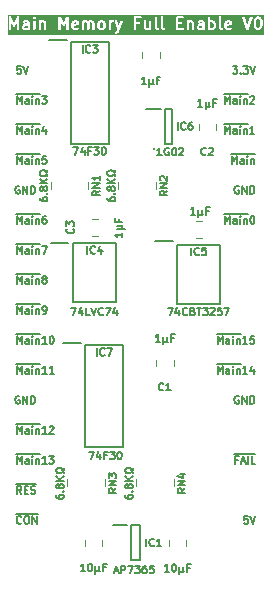
<source format=gto>
%TF.GenerationSoftware,KiCad,Pcbnew,9.0.4*%
%TF.CreationDate,2025-09-16T11:58:38+02:00*%
%TF.ProjectId,Main Memory Full Enable,4d61696e-204d-4656-9d6f-72792046756c,V0*%
%TF.SameCoordinates,Original*%
%TF.FileFunction,Legend,Top*%
%TF.FilePolarity,Positive*%
%FSLAX46Y46*%
G04 Gerber Fmt 4.6, Leading zero omitted, Abs format (unit mm)*
G04 Created by KiCad (PCBNEW 9.0.4) date 2025-09-16 11:58:38*
%MOMM*%
%LPD*%
G01*
G04 APERTURE LIST*
%ADD10C,0.150000*%
%ADD11C,0.200000*%
%ADD12C,0.120000*%
%ADD13C,0.100000*%
G04 APERTURE END LIST*
D10*
X1392874Y-2825963D02*
X1392874Y-2190963D01*
X1392874Y-2190963D02*
X1604541Y-2644534D01*
X1604541Y-2644534D02*
X1816207Y-2190963D01*
X1816207Y-2190963D02*
X1816207Y-2825963D01*
X2390731Y-2825963D02*
X2390731Y-2493344D01*
X2390731Y-2493344D02*
X2360493Y-2432867D01*
X2360493Y-2432867D02*
X2300017Y-2402629D01*
X2300017Y-2402629D02*
X2179064Y-2402629D01*
X2179064Y-2402629D02*
X2118588Y-2432867D01*
X2390731Y-2795725D02*
X2330255Y-2825963D01*
X2330255Y-2825963D02*
X2179064Y-2825963D01*
X2179064Y-2825963D02*
X2118588Y-2795725D01*
X2118588Y-2795725D02*
X2088350Y-2735248D01*
X2088350Y-2735248D02*
X2088350Y-2674772D01*
X2088350Y-2674772D02*
X2118588Y-2614296D01*
X2118588Y-2614296D02*
X2179064Y-2584058D01*
X2179064Y-2584058D02*
X2330255Y-2584058D01*
X2330255Y-2584058D02*
X2390731Y-2553820D01*
X2693112Y-2825963D02*
X2693112Y-2402629D01*
X2693112Y-2190963D02*
X2662874Y-2221201D01*
X2662874Y-2221201D02*
X2693112Y-2251439D01*
X2693112Y-2251439D02*
X2723350Y-2221201D01*
X2723350Y-2221201D02*
X2693112Y-2190963D01*
X2693112Y-2190963D02*
X2693112Y-2251439D01*
X2995493Y-2402629D02*
X2995493Y-2825963D01*
X2995493Y-2463105D02*
X3025731Y-2432867D01*
X3025731Y-2432867D02*
X3086207Y-2402629D01*
X3086207Y-2402629D02*
X3176922Y-2402629D01*
X3176922Y-2402629D02*
X3237398Y-2432867D01*
X3237398Y-2432867D02*
X3267636Y-2493344D01*
X3267636Y-2493344D02*
X3267636Y-2825963D01*
X1305184Y-2014675D02*
X3355327Y-2014675D01*
X3509541Y-2190963D02*
X3902636Y-2190963D01*
X3902636Y-2190963D02*
X3690969Y-2432867D01*
X3690969Y-2432867D02*
X3781684Y-2432867D01*
X3781684Y-2432867D02*
X3842160Y-2463105D01*
X3842160Y-2463105D02*
X3872398Y-2493344D01*
X3872398Y-2493344D02*
X3902636Y-2553820D01*
X3902636Y-2553820D02*
X3902636Y-2705010D01*
X3902636Y-2705010D02*
X3872398Y-2765486D01*
X3872398Y-2765486D02*
X3842160Y-2795725D01*
X3842160Y-2795725D02*
X3781684Y-2825963D01*
X3781684Y-2825963D02*
X3600255Y-2825963D01*
X3600255Y-2825963D02*
X3539779Y-2795725D01*
X3539779Y-2795725D02*
X3509541Y-2765486D01*
X1392874Y-12985963D02*
X1392874Y-12350963D01*
X1392874Y-12350963D02*
X1604541Y-12804534D01*
X1604541Y-12804534D02*
X1816207Y-12350963D01*
X1816207Y-12350963D02*
X1816207Y-12985963D01*
X2390731Y-12985963D02*
X2390731Y-12653344D01*
X2390731Y-12653344D02*
X2360493Y-12592867D01*
X2360493Y-12592867D02*
X2300017Y-12562629D01*
X2300017Y-12562629D02*
X2179064Y-12562629D01*
X2179064Y-12562629D02*
X2118588Y-12592867D01*
X2390731Y-12955725D02*
X2330255Y-12985963D01*
X2330255Y-12985963D02*
X2179064Y-12985963D01*
X2179064Y-12985963D02*
X2118588Y-12955725D01*
X2118588Y-12955725D02*
X2088350Y-12895248D01*
X2088350Y-12895248D02*
X2088350Y-12834772D01*
X2088350Y-12834772D02*
X2118588Y-12774296D01*
X2118588Y-12774296D02*
X2179064Y-12744058D01*
X2179064Y-12744058D02*
X2330255Y-12744058D01*
X2330255Y-12744058D02*
X2390731Y-12713820D01*
X2693112Y-12985963D02*
X2693112Y-12562629D01*
X2693112Y-12350963D02*
X2662874Y-12381201D01*
X2662874Y-12381201D02*
X2693112Y-12411439D01*
X2693112Y-12411439D02*
X2723350Y-12381201D01*
X2723350Y-12381201D02*
X2693112Y-12350963D01*
X2693112Y-12350963D02*
X2693112Y-12411439D01*
X2995493Y-12562629D02*
X2995493Y-12985963D01*
X2995493Y-12623105D02*
X3025731Y-12592867D01*
X3025731Y-12592867D02*
X3086207Y-12562629D01*
X3086207Y-12562629D02*
X3176922Y-12562629D01*
X3176922Y-12562629D02*
X3237398Y-12592867D01*
X3237398Y-12592867D02*
X3267636Y-12653344D01*
X3267636Y-12653344D02*
X3267636Y-12985963D01*
X1305184Y-12174675D02*
X3355327Y-12174675D01*
X3842160Y-12350963D02*
X3721207Y-12350963D01*
X3721207Y-12350963D02*
X3660731Y-12381201D01*
X3660731Y-12381201D02*
X3630493Y-12411439D01*
X3630493Y-12411439D02*
X3570017Y-12502153D01*
X3570017Y-12502153D02*
X3539779Y-12623105D01*
X3539779Y-12623105D02*
X3539779Y-12865010D01*
X3539779Y-12865010D02*
X3570017Y-12925486D01*
X3570017Y-12925486D02*
X3600255Y-12955725D01*
X3600255Y-12955725D02*
X3660731Y-12985963D01*
X3660731Y-12985963D02*
X3781684Y-12985963D01*
X3781684Y-12985963D02*
X3842160Y-12955725D01*
X3842160Y-12955725D02*
X3872398Y-12925486D01*
X3872398Y-12925486D02*
X3902636Y-12865010D01*
X3902636Y-12865010D02*
X3902636Y-12713820D01*
X3902636Y-12713820D02*
X3872398Y-12653344D01*
X3872398Y-12653344D02*
X3842160Y-12623105D01*
X3842160Y-12623105D02*
X3781684Y-12592867D01*
X3781684Y-12592867D02*
X3660731Y-12592867D01*
X3660731Y-12592867D02*
X3600255Y-12623105D01*
X3600255Y-12623105D02*
X3570017Y-12653344D01*
X3570017Y-12653344D02*
X3539779Y-12713820D01*
X1392874Y-5365963D02*
X1392874Y-4730963D01*
X1392874Y-4730963D02*
X1604541Y-5184534D01*
X1604541Y-5184534D02*
X1816207Y-4730963D01*
X1816207Y-4730963D02*
X1816207Y-5365963D01*
X2390731Y-5365963D02*
X2390731Y-5033344D01*
X2390731Y-5033344D02*
X2360493Y-4972867D01*
X2360493Y-4972867D02*
X2300017Y-4942629D01*
X2300017Y-4942629D02*
X2179064Y-4942629D01*
X2179064Y-4942629D02*
X2118588Y-4972867D01*
X2390731Y-5335725D02*
X2330255Y-5365963D01*
X2330255Y-5365963D02*
X2179064Y-5365963D01*
X2179064Y-5365963D02*
X2118588Y-5335725D01*
X2118588Y-5335725D02*
X2088350Y-5275248D01*
X2088350Y-5275248D02*
X2088350Y-5214772D01*
X2088350Y-5214772D02*
X2118588Y-5154296D01*
X2118588Y-5154296D02*
X2179064Y-5124058D01*
X2179064Y-5124058D02*
X2330255Y-5124058D01*
X2330255Y-5124058D02*
X2390731Y-5093820D01*
X2693112Y-5365963D02*
X2693112Y-4942629D01*
X2693112Y-4730963D02*
X2662874Y-4761201D01*
X2662874Y-4761201D02*
X2693112Y-4791439D01*
X2693112Y-4791439D02*
X2723350Y-4761201D01*
X2723350Y-4761201D02*
X2693112Y-4730963D01*
X2693112Y-4730963D02*
X2693112Y-4791439D01*
X2995493Y-4942629D02*
X2995493Y-5365963D01*
X2995493Y-5003105D02*
X3025731Y-4972867D01*
X3025731Y-4972867D02*
X3086207Y-4942629D01*
X3086207Y-4942629D02*
X3176922Y-4942629D01*
X3176922Y-4942629D02*
X3237398Y-4972867D01*
X3237398Y-4972867D02*
X3267636Y-5033344D01*
X3267636Y-5033344D02*
X3267636Y-5365963D01*
X1305184Y-4554675D02*
X3355327Y-4554675D01*
X3842160Y-4942629D02*
X3842160Y-5365963D01*
X3690969Y-4700725D02*
X3539779Y-5154296D01*
X3539779Y-5154296D02*
X3932874Y-5154296D01*
X1392874Y-30765963D02*
X1392874Y-30130963D01*
X1392874Y-30130963D02*
X1604541Y-30584534D01*
X1604541Y-30584534D02*
X1816207Y-30130963D01*
X1816207Y-30130963D02*
X1816207Y-30765963D01*
X2390731Y-30765963D02*
X2390731Y-30433344D01*
X2390731Y-30433344D02*
X2360493Y-30372867D01*
X2360493Y-30372867D02*
X2300017Y-30342629D01*
X2300017Y-30342629D02*
X2179064Y-30342629D01*
X2179064Y-30342629D02*
X2118588Y-30372867D01*
X2390731Y-30735725D02*
X2330255Y-30765963D01*
X2330255Y-30765963D02*
X2179064Y-30765963D01*
X2179064Y-30765963D02*
X2118588Y-30735725D01*
X2118588Y-30735725D02*
X2088350Y-30675248D01*
X2088350Y-30675248D02*
X2088350Y-30614772D01*
X2088350Y-30614772D02*
X2118588Y-30554296D01*
X2118588Y-30554296D02*
X2179064Y-30524058D01*
X2179064Y-30524058D02*
X2330255Y-30524058D01*
X2330255Y-30524058D02*
X2390731Y-30493820D01*
X2693112Y-30765963D02*
X2693112Y-30342629D01*
X2693112Y-30130963D02*
X2662874Y-30161201D01*
X2662874Y-30161201D02*
X2693112Y-30191439D01*
X2693112Y-30191439D02*
X2723350Y-30161201D01*
X2723350Y-30161201D02*
X2693112Y-30130963D01*
X2693112Y-30130963D02*
X2693112Y-30191439D01*
X2995493Y-30342629D02*
X2995493Y-30765963D01*
X2995493Y-30403105D02*
X3025731Y-30372867D01*
X3025731Y-30372867D02*
X3086207Y-30342629D01*
X3086207Y-30342629D02*
X3176922Y-30342629D01*
X3176922Y-30342629D02*
X3237398Y-30372867D01*
X3237398Y-30372867D02*
X3267636Y-30433344D01*
X3267636Y-30433344D02*
X3267636Y-30765963D01*
X1305184Y-29954675D02*
X3355327Y-29954675D01*
X3902636Y-30765963D02*
X3539779Y-30765963D01*
X3721207Y-30765963D02*
X3721207Y-30130963D01*
X3721207Y-30130963D02*
X3660731Y-30221677D01*
X3660731Y-30221677D02*
X3600255Y-30282153D01*
X3600255Y-30282153D02*
X3539779Y-30312391D01*
X4144541Y-30191439D02*
X4174779Y-30161201D01*
X4174779Y-30161201D02*
X4235255Y-30130963D01*
X4235255Y-30130963D02*
X4386446Y-30130963D01*
X4386446Y-30130963D02*
X4446922Y-30161201D01*
X4446922Y-30161201D02*
X4477160Y-30191439D01*
X4477160Y-30191439D02*
X4507398Y-30251915D01*
X4507398Y-30251915D02*
X4507398Y-30312391D01*
X4507398Y-30312391D02*
X4477160Y-30403105D01*
X4477160Y-30403105D02*
X4114303Y-30765963D01*
X4114303Y-30765963D02*
X4507398Y-30765963D01*
X19592363Y-7905963D02*
X19592363Y-7270963D01*
X19592363Y-7270963D02*
X19804030Y-7724534D01*
X19804030Y-7724534D02*
X20015696Y-7270963D01*
X20015696Y-7270963D02*
X20015696Y-7905963D01*
X20590220Y-7905963D02*
X20590220Y-7573344D01*
X20590220Y-7573344D02*
X20559982Y-7512867D01*
X20559982Y-7512867D02*
X20499506Y-7482629D01*
X20499506Y-7482629D02*
X20378553Y-7482629D01*
X20378553Y-7482629D02*
X20318077Y-7512867D01*
X20590220Y-7875725D02*
X20529744Y-7905963D01*
X20529744Y-7905963D02*
X20378553Y-7905963D01*
X20378553Y-7905963D02*
X20318077Y-7875725D01*
X20318077Y-7875725D02*
X20287839Y-7815248D01*
X20287839Y-7815248D02*
X20287839Y-7754772D01*
X20287839Y-7754772D02*
X20318077Y-7694296D01*
X20318077Y-7694296D02*
X20378553Y-7664058D01*
X20378553Y-7664058D02*
X20529744Y-7664058D01*
X20529744Y-7664058D02*
X20590220Y-7633820D01*
X20892601Y-7905963D02*
X20892601Y-7482629D01*
X20892601Y-7270963D02*
X20862363Y-7301201D01*
X20862363Y-7301201D02*
X20892601Y-7331439D01*
X20892601Y-7331439D02*
X20922839Y-7301201D01*
X20922839Y-7301201D02*
X20892601Y-7270963D01*
X20892601Y-7270963D02*
X20892601Y-7331439D01*
X21194982Y-7482629D02*
X21194982Y-7905963D01*
X21194982Y-7543105D02*
X21225220Y-7512867D01*
X21225220Y-7512867D02*
X21285696Y-7482629D01*
X21285696Y-7482629D02*
X21376411Y-7482629D01*
X21376411Y-7482629D02*
X21436887Y-7512867D01*
X21436887Y-7512867D02*
X21467125Y-7573344D01*
X21467125Y-7573344D02*
X21467125Y-7905963D01*
X19504673Y-7094675D02*
X21554816Y-7094675D01*
X1755731Y-35845963D02*
X1544064Y-35543582D01*
X1392874Y-35845963D02*
X1392874Y-35210963D01*
X1392874Y-35210963D02*
X1634779Y-35210963D01*
X1634779Y-35210963D02*
X1695255Y-35241201D01*
X1695255Y-35241201D02*
X1725493Y-35271439D01*
X1725493Y-35271439D02*
X1755731Y-35331915D01*
X1755731Y-35331915D02*
X1755731Y-35422629D01*
X1755731Y-35422629D02*
X1725493Y-35483105D01*
X1725493Y-35483105D02*
X1695255Y-35513344D01*
X1695255Y-35513344D02*
X1634779Y-35543582D01*
X1634779Y-35543582D02*
X1392874Y-35543582D01*
X2027874Y-35513344D02*
X2239541Y-35513344D01*
X2330255Y-35845963D02*
X2027874Y-35845963D01*
X2027874Y-35845963D02*
X2027874Y-35210963D01*
X2027874Y-35210963D02*
X2330255Y-35210963D01*
X2572160Y-35815725D02*
X2662874Y-35845963D01*
X2662874Y-35845963D02*
X2814065Y-35845963D01*
X2814065Y-35845963D02*
X2874541Y-35815725D01*
X2874541Y-35815725D02*
X2904779Y-35785486D01*
X2904779Y-35785486D02*
X2935017Y-35725010D01*
X2935017Y-35725010D02*
X2935017Y-35664534D01*
X2935017Y-35664534D02*
X2904779Y-35604058D01*
X2904779Y-35604058D02*
X2874541Y-35573820D01*
X2874541Y-35573820D02*
X2814065Y-35543582D01*
X2814065Y-35543582D02*
X2693112Y-35513344D01*
X2693112Y-35513344D02*
X2632636Y-35483105D01*
X2632636Y-35483105D02*
X2602398Y-35452867D01*
X2602398Y-35452867D02*
X2572160Y-35392391D01*
X2572160Y-35392391D02*
X2572160Y-35331915D01*
X2572160Y-35331915D02*
X2602398Y-35271439D01*
X2602398Y-35271439D02*
X2632636Y-35241201D01*
X2632636Y-35241201D02*
X2693112Y-35210963D01*
X2693112Y-35210963D02*
X2844303Y-35210963D01*
X2844303Y-35210963D02*
X2935017Y-35241201D01*
X1305184Y-35034675D02*
X2992470Y-35034675D01*
X1392874Y-15525963D02*
X1392874Y-14890963D01*
X1392874Y-14890963D02*
X1604541Y-15344534D01*
X1604541Y-15344534D02*
X1816207Y-14890963D01*
X1816207Y-14890963D02*
X1816207Y-15525963D01*
X2390731Y-15525963D02*
X2390731Y-15193344D01*
X2390731Y-15193344D02*
X2360493Y-15132867D01*
X2360493Y-15132867D02*
X2300017Y-15102629D01*
X2300017Y-15102629D02*
X2179064Y-15102629D01*
X2179064Y-15102629D02*
X2118588Y-15132867D01*
X2390731Y-15495725D02*
X2330255Y-15525963D01*
X2330255Y-15525963D02*
X2179064Y-15525963D01*
X2179064Y-15525963D02*
X2118588Y-15495725D01*
X2118588Y-15495725D02*
X2088350Y-15435248D01*
X2088350Y-15435248D02*
X2088350Y-15374772D01*
X2088350Y-15374772D02*
X2118588Y-15314296D01*
X2118588Y-15314296D02*
X2179064Y-15284058D01*
X2179064Y-15284058D02*
X2330255Y-15284058D01*
X2330255Y-15284058D02*
X2390731Y-15253820D01*
X2693112Y-15525963D02*
X2693112Y-15102629D01*
X2693112Y-14890963D02*
X2662874Y-14921201D01*
X2662874Y-14921201D02*
X2693112Y-14951439D01*
X2693112Y-14951439D02*
X2723350Y-14921201D01*
X2723350Y-14921201D02*
X2693112Y-14890963D01*
X2693112Y-14890963D02*
X2693112Y-14951439D01*
X2995493Y-15102629D02*
X2995493Y-15525963D01*
X2995493Y-15163105D02*
X3025731Y-15132867D01*
X3025731Y-15132867D02*
X3086207Y-15102629D01*
X3086207Y-15102629D02*
X3176922Y-15102629D01*
X3176922Y-15102629D02*
X3237398Y-15132867D01*
X3237398Y-15132867D02*
X3267636Y-15193344D01*
X3267636Y-15193344D02*
X3267636Y-15525963D01*
X1305184Y-14714675D02*
X3355327Y-14714675D01*
X3509541Y-14890963D02*
X3932874Y-14890963D01*
X3932874Y-14890963D02*
X3660731Y-15525963D01*
X1695255Y349036D02*
X1392874Y349036D01*
X1392874Y349036D02*
X1362636Y46655D01*
X1362636Y46655D02*
X1392874Y76894D01*
X1392874Y76894D02*
X1453350Y107132D01*
X1453350Y107132D02*
X1604541Y107132D01*
X1604541Y107132D02*
X1665017Y76894D01*
X1665017Y76894D02*
X1695255Y46655D01*
X1695255Y46655D02*
X1725493Y-13820D01*
X1725493Y-13820D02*
X1725493Y-165010D01*
X1725493Y-165010D02*
X1695255Y-225486D01*
X1695255Y-225486D02*
X1665017Y-255725D01*
X1665017Y-255725D02*
X1604541Y-285963D01*
X1604541Y-285963D02*
X1453350Y-285963D01*
X1453350Y-285963D02*
X1392874Y-255725D01*
X1392874Y-255725D02*
X1362636Y-225486D01*
X1906922Y349036D02*
X2118588Y-285963D01*
X2118588Y-285963D02*
X2330255Y349036D01*
X18987601Y-5365963D02*
X18987601Y-4730963D01*
X18987601Y-4730963D02*
X19199268Y-5184534D01*
X19199268Y-5184534D02*
X19410934Y-4730963D01*
X19410934Y-4730963D02*
X19410934Y-5365963D01*
X19985458Y-5365963D02*
X19985458Y-5033344D01*
X19985458Y-5033344D02*
X19955220Y-4972867D01*
X19955220Y-4972867D02*
X19894744Y-4942629D01*
X19894744Y-4942629D02*
X19773791Y-4942629D01*
X19773791Y-4942629D02*
X19713315Y-4972867D01*
X19985458Y-5335725D02*
X19924982Y-5365963D01*
X19924982Y-5365963D02*
X19773791Y-5365963D01*
X19773791Y-5365963D02*
X19713315Y-5335725D01*
X19713315Y-5335725D02*
X19683077Y-5275248D01*
X19683077Y-5275248D02*
X19683077Y-5214772D01*
X19683077Y-5214772D02*
X19713315Y-5154296D01*
X19713315Y-5154296D02*
X19773791Y-5124058D01*
X19773791Y-5124058D02*
X19924982Y-5124058D01*
X19924982Y-5124058D02*
X19985458Y-5093820D01*
X20287839Y-5365963D02*
X20287839Y-4942629D01*
X20287839Y-4730963D02*
X20257601Y-4761201D01*
X20257601Y-4761201D02*
X20287839Y-4791439D01*
X20287839Y-4791439D02*
X20318077Y-4761201D01*
X20318077Y-4761201D02*
X20287839Y-4730963D01*
X20287839Y-4730963D02*
X20287839Y-4791439D01*
X20590220Y-4942629D02*
X20590220Y-5365963D01*
X20590220Y-5003105D02*
X20620458Y-4972867D01*
X20620458Y-4972867D02*
X20680934Y-4942629D01*
X20680934Y-4942629D02*
X20771649Y-4942629D01*
X20771649Y-4942629D02*
X20832125Y-4972867D01*
X20832125Y-4972867D02*
X20862363Y-5033344D01*
X20862363Y-5033344D02*
X20862363Y-5365963D01*
X18899911Y-4554675D02*
X20950054Y-4554675D01*
X21497363Y-5365963D02*
X21134506Y-5365963D01*
X21315934Y-5365963D02*
X21315934Y-4730963D01*
X21315934Y-4730963D02*
X21255458Y-4821677D01*
X21255458Y-4821677D02*
X21194982Y-4882153D01*
X21194982Y-4882153D02*
X21134506Y-4912391D01*
X1755731Y-38325486D02*
X1725493Y-38355725D01*
X1725493Y-38355725D02*
X1634779Y-38385963D01*
X1634779Y-38385963D02*
X1574303Y-38385963D01*
X1574303Y-38385963D02*
X1483588Y-38355725D01*
X1483588Y-38355725D02*
X1423112Y-38295248D01*
X1423112Y-38295248D02*
X1392874Y-38234772D01*
X1392874Y-38234772D02*
X1362636Y-38113820D01*
X1362636Y-38113820D02*
X1362636Y-38023105D01*
X1362636Y-38023105D02*
X1392874Y-37902153D01*
X1392874Y-37902153D02*
X1423112Y-37841677D01*
X1423112Y-37841677D02*
X1483588Y-37781201D01*
X1483588Y-37781201D02*
X1574303Y-37750963D01*
X1574303Y-37750963D02*
X1634779Y-37750963D01*
X1634779Y-37750963D02*
X1725493Y-37781201D01*
X1725493Y-37781201D02*
X1755731Y-37811439D01*
X2148826Y-37750963D02*
X2269779Y-37750963D01*
X2269779Y-37750963D02*
X2330255Y-37781201D01*
X2330255Y-37781201D02*
X2390731Y-37841677D01*
X2390731Y-37841677D02*
X2420969Y-37962629D01*
X2420969Y-37962629D02*
X2420969Y-38174296D01*
X2420969Y-38174296D02*
X2390731Y-38295248D01*
X2390731Y-38295248D02*
X2330255Y-38355725D01*
X2330255Y-38355725D02*
X2269779Y-38385963D01*
X2269779Y-38385963D02*
X2148826Y-38385963D01*
X2148826Y-38385963D02*
X2088350Y-38355725D01*
X2088350Y-38355725D02*
X2027874Y-38295248D01*
X2027874Y-38295248D02*
X1997636Y-38174296D01*
X1997636Y-38174296D02*
X1997636Y-37962629D01*
X1997636Y-37962629D02*
X2027874Y-37841677D01*
X2027874Y-37841677D02*
X2088350Y-37781201D01*
X2088350Y-37781201D02*
X2148826Y-37750963D01*
X2693112Y-38385963D02*
X2693112Y-37750963D01*
X2693112Y-37750963D02*
X3055969Y-38385963D01*
X3055969Y-38385963D02*
X3055969Y-37750963D01*
X1305184Y-37574675D02*
X3143660Y-37574675D01*
X1598493Y-27621201D02*
X1538017Y-27590963D01*
X1538017Y-27590963D02*
X1447303Y-27590963D01*
X1447303Y-27590963D02*
X1356588Y-27621201D01*
X1356588Y-27621201D02*
X1296112Y-27681677D01*
X1296112Y-27681677D02*
X1265874Y-27742153D01*
X1265874Y-27742153D02*
X1235636Y-27863105D01*
X1235636Y-27863105D02*
X1235636Y-27953820D01*
X1235636Y-27953820D02*
X1265874Y-28074772D01*
X1265874Y-28074772D02*
X1296112Y-28135248D01*
X1296112Y-28135248D02*
X1356588Y-28195725D01*
X1356588Y-28195725D02*
X1447303Y-28225963D01*
X1447303Y-28225963D02*
X1507779Y-28225963D01*
X1507779Y-28225963D02*
X1598493Y-28195725D01*
X1598493Y-28195725D02*
X1628731Y-28165486D01*
X1628731Y-28165486D02*
X1628731Y-27953820D01*
X1628731Y-27953820D02*
X1507779Y-27953820D01*
X1900874Y-28225963D02*
X1900874Y-27590963D01*
X1900874Y-27590963D02*
X2263731Y-28225963D01*
X2263731Y-28225963D02*
X2263731Y-27590963D01*
X2566112Y-28225963D02*
X2566112Y-27590963D01*
X2566112Y-27590963D02*
X2717302Y-27590963D01*
X2717302Y-27590963D02*
X2808017Y-27621201D01*
X2808017Y-27621201D02*
X2868493Y-27681677D01*
X2868493Y-27681677D02*
X2898731Y-27742153D01*
X2898731Y-27742153D02*
X2928969Y-27863105D01*
X2928969Y-27863105D02*
X2928969Y-27953820D01*
X2928969Y-27953820D02*
X2898731Y-28074772D01*
X2898731Y-28074772D02*
X2868493Y-28135248D01*
X2868493Y-28135248D02*
X2808017Y-28195725D01*
X2808017Y-28195725D02*
X2717302Y-28225963D01*
X2717302Y-28225963D02*
X2566112Y-28225963D01*
X20166887Y-27621201D02*
X20106411Y-27590963D01*
X20106411Y-27590963D02*
X20015697Y-27590963D01*
X20015697Y-27590963D02*
X19924982Y-27621201D01*
X19924982Y-27621201D02*
X19864506Y-27681677D01*
X19864506Y-27681677D02*
X19834268Y-27742153D01*
X19834268Y-27742153D02*
X19804030Y-27863105D01*
X19804030Y-27863105D02*
X19804030Y-27953820D01*
X19804030Y-27953820D02*
X19834268Y-28074772D01*
X19834268Y-28074772D02*
X19864506Y-28135248D01*
X19864506Y-28135248D02*
X19924982Y-28195725D01*
X19924982Y-28195725D02*
X20015697Y-28225963D01*
X20015697Y-28225963D02*
X20076173Y-28225963D01*
X20076173Y-28225963D02*
X20166887Y-28195725D01*
X20166887Y-28195725D02*
X20197125Y-28165486D01*
X20197125Y-28165486D02*
X20197125Y-27953820D01*
X20197125Y-27953820D02*
X20076173Y-27953820D01*
X20469268Y-28225963D02*
X20469268Y-27590963D01*
X20469268Y-27590963D02*
X20832125Y-28225963D01*
X20832125Y-28225963D02*
X20832125Y-27590963D01*
X21134506Y-28225963D02*
X21134506Y-27590963D01*
X21134506Y-27590963D02*
X21285696Y-27590963D01*
X21285696Y-27590963D02*
X21376411Y-27621201D01*
X21376411Y-27621201D02*
X21436887Y-27681677D01*
X21436887Y-27681677D02*
X21467125Y-27742153D01*
X21467125Y-27742153D02*
X21497363Y-27863105D01*
X21497363Y-27863105D02*
X21497363Y-27953820D01*
X21497363Y-27953820D02*
X21467125Y-28074772D01*
X21467125Y-28074772D02*
X21436887Y-28135248D01*
X21436887Y-28135248D02*
X21376411Y-28195725D01*
X21376411Y-28195725D02*
X21285696Y-28225963D01*
X21285696Y-28225963D02*
X21134506Y-28225963D01*
X18987601Y-12985963D02*
X18987601Y-12350963D01*
X18987601Y-12350963D02*
X19199268Y-12804534D01*
X19199268Y-12804534D02*
X19410934Y-12350963D01*
X19410934Y-12350963D02*
X19410934Y-12985963D01*
X19985458Y-12985963D02*
X19985458Y-12653344D01*
X19985458Y-12653344D02*
X19955220Y-12592867D01*
X19955220Y-12592867D02*
X19894744Y-12562629D01*
X19894744Y-12562629D02*
X19773791Y-12562629D01*
X19773791Y-12562629D02*
X19713315Y-12592867D01*
X19985458Y-12955725D02*
X19924982Y-12985963D01*
X19924982Y-12985963D02*
X19773791Y-12985963D01*
X19773791Y-12985963D02*
X19713315Y-12955725D01*
X19713315Y-12955725D02*
X19683077Y-12895248D01*
X19683077Y-12895248D02*
X19683077Y-12834772D01*
X19683077Y-12834772D02*
X19713315Y-12774296D01*
X19713315Y-12774296D02*
X19773791Y-12744058D01*
X19773791Y-12744058D02*
X19924982Y-12744058D01*
X19924982Y-12744058D02*
X19985458Y-12713820D01*
X20287839Y-12985963D02*
X20287839Y-12562629D01*
X20287839Y-12350963D02*
X20257601Y-12381201D01*
X20257601Y-12381201D02*
X20287839Y-12411439D01*
X20287839Y-12411439D02*
X20318077Y-12381201D01*
X20318077Y-12381201D02*
X20287839Y-12350963D01*
X20287839Y-12350963D02*
X20287839Y-12411439D01*
X20590220Y-12562629D02*
X20590220Y-12985963D01*
X20590220Y-12623105D02*
X20620458Y-12592867D01*
X20620458Y-12592867D02*
X20680934Y-12562629D01*
X20680934Y-12562629D02*
X20771649Y-12562629D01*
X20771649Y-12562629D02*
X20832125Y-12592867D01*
X20832125Y-12592867D02*
X20862363Y-12653344D01*
X20862363Y-12653344D02*
X20862363Y-12985963D01*
X18899911Y-12174675D02*
X20950054Y-12174675D01*
X21285696Y-12350963D02*
X21346173Y-12350963D01*
X21346173Y-12350963D02*
X21406649Y-12381201D01*
X21406649Y-12381201D02*
X21436887Y-12411439D01*
X21436887Y-12411439D02*
X21467125Y-12471915D01*
X21467125Y-12471915D02*
X21497363Y-12592867D01*
X21497363Y-12592867D02*
X21497363Y-12744058D01*
X21497363Y-12744058D02*
X21467125Y-12865010D01*
X21467125Y-12865010D02*
X21436887Y-12925486D01*
X21436887Y-12925486D02*
X21406649Y-12955725D01*
X21406649Y-12955725D02*
X21346173Y-12985963D01*
X21346173Y-12985963D02*
X21285696Y-12985963D01*
X21285696Y-12985963D02*
X21225220Y-12955725D01*
X21225220Y-12955725D02*
X21194982Y-12925486D01*
X21194982Y-12925486D02*
X21164744Y-12865010D01*
X21164744Y-12865010D02*
X21134506Y-12744058D01*
X21134506Y-12744058D02*
X21134506Y-12592867D01*
X21134506Y-12592867D02*
X21164744Y-12471915D01*
X21164744Y-12471915D02*
X21194982Y-12411439D01*
X21194982Y-12411439D02*
X21225220Y-12381201D01*
X21225220Y-12381201D02*
X21285696Y-12350963D01*
D11*
G36*
X2282379Y3594202D02*
G01*
X2263535Y3584780D01*
X2072652Y3584780D01*
X2028344Y3606934D01*
X2006189Y3651245D01*
X2006189Y3699268D01*
X2028344Y3743578D01*
X2072653Y3765733D01*
X2282379Y3765733D01*
X2282379Y3594202D01*
G37*
G36*
X6450700Y4029291D02*
G01*
X6468150Y3994391D01*
X6196665Y3940094D01*
X6196665Y3984982D01*
X6218820Y4029292D01*
X6263129Y4051447D01*
X6406391Y4051447D01*
X6450700Y4029291D01*
G37*
G36*
X8656476Y4021641D02*
G01*
X8681145Y3996973D01*
X8710950Y3937364D01*
X8710950Y3698864D01*
X8681145Y3639254D01*
X8656474Y3614583D01*
X8596868Y3584780D01*
X8501223Y3584780D01*
X8441615Y3614584D01*
X8416946Y3639254D01*
X8387141Y3698864D01*
X8387141Y3937363D01*
X8416946Y3996973D01*
X8441614Y4021642D01*
X8501224Y4051447D01*
X8596867Y4051447D01*
X8656476Y4021641D01*
G37*
G36*
X17091905Y3594202D02*
G01*
X17073061Y3584780D01*
X16882178Y3584780D01*
X16837870Y3606934D01*
X16815715Y3651245D01*
X16815715Y3699268D01*
X16837870Y3743578D01*
X16882179Y3765733D01*
X17091905Y3765733D01*
X17091905Y3594202D01*
G37*
G36*
X17989812Y4021641D02*
G01*
X18014481Y3996973D01*
X18044286Y3937364D01*
X18044286Y3698864D01*
X18014481Y3639254D01*
X17989810Y3614583D01*
X17930204Y3584780D01*
X17786940Y3584780D01*
X17768096Y3594202D01*
X17768096Y4042024D01*
X17786941Y4051447D01*
X17930203Y4051447D01*
X17989812Y4021641D01*
G37*
G36*
X19403084Y4029291D02*
G01*
X19420534Y3994391D01*
X19149049Y3940094D01*
X19149049Y3984982D01*
X19171204Y4029292D01*
X19215513Y4051447D01*
X19358775Y4051447D01*
X19403084Y4029291D01*
G37*
G36*
X21894575Y4354974D02*
G01*
X21919244Y4330306D01*
X21954697Y4259399D01*
X21996668Y4091518D01*
X21996668Y3878042D01*
X21954697Y3710161D01*
X21919244Y3639254D01*
X21894573Y3614583D01*
X21834967Y3584780D01*
X21786941Y3584780D01*
X21727333Y3614584D01*
X21702664Y3639254D01*
X21667210Y3710161D01*
X21625240Y3878043D01*
X21625240Y4091518D01*
X21667210Y4259399D01*
X21702664Y4330306D01*
X21727332Y4354975D01*
X21786942Y4384780D01*
X21834966Y4384780D01*
X21894575Y4354974D01*
G37*
G36*
X22307779Y2941121D02*
G01*
X599840Y2941121D01*
X599840Y3163954D01*
X9664117Y3163954D01*
X9666883Y3125034D01*
X9684332Y3090135D01*
X9713809Y3064571D01*
X9750825Y3052232D01*
X9789745Y3054998D01*
X9808053Y3062004D01*
X9903291Y3109623D01*
X9911687Y3114908D01*
X9914127Y3115919D01*
X9916873Y3118172D01*
X9919881Y3120066D01*
X9921610Y3122060D01*
X9929281Y3128355D01*
X9976899Y3175974D01*
X9989336Y3191127D01*
X9989573Y3191701D01*
X9990008Y3192146D01*
X9999037Y3209546D01*
X10094275Y3447641D01*
X10094799Y3449447D01*
X10095601Y3451146D01*
X10333696Y4117813D01*
X10338449Y4136832D01*
X10336511Y4175802D01*
X10319808Y4211064D01*
X10290882Y4237250D01*
X10254137Y4250373D01*
X10215167Y4248436D01*
X10179905Y4231732D01*
X10153718Y4202807D01*
X10145348Y4185080D01*
X10001427Y3782101D01*
X9857506Y4185081D01*
X9849136Y4202807D01*
X9822949Y4231733D01*
X9787687Y4248436D01*
X9748717Y4250374D01*
X9711972Y4237251D01*
X9683046Y4211064D01*
X9666343Y4175802D01*
X9664405Y4136832D01*
X9669158Y4117813D01*
X9894525Y3486784D01*
X9820963Y3302881D01*
X9799334Y3281252D01*
X9718611Y3240890D01*
X9702020Y3230447D01*
X9676456Y3200970D01*
X9664117Y3163954D01*
X599840Y3163954D01*
X599840Y4484780D01*
X710951Y4484780D01*
X710951Y3484780D01*
X712872Y3465271D01*
X727804Y3429223D01*
X755394Y3401633D01*
X791442Y3386701D01*
X830460Y3386701D01*
X866508Y3401633D01*
X894098Y3429223D01*
X909030Y3465271D01*
X910951Y3484780D01*
X910951Y4034023D01*
X1053666Y3728206D01*
X1057898Y3721060D01*
X1058778Y3718643D01*
X1060343Y3716933D01*
X1063657Y3711340D01*
X1074867Y3701073D01*
X1085129Y3689868D01*
X1089154Y3687989D01*
X1092432Y3684988D01*
X1106714Y3679794D01*
X1120487Y3673367D01*
X1124926Y3673171D01*
X1129101Y3671654D01*
X1144284Y3672321D01*
X1159467Y3671654D01*
X1163640Y3673171D01*
X1168082Y3673367D01*
X1181866Y3679799D01*
X1196136Y3684989D01*
X1199409Y3687986D01*
X1203439Y3689867D01*
X1213708Y3701081D01*
X1224911Y3711340D01*
X1228222Y3716930D01*
X1229791Y3718643D01*
X1230671Y3721064D01*
X1234902Y3728206D01*
X1377617Y4034024D01*
X1377617Y3484780D01*
X1379538Y3465271D01*
X1394470Y3429223D01*
X1422060Y3401633D01*
X1458108Y3386701D01*
X1497126Y3386701D01*
X1533174Y3401633D01*
X1560764Y3429223D01*
X1575696Y3465271D01*
X1577617Y3484780D01*
X1577617Y3722876D01*
X1806189Y3722876D01*
X1806189Y3627638D01*
X1808110Y3608129D01*
X1809485Y3604808D01*
X1809740Y3601225D01*
X1816746Y3582917D01*
X1864365Y3487679D01*
X1866417Y3484418D01*
X1866931Y3482878D01*
X1868594Y3480960D01*
X1874808Y3471089D01*
X1884280Y3462873D01*
X1892496Y3453401D01*
X1902367Y3447187D01*
X1904285Y3445524D01*
X1905825Y3445010D01*
X1909086Y3442958D01*
X2004324Y3395338D01*
X2022633Y3388331D01*
X2026216Y3388076D01*
X2029537Y3386701D01*
X2049046Y3384780D01*
X2287141Y3384780D01*
X2306650Y3386701D01*
X2309969Y3388076D01*
X2313555Y3388331D01*
X2331863Y3395338D01*
X2336464Y3397638D01*
X2362870Y3386701D01*
X2401888Y3386701D01*
X2437936Y3401633D01*
X2465526Y3429223D01*
X2480458Y3465271D01*
X2482379Y3484780D01*
X2482379Y4008590D01*
X2480458Y4028099D01*
X2479082Y4031419D01*
X2478828Y4035003D01*
X2471822Y4053312D01*
X2424203Y4148549D01*
X2422378Y4151447D01*
X2758570Y4151447D01*
X2758570Y3484780D01*
X2760491Y3465271D01*
X2775423Y3429223D01*
X2803013Y3401633D01*
X2839061Y3386701D01*
X2878079Y3386701D01*
X2914127Y3401633D01*
X2941717Y3429223D01*
X2956649Y3465271D01*
X2958570Y3484780D01*
X2958570Y4151447D01*
X3234760Y4151447D01*
X3234760Y3484780D01*
X3236681Y3465271D01*
X3251613Y3429223D01*
X3279203Y3401633D01*
X3315251Y3386701D01*
X3354269Y3386701D01*
X3390317Y3401633D01*
X3417907Y3429223D01*
X3432839Y3465271D01*
X3434760Y3484780D01*
X3434760Y4014787D01*
X3441614Y4021642D01*
X3501224Y4051447D01*
X3596867Y4051447D01*
X3641176Y4029291D01*
X3663331Y3984983D01*
X3663331Y3484780D01*
X3665252Y3465271D01*
X3680184Y3429223D01*
X3707774Y3401633D01*
X3743822Y3386701D01*
X3782840Y3386701D01*
X3818888Y3401633D01*
X3846478Y3429223D01*
X3861410Y3465271D01*
X3863331Y3484780D01*
X3863331Y4008590D01*
X3861410Y4028099D01*
X3860034Y4031419D01*
X3859780Y4035003D01*
X3852774Y4053312D01*
X3805155Y4148549D01*
X3803100Y4151812D01*
X3802588Y4153351D01*
X3800926Y4155266D01*
X3794712Y4165140D01*
X3785236Y4173357D01*
X3777023Y4182828D01*
X3767151Y4189041D01*
X3765235Y4190704D01*
X3763696Y4191217D01*
X3760433Y4193271D01*
X3665195Y4240890D01*
X3646887Y4247896D01*
X3643303Y4248150D01*
X3639983Y4249526D01*
X3620474Y4251447D01*
X3477617Y4251447D01*
X3458108Y4249526D01*
X3454787Y4248150D01*
X3451204Y4247896D01*
X3432895Y4240890D01*
X3400312Y4224598D01*
X3390317Y4234594D01*
X3354269Y4249526D01*
X3315251Y4249526D01*
X3279203Y4234594D01*
X3251613Y4207004D01*
X3236681Y4170956D01*
X3234760Y4151447D01*
X2958570Y4151447D01*
X2956649Y4170956D01*
X2941717Y4207004D01*
X2914127Y4234594D01*
X2878079Y4249526D01*
X2839061Y4249526D01*
X2803013Y4234594D01*
X2775423Y4207004D01*
X2760491Y4170956D01*
X2758570Y4151447D01*
X2422378Y4151447D01*
X2422148Y4151812D01*
X2421636Y4153351D01*
X2419974Y4155266D01*
X2413760Y4165140D01*
X2404284Y4173357D01*
X2396071Y4182828D01*
X2386199Y4189041D01*
X2384283Y4190704D01*
X2382744Y4191217D01*
X2379481Y4193271D01*
X2284243Y4240890D01*
X2265935Y4247896D01*
X2262351Y4248150D01*
X2259031Y4249526D01*
X2239522Y4251447D01*
X2049046Y4251447D01*
X2029537Y4249526D01*
X2026216Y4248150D01*
X2022633Y4247896D01*
X2004324Y4240890D01*
X1909087Y4193271D01*
X1892496Y4182828D01*
X1866932Y4153351D01*
X1854593Y4116335D01*
X1857359Y4077415D01*
X1874808Y4042516D01*
X1904285Y4016952D01*
X1941301Y4004613D01*
X1980221Y4007379D01*
X1998529Y4014385D01*
X2072653Y4051447D01*
X2215915Y4051447D01*
X2260224Y4029291D01*
X2282379Y3984983D01*
X2282379Y3975155D01*
X2263534Y3965733D01*
X2049046Y3965733D01*
X2029537Y3963812D01*
X2026216Y3962436D01*
X2022633Y3962182D01*
X2004324Y3955176D01*
X1909087Y3907557D01*
X1905823Y3905502D01*
X1904285Y3904990D01*
X1902369Y3903328D01*
X1892496Y3897114D01*
X1884278Y3887638D01*
X1874808Y3879425D01*
X1868594Y3869553D01*
X1866932Y3867637D01*
X1866418Y3866098D01*
X1864365Y3862835D01*
X1816746Y3767597D01*
X1809740Y3749289D01*
X1809485Y3745705D01*
X1808110Y3742385D01*
X1806189Y3722876D01*
X1577617Y3722876D01*
X1577617Y4456670D01*
X2712872Y4456670D01*
X2712872Y4417652D01*
X2727804Y4381604D01*
X2740240Y4366450D01*
X2787859Y4318832D01*
X2803012Y4306395D01*
X2813570Y4302021D01*
X2839061Y4291463D01*
X2878079Y4291463D01*
X2914127Y4306395D01*
X2929281Y4318831D01*
X2976899Y4366450D01*
X2989336Y4381603D01*
X3004267Y4417652D01*
X3004267Y4456670D01*
X3002481Y4460983D01*
X2992624Y4484780D01*
X4901427Y4484780D01*
X4901427Y3484780D01*
X4903348Y3465271D01*
X4918280Y3429223D01*
X4945870Y3401633D01*
X4981918Y3386701D01*
X5020936Y3386701D01*
X5056984Y3401633D01*
X5084574Y3429223D01*
X5099506Y3465271D01*
X5101427Y3484780D01*
X5101427Y4034023D01*
X5244142Y3728206D01*
X5248374Y3721060D01*
X5249254Y3718643D01*
X5250819Y3716933D01*
X5254133Y3711340D01*
X5265343Y3701073D01*
X5275605Y3689868D01*
X5279630Y3687989D01*
X5282908Y3684988D01*
X5297190Y3679794D01*
X5310963Y3673367D01*
X5315402Y3673171D01*
X5319577Y3671654D01*
X5334760Y3672321D01*
X5349943Y3671654D01*
X5354116Y3673171D01*
X5358558Y3673367D01*
X5372342Y3679799D01*
X5386612Y3684989D01*
X5389885Y3687986D01*
X5393915Y3689867D01*
X5404184Y3701081D01*
X5415387Y3711340D01*
X5418698Y3716930D01*
X5420267Y3718643D01*
X5421147Y3721064D01*
X5425378Y3728206D01*
X5568093Y4034024D01*
X5568093Y3484780D01*
X5570014Y3465271D01*
X5584946Y3429223D01*
X5612536Y3401633D01*
X5648584Y3386701D01*
X5687602Y3386701D01*
X5723650Y3401633D01*
X5751240Y3429223D01*
X5766172Y3465271D01*
X5768093Y3484780D01*
X5768093Y4008590D01*
X5996665Y4008590D01*
X5996665Y3627638D01*
X5998586Y3608129D01*
X5999961Y3604808D01*
X6000216Y3601225D01*
X6007222Y3582917D01*
X6054841Y3487679D01*
X6056893Y3484418D01*
X6057407Y3482878D01*
X6059070Y3480960D01*
X6065284Y3471089D01*
X6074756Y3462873D01*
X6082972Y3453401D01*
X6092843Y3447187D01*
X6094761Y3445524D01*
X6096301Y3445010D01*
X6099562Y3442958D01*
X6194800Y3395338D01*
X6213109Y3388331D01*
X6216692Y3388076D01*
X6220013Y3386701D01*
X6239522Y3384780D01*
X6429998Y3384780D01*
X6449507Y3386701D01*
X6452826Y3388076D01*
X6456412Y3388331D01*
X6474720Y3395338D01*
X6569958Y3442958D01*
X6586549Y3453401D01*
X6612113Y3482878D01*
X6624451Y3519894D01*
X6621685Y3558814D01*
X6604236Y3593712D01*
X6574759Y3619277D01*
X6537743Y3631615D01*
X6498823Y3628849D01*
X6480514Y3621842D01*
X6406392Y3584780D01*
X6263128Y3584780D01*
X6218820Y3606934D01*
X6196665Y3651245D01*
X6196665Y3736133D01*
X6592361Y3815273D01*
X6592364Y3815273D01*
X6592366Y3815274D01*
X6592466Y3815294D01*
X6611220Y3821004D01*
X6619360Y3826455D01*
X6628412Y3830205D01*
X6635413Y3837206D01*
X6643639Y3842715D01*
X6649073Y3850866D01*
X6656002Y3857795D01*
X6659791Y3866942D01*
X6665283Y3875180D01*
X6667184Y3884790D01*
X6670934Y3893843D01*
X6672855Y3913352D01*
X6672855Y4008590D01*
X6670934Y4028099D01*
X6669558Y4031419D01*
X6669304Y4035003D01*
X6662298Y4053312D01*
X6614679Y4148549D01*
X6612854Y4151447D01*
X6901427Y4151447D01*
X6901427Y3484780D01*
X6903348Y3465271D01*
X6918280Y3429223D01*
X6945870Y3401633D01*
X6981918Y3386701D01*
X7020936Y3386701D01*
X7056984Y3401633D01*
X7084574Y3429223D01*
X7099506Y3465271D01*
X7101427Y3484780D01*
X7101427Y4014787D01*
X7108281Y4021642D01*
X7167891Y4051447D01*
X7263534Y4051447D01*
X7307843Y4029291D01*
X7329998Y3984983D01*
X7329998Y3484780D01*
X7331919Y3465271D01*
X7346851Y3429223D01*
X7374441Y3401633D01*
X7410489Y3386701D01*
X7449507Y3386701D01*
X7485555Y3401633D01*
X7513145Y3429223D01*
X7528077Y3465271D01*
X7529998Y3484780D01*
X7529998Y3984982D01*
X7552153Y4029292D01*
X7596462Y4051447D01*
X7692105Y4051447D01*
X7736415Y4029292D01*
X7758570Y3984983D01*
X7758570Y3484780D01*
X7760491Y3465271D01*
X7775423Y3429223D01*
X7803013Y3401633D01*
X7839061Y3386701D01*
X7878079Y3386701D01*
X7914127Y3401633D01*
X7941717Y3429223D01*
X7956649Y3465271D01*
X7958570Y3484780D01*
X7958570Y3960971D01*
X8187141Y3960971D01*
X8187141Y3675257D01*
X8189062Y3655748D01*
X8190437Y3652427D01*
X8190692Y3648844D01*
X8197698Y3630536D01*
X8245317Y3535298D01*
X8250602Y3526901D01*
X8251613Y3524462D01*
X8253866Y3521715D01*
X8255760Y3518708D01*
X8257754Y3516978D01*
X8264049Y3509308D01*
X8311668Y3461690D01*
X8319337Y3455395D01*
X8321067Y3453401D01*
X8324071Y3451509D01*
X8326821Y3449253D01*
X8329264Y3448241D01*
X8337657Y3442958D01*
X8432895Y3395338D01*
X8451204Y3388331D01*
X8454787Y3388076D01*
X8458108Y3386701D01*
X8477617Y3384780D01*
X8620474Y3384780D01*
X8639983Y3386701D01*
X8643302Y3388076D01*
X8646888Y3388331D01*
X8665196Y3395338D01*
X8760434Y3442958D01*
X8768829Y3448242D01*
X8771269Y3449253D01*
X8774014Y3451506D01*
X8777025Y3453401D01*
X8778756Y3455397D01*
X8786423Y3461689D01*
X8834041Y3509308D01*
X8840333Y3516974D01*
X8842331Y3518707D01*
X8844224Y3521715D01*
X8846478Y3524461D01*
X8847488Y3526901D01*
X8852774Y3535298D01*
X8900393Y3630535D01*
X8907399Y3648844D01*
X8907653Y3652427D01*
X8909029Y3655748D01*
X8910950Y3675257D01*
X8910950Y3960971D01*
X8909029Y3980480D01*
X8907653Y3983800D01*
X8907399Y3987384D01*
X8900393Y4005693D01*
X8852774Y4100930D01*
X8847488Y4109326D01*
X8846478Y4111767D01*
X8844224Y4114512D01*
X8842331Y4117521D01*
X8840333Y4119253D01*
X8834041Y4126920D01*
X8809515Y4151447D01*
X9139522Y4151447D01*
X9139522Y3484780D01*
X9141443Y3465271D01*
X9156375Y3429223D01*
X9183965Y3401633D01*
X9220013Y3386701D01*
X9259031Y3386701D01*
X9295079Y3401633D01*
X9322669Y3429223D01*
X9337601Y3465271D01*
X9339522Y3484780D01*
X9339522Y3937363D01*
X9369327Y3996973D01*
X9393995Y4021642D01*
X9453605Y4051447D01*
X9525236Y4051447D01*
X9544745Y4053368D01*
X9580793Y4068300D01*
X9608383Y4095890D01*
X9623315Y4131938D01*
X9623315Y4170956D01*
X9608383Y4207004D01*
X9580793Y4234594D01*
X9544745Y4249526D01*
X9525236Y4251447D01*
X9429998Y4251447D01*
X9410489Y4249526D01*
X9407168Y4248150D01*
X9403585Y4247896D01*
X9385276Y4240890D01*
X9320947Y4208725D01*
X9295079Y4234594D01*
X9259031Y4249526D01*
X9220013Y4249526D01*
X9183965Y4234594D01*
X9156375Y4207004D01*
X9141443Y4170956D01*
X9139522Y4151447D01*
X8809515Y4151447D01*
X8786423Y4174539D01*
X8778752Y4180833D01*
X8777023Y4182828D01*
X8774015Y4184721D01*
X8771269Y4186975D01*
X8768829Y4187985D01*
X8760433Y4193271D01*
X8665195Y4240890D01*
X8646887Y4247896D01*
X8643303Y4248150D01*
X8639983Y4249526D01*
X8620474Y4251447D01*
X8477617Y4251447D01*
X8458108Y4249526D01*
X8454787Y4248150D01*
X8451204Y4247896D01*
X8432895Y4240890D01*
X8337658Y4193271D01*
X8329261Y4187985D01*
X8326821Y4186975D01*
X8324075Y4184721D01*
X8321067Y4182828D01*
X8319334Y4180830D01*
X8311668Y4174538D01*
X8264049Y4126920D01*
X8257754Y4119249D01*
X8255760Y4117520D01*
X8253866Y4114512D01*
X8251613Y4111766D01*
X8250602Y4109326D01*
X8245317Y4100930D01*
X8197698Y4005692D01*
X8190692Y3987384D01*
X8190437Y3983800D01*
X8189062Y3980480D01*
X8187141Y3960971D01*
X7958570Y3960971D01*
X7958570Y4008590D01*
X7956649Y4028099D01*
X7955273Y4031419D01*
X7955019Y4035003D01*
X7948013Y4053312D01*
X7900394Y4148549D01*
X7898340Y4151811D01*
X7897827Y4153352D01*
X7896163Y4155269D01*
X7889951Y4165140D01*
X7880476Y4173356D01*
X7872262Y4182828D01*
X7862390Y4189041D01*
X7860474Y4190704D01*
X7858935Y4191217D01*
X7855672Y4193271D01*
X7760433Y4240890D01*
X7742124Y4247896D01*
X7738541Y4248150D01*
X7735221Y4249526D01*
X7715712Y4251447D01*
X7572855Y4251447D01*
X7553346Y4249526D01*
X7550025Y4248150D01*
X7546442Y4247896D01*
X7528133Y4240890D01*
X7432896Y4193271D01*
X7429997Y4191446D01*
X7427100Y4193271D01*
X7331862Y4240890D01*
X7313554Y4247896D01*
X7309970Y4248150D01*
X7306650Y4249526D01*
X7287141Y4251447D01*
X7144284Y4251447D01*
X7124775Y4249526D01*
X7121454Y4248150D01*
X7117871Y4247896D01*
X7099562Y4240890D01*
X7066979Y4224598D01*
X7056984Y4234594D01*
X7020936Y4249526D01*
X6981918Y4249526D01*
X6945870Y4234594D01*
X6918280Y4207004D01*
X6903348Y4170956D01*
X6901427Y4151447D01*
X6612854Y4151447D01*
X6612624Y4151812D01*
X6612112Y4153351D01*
X6610450Y4155266D01*
X6604236Y4165140D01*
X6594760Y4173357D01*
X6586547Y4182828D01*
X6576675Y4189041D01*
X6574759Y4190704D01*
X6573220Y4191217D01*
X6569957Y4193271D01*
X6474719Y4240890D01*
X6456411Y4247896D01*
X6452827Y4248150D01*
X6449507Y4249526D01*
X6429998Y4251447D01*
X6239522Y4251447D01*
X6220013Y4249526D01*
X6216692Y4248150D01*
X6213109Y4247896D01*
X6194800Y4240890D01*
X6099563Y4193271D01*
X6096299Y4191216D01*
X6094761Y4190704D01*
X6092845Y4189042D01*
X6082972Y4182828D01*
X6074754Y4173352D01*
X6065284Y4165139D01*
X6059070Y4155267D01*
X6057408Y4153351D01*
X6056894Y4151812D01*
X6054841Y4148549D01*
X6007222Y4053311D01*
X6000216Y4035003D01*
X5999961Y4031419D01*
X5998586Y4028099D01*
X5996665Y4008590D01*
X5768093Y4008590D01*
X5768093Y4484780D01*
X11282380Y4484780D01*
X11282380Y3484780D01*
X11284301Y3465271D01*
X11299233Y3429223D01*
X11326823Y3401633D01*
X11362871Y3386701D01*
X11401889Y3386701D01*
X11437937Y3401633D01*
X11465527Y3429223D01*
X11480459Y3465271D01*
X11482380Y3484780D01*
X11482380Y3908590D01*
X11715713Y3908590D01*
X11735222Y3910511D01*
X11771270Y3925443D01*
X11798860Y3953033D01*
X11813792Y3989081D01*
X11813792Y4028099D01*
X11798860Y4064147D01*
X11771270Y4091737D01*
X11735222Y4106669D01*
X11715713Y4108590D01*
X11482380Y4108590D01*
X11482380Y4151447D01*
X12139523Y4151447D01*
X12139523Y3627638D01*
X12141444Y3608129D01*
X12142819Y3604808D01*
X12143074Y3601225D01*
X12150080Y3582917D01*
X12197699Y3487679D01*
X12199751Y3484418D01*
X12200265Y3482878D01*
X12201928Y3480960D01*
X12208142Y3471089D01*
X12217614Y3462873D01*
X12225830Y3453401D01*
X12235701Y3447187D01*
X12237619Y3445524D01*
X12239159Y3445010D01*
X12242420Y3442958D01*
X12337658Y3395338D01*
X12355967Y3388331D01*
X12359550Y3388076D01*
X12362871Y3386701D01*
X12382380Y3384780D01*
X12525237Y3384780D01*
X12544746Y3386701D01*
X12548065Y3388076D01*
X12551651Y3388331D01*
X12569959Y3395338D01*
X12602540Y3411629D01*
X12612537Y3401633D01*
X12648585Y3386701D01*
X12687603Y3386701D01*
X12723651Y3401633D01*
X12751241Y3429223D01*
X12766173Y3465271D01*
X12768094Y3484780D01*
X12768094Y4151447D01*
X12766173Y4170956D01*
X12751241Y4207004D01*
X12723651Y4234594D01*
X12687603Y4249526D01*
X12648585Y4249526D01*
X12612537Y4234594D01*
X12584947Y4207004D01*
X12570015Y4170956D01*
X12568094Y4151447D01*
X12568094Y3621440D01*
X12561237Y3614583D01*
X12501631Y3584780D01*
X12405986Y3584780D01*
X12361678Y3606934D01*
X12339523Y3651245D01*
X12339523Y4151447D01*
X12337602Y4170956D01*
X12322670Y4207004D01*
X12295080Y4234594D01*
X12259032Y4249526D01*
X12220014Y4249526D01*
X12183966Y4234594D01*
X12156376Y4207004D01*
X12141444Y4170956D01*
X12139523Y4151447D01*
X11482380Y4151447D01*
X11482380Y4384780D01*
X11858570Y4384780D01*
X11878079Y4386701D01*
X11914127Y4401633D01*
X11941717Y4429223D01*
X11956649Y4465271D01*
X11956649Y4484780D01*
X13044285Y4484780D01*
X13044285Y3627638D01*
X13046206Y3608129D01*
X13047581Y3604808D01*
X13047836Y3601225D01*
X13054842Y3582917D01*
X13102461Y3487679D01*
X13104513Y3484418D01*
X13105027Y3482878D01*
X13106690Y3480960D01*
X13112904Y3471089D01*
X13122376Y3462873D01*
X13130592Y3453401D01*
X13140463Y3447187D01*
X13142381Y3445524D01*
X13143921Y3445010D01*
X13147182Y3442958D01*
X13242420Y3395338D01*
X13260729Y3388331D01*
X13299649Y3385565D01*
X13336665Y3397903D01*
X13366142Y3423468D01*
X13383591Y3458366D01*
X13386357Y3497286D01*
X13374019Y3534302D01*
X13348455Y3563779D01*
X13331864Y3574222D01*
X13266440Y3606934D01*
X13244285Y3651245D01*
X13244285Y4484780D01*
X13568095Y4484780D01*
X13568095Y3627638D01*
X13570016Y3608129D01*
X13571391Y3604808D01*
X13571646Y3601225D01*
X13578652Y3582917D01*
X13626271Y3487679D01*
X13628323Y3484418D01*
X13628837Y3482878D01*
X13630500Y3480960D01*
X13636714Y3471089D01*
X13646186Y3462873D01*
X13654402Y3453401D01*
X13664273Y3447187D01*
X13666191Y3445524D01*
X13667731Y3445010D01*
X13670992Y3442958D01*
X13766230Y3395338D01*
X13784539Y3388331D01*
X13823459Y3385565D01*
X13860475Y3397903D01*
X13889952Y3423468D01*
X13907401Y3458366D01*
X13910167Y3497286D01*
X13897829Y3534302D01*
X13872265Y3563779D01*
X13855674Y3574222D01*
X13790250Y3606934D01*
X13768095Y3651245D01*
X13768095Y4484780D01*
X14853810Y4484780D01*
X14853810Y3484780D01*
X14855731Y3465271D01*
X14870663Y3429223D01*
X14898253Y3401633D01*
X14934301Y3386701D01*
X14953810Y3384780D01*
X15430000Y3384780D01*
X15449509Y3386701D01*
X15485557Y3401633D01*
X15513147Y3429223D01*
X15528079Y3465271D01*
X15528079Y3504289D01*
X15513147Y3540337D01*
X15485557Y3567927D01*
X15449509Y3582859D01*
X15430000Y3584780D01*
X15053810Y3584780D01*
X15053810Y3908590D01*
X15287143Y3908590D01*
X15306652Y3910511D01*
X15342700Y3925443D01*
X15370290Y3953033D01*
X15385222Y3989081D01*
X15385222Y4028099D01*
X15370290Y4064147D01*
X15342700Y4091737D01*
X15306652Y4106669D01*
X15287143Y4108590D01*
X15053810Y4108590D01*
X15053810Y4151447D01*
X15758572Y4151447D01*
X15758572Y3484780D01*
X15760493Y3465271D01*
X15775425Y3429223D01*
X15803015Y3401633D01*
X15839063Y3386701D01*
X15878081Y3386701D01*
X15914129Y3401633D01*
X15941719Y3429223D01*
X15956651Y3465271D01*
X15958572Y3484780D01*
X15958572Y4014787D01*
X15965426Y4021642D01*
X16025036Y4051447D01*
X16120679Y4051447D01*
X16164988Y4029291D01*
X16187143Y3984983D01*
X16187143Y3484780D01*
X16189064Y3465271D01*
X16203996Y3429223D01*
X16231586Y3401633D01*
X16267634Y3386701D01*
X16306652Y3386701D01*
X16342700Y3401633D01*
X16370290Y3429223D01*
X16385222Y3465271D01*
X16387143Y3484780D01*
X16387143Y3722876D01*
X16615715Y3722876D01*
X16615715Y3627638D01*
X16617636Y3608129D01*
X16619011Y3604808D01*
X16619266Y3601225D01*
X16626272Y3582917D01*
X16673891Y3487679D01*
X16675943Y3484418D01*
X16676457Y3482878D01*
X16678120Y3480960D01*
X16684334Y3471089D01*
X16693806Y3462873D01*
X16702022Y3453401D01*
X16711893Y3447187D01*
X16713811Y3445524D01*
X16715351Y3445010D01*
X16718612Y3442958D01*
X16813850Y3395338D01*
X16832159Y3388331D01*
X16835742Y3388076D01*
X16839063Y3386701D01*
X16858572Y3384780D01*
X17096667Y3384780D01*
X17116176Y3386701D01*
X17119495Y3388076D01*
X17123081Y3388331D01*
X17141389Y3395338D01*
X17145990Y3397638D01*
X17172396Y3386701D01*
X17211414Y3386701D01*
X17247462Y3401633D01*
X17275052Y3429223D01*
X17289984Y3465271D01*
X17291905Y3484780D01*
X17291905Y4008590D01*
X17289984Y4028099D01*
X17288608Y4031419D01*
X17288354Y4035003D01*
X17281348Y4053312D01*
X17233729Y4148549D01*
X17231674Y4151812D01*
X17231162Y4153351D01*
X17229500Y4155266D01*
X17223286Y4165140D01*
X17213810Y4173357D01*
X17205597Y4182828D01*
X17195725Y4189041D01*
X17193809Y4190704D01*
X17192270Y4191217D01*
X17189007Y4193271D01*
X17093769Y4240890D01*
X17075461Y4247896D01*
X17071877Y4248150D01*
X17068557Y4249526D01*
X17049048Y4251447D01*
X16858572Y4251447D01*
X16839063Y4249526D01*
X16835742Y4248150D01*
X16832159Y4247896D01*
X16813850Y4240890D01*
X16718613Y4193271D01*
X16702022Y4182828D01*
X16676458Y4153351D01*
X16664119Y4116335D01*
X16666885Y4077415D01*
X16684334Y4042516D01*
X16713811Y4016952D01*
X16750827Y4004613D01*
X16789747Y4007379D01*
X16808055Y4014385D01*
X16882179Y4051447D01*
X17025441Y4051447D01*
X17069750Y4029291D01*
X17091905Y3984983D01*
X17091905Y3975155D01*
X17073060Y3965733D01*
X16858572Y3965733D01*
X16839063Y3963812D01*
X16835742Y3962436D01*
X16832159Y3962182D01*
X16813850Y3955176D01*
X16718613Y3907557D01*
X16715349Y3905502D01*
X16713811Y3904990D01*
X16711895Y3903328D01*
X16702022Y3897114D01*
X16693804Y3887638D01*
X16684334Y3879425D01*
X16678120Y3869553D01*
X16676458Y3867637D01*
X16675944Y3866098D01*
X16673891Y3862835D01*
X16626272Y3767597D01*
X16619266Y3749289D01*
X16619011Y3745705D01*
X16617636Y3742385D01*
X16615715Y3722876D01*
X16387143Y3722876D01*
X16387143Y4008590D01*
X16385222Y4028099D01*
X16383846Y4031419D01*
X16383592Y4035003D01*
X16376586Y4053312D01*
X16328967Y4148549D01*
X16326912Y4151812D01*
X16326400Y4153351D01*
X16324738Y4155266D01*
X16318524Y4165140D01*
X16309048Y4173357D01*
X16300835Y4182828D01*
X16290963Y4189041D01*
X16289047Y4190704D01*
X16287508Y4191217D01*
X16284245Y4193271D01*
X16189007Y4240890D01*
X16170699Y4247896D01*
X16167115Y4248150D01*
X16163795Y4249526D01*
X16144286Y4251447D01*
X16001429Y4251447D01*
X15981920Y4249526D01*
X15978599Y4248150D01*
X15975016Y4247896D01*
X15956707Y4240890D01*
X15924124Y4224598D01*
X15914129Y4234594D01*
X15878081Y4249526D01*
X15839063Y4249526D01*
X15803015Y4234594D01*
X15775425Y4207004D01*
X15760493Y4170956D01*
X15758572Y4151447D01*
X15053810Y4151447D01*
X15053810Y4384780D01*
X15430000Y4384780D01*
X15449509Y4386701D01*
X15485557Y4401633D01*
X15513147Y4429223D01*
X15528079Y4465271D01*
X15528079Y4484780D01*
X17568096Y4484780D01*
X17568096Y3484780D01*
X17570017Y3465271D01*
X17584949Y3429223D01*
X17612539Y3401633D01*
X17648587Y3386701D01*
X17687605Y3386701D01*
X17714010Y3397638D01*
X17718612Y3395338D01*
X17736921Y3388331D01*
X17740504Y3388076D01*
X17743825Y3386701D01*
X17763334Y3384780D01*
X17953810Y3384780D01*
X17973319Y3386701D01*
X17976638Y3388076D01*
X17980224Y3388331D01*
X17998532Y3395338D01*
X18093770Y3442958D01*
X18102165Y3448242D01*
X18104605Y3449253D01*
X18107350Y3451506D01*
X18110361Y3453401D01*
X18112092Y3455397D01*
X18119759Y3461689D01*
X18167377Y3509308D01*
X18173669Y3516974D01*
X18175667Y3518707D01*
X18177560Y3521715D01*
X18179814Y3524461D01*
X18180824Y3526901D01*
X18186110Y3535298D01*
X18233729Y3630535D01*
X18240735Y3648844D01*
X18240989Y3652427D01*
X18242365Y3655748D01*
X18244286Y3675257D01*
X18244286Y3960971D01*
X18242365Y3980480D01*
X18240989Y3983800D01*
X18240735Y3987384D01*
X18233729Y4005693D01*
X18186110Y4100930D01*
X18180824Y4109326D01*
X18179814Y4111767D01*
X18177560Y4114512D01*
X18175667Y4117521D01*
X18173669Y4119253D01*
X18167377Y4126920D01*
X18119759Y4174539D01*
X18112088Y4180833D01*
X18110359Y4182828D01*
X18107351Y4184721D01*
X18104605Y4186975D01*
X18102165Y4187985D01*
X18093769Y4193271D01*
X17998531Y4240890D01*
X17980223Y4247896D01*
X17976639Y4248150D01*
X17973319Y4249526D01*
X17953810Y4251447D01*
X17768096Y4251447D01*
X17768096Y4484780D01*
X18472858Y4484780D01*
X18472858Y3627638D01*
X18474779Y3608129D01*
X18476154Y3604808D01*
X18476409Y3601225D01*
X18483415Y3582917D01*
X18531034Y3487679D01*
X18533086Y3484418D01*
X18533600Y3482878D01*
X18535263Y3480960D01*
X18541477Y3471089D01*
X18550949Y3462873D01*
X18559165Y3453401D01*
X18569036Y3447187D01*
X18570954Y3445524D01*
X18572494Y3445010D01*
X18575755Y3442958D01*
X18670993Y3395338D01*
X18689302Y3388331D01*
X18728222Y3385565D01*
X18765238Y3397903D01*
X18794715Y3423468D01*
X18812164Y3458366D01*
X18814930Y3497286D01*
X18802592Y3534302D01*
X18777028Y3563779D01*
X18760437Y3574222D01*
X18695013Y3606934D01*
X18672858Y3651245D01*
X18672858Y4008590D01*
X18949049Y4008590D01*
X18949049Y3627638D01*
X18950970Y3608129D01*
X18952345Y3604808D01*
X18952600Y3601225D01*
X18959606Y3582917D01*
X19007225Y3487679D01*
X19009277Y3484418D01*
X19009791Y3482878D01*
X19011454Y3480960D01*
X19017668Y3471089D01*
X19027140Y3462873D01*
X19035356Y3453401D01*
X19045227Y3447187D01*
X19047145Y3445524D01*
X19048685Y3445010D01*
X19051946Y3442958D01*
X19147184Y3395338D01*
X19165493Y3388331D01*
X19169076Y3388076D01*
X19172397Y3386701D01*
X19191906Y3384780D01*
X19382382Y3384780D01*
X19401891Y3386701D01*
X19405210Y3388076D01*
X19408796Y3388331D01*
X19427104Y3395338D01*
X19522342Y3442958D01*
X19538933Y3453401D01*
X19564497Y3482878D01*
X19576835Y3519894D01*
X19574069Y3558814D01*
X19556620Y3593712D01*
X19527143Y3619277D01*
X19490127Y3631615D01*
X19451207Y3628849D01*
X19432898Y3621842D01*
X19358776Y3584780D01*
X19215512Y3584780D01*
X19171204Y3606934D01*
X19149049Y3651245D01*
X19149049Y3736133D01*
X19544745Y3815273D01*
X19544748Y3815273D01*
X19544750Y3815274D01*
X19544850Y3815294D01*
X19563604Y3821004D01*
X19571744Y3826455D01*
X19580796Y3830205D01*
X19587797Y3837206D01*
X19596023Y3842715D01*
X19601457Y3850866D01*
X19608386Y3857795D01*
X19612175Y3866942D01*
X19617667Y3875180D01*
X19619568Y3884790D01*
X19623318Y3893843D01*
X19625239Y3913352D01*
X19625239Y4008590D01*
X19623318Y4028099D01*
X19621942Y4031419D01*
X19621688Y4035003D01*
X19614682Y4053312D01*
X19567063Y4148549D01*
X19565008Y4151812D01*
X19564496Y4153351D01*
X19562834Y4155266D01*
X19556620Y4165140D01*
X19547144Y4173357D01*
X19538931Y4182828D01*
X19529059Y4189041D01*
X19527143Y4190704D01*
X19525604Y4191217D01*
X19522341Y4193271D01*
X19427103Y4240890D01*
X19408795Y4247896D01*
X19405211Y4248150D01*
X19401891Y4249526D01*
X19382382Y4251447D01*
X19191906Y4251447D01*
X19172397Y4249526D01*
X19169076Y4248150D01*
X19165493Y4247896D01*
X19147184Y4240890D01*
X19051947Y4193271D01*
X19048683Y4191216D01*
X19047145Y4190704D01*
X19045229Y4189042D01*
X19035356Y4182828D01*
X19027138Y4173352D01*
X19017668Y4165139D01*
X19011454Y4155267D01*
X19009792Y4153351D01*
X19009278Y4151812D01*
X19007225Y4148549D01*
X18959606Y4053311D01*
X18952600Y4035003D01*
X18952345Y4031419D01*
X18950970Y4028099D01*
X18949049Y4008590D01*
X18672858Y4008590D01*
X18672858Y4472273D01*
X20473644Y4472273D01*
X20477991Y4453157D01*
X20811324Y3453158D01*
X20819315Y3435257D01*
X20823998Y3429857D01*
X20827193Y3423468D01*
X20836664Y3415252D01*
X20844880Y3405781D01*
X20851268Y3402586D01*
X20856669Y3397903D01*
X20868570Y3393935D01*
X20879779Y3388332D01*
X20886903Y3387825D01*
X20893685Y3385565D01*
X20906194Y3386454D01*
X20918699Y3385565D01*
X20925477Y3387824D01*
X20932605Y3388331D01*
X20943821Y3393939D01*
X20955715Y3397904D01*
X20961112Y3402584D01*
X20967504Y3405781D01*
X20975722Y3415256D01*
X20985191Y3423469D01*
X20988384Y3429855D01*
X20993069Y3435257D01*
X21001060Y3453157D01*
X21217950Y4103828D01*
X21425240Y4103828D01*
X21425240Y3865733D01*
X21425575Y3862330D01*
X21425358Y3860872D01*
X21426437Y3853574D01*
X21427161Y3846224D01*
X21427725Y3844860D01*
X21428226Y3841479D01*
X21475845Y3651004D01*
X21476358Y3649566D01*
X21476410Y3648844D01*
X21479518Y3640719D01*
X21482440Y3632543D01*
X21482870Y3631962D01*
X21483416Y3630536D01*
X21531035Y3535298D01*
X21536320Y3526901D01*
X21537331Y3524462D01*
X21539584Y3521715D01*
X21541478Y3518708D01*
X21543472Y3516978D01*
X21549767Y3509308D01*
X21597386Y3461690D01*
X21605055Y3455395D01*
X21606785Y3453401D01*
X21609789Y3451509D01*
X21612539Y3449253D01*
X21614982Y3448241D01*
X21623375Y3442958D01*
X21718613Y3395338D01*
X21736922Y3388331D01*
X21740505Y3388076D01*
X21743826Y3386701D01*
X21763335Y3384780D01*
X21858573Y3384780D01*
X21878082Y3386701D01*
X21881401Y3388076D01*
X21884987Y3388331D01*
X21903295Y3395338D01*
X21998533Y3442958D01*
X22006928Y3448242D01*
X22009368Y3449253D01*
X22012113Y3451506D01*
X22015124Y3453401D01*
X22016855Y3455397D01*
X22024522Y3461689D01*
X22072140Y3509308D01*
X22078432Y3516974D01*
X22080430Y3518707D01*
X22082323Y3521715D01*
X22084577Y3524461D01*
X22085587Y3526901D01*
X22090873Y3535298D01*
X22138492Y3630535D01*
X22139038Y3631963D01*
X22139468Y3632543D01*
X22142389Y3640719D01*
X22145498Y3648844D01*
X22145549Y3649564D01*
X22146063Y3651003D01*
X22193682Y3841479D01*
X22194182Y3844860D01*
X22194747Y3846224D01*
X22195470Y3853574D01*
X22196550Y3860872D01*
X22196332Y3862330D01*
X22196668Y3865733D01*
X22196668Y4103828D01*
X22196332Y4107230D01*
X22196550Y4108689D01*
X22195470Y4115986D01*
X22194747Y4123337D01*
X22194182Y4124700D01*
X22193682Y4128082D01*
X22146063Y4318558D01*
X22145549Y4319996D01*
X22145498Y4320717D01*
X22142389Y4328841D01*
X22139468Y4337018D01*
X22139038Y4337597D01*
X22138492Y4339026D01*
X22090873Y4434263D01*
X22085587Y4442659D01*
X22084577Y4445100D01*
X22082323Y4447845D01*
X22080430Y4450854D01*
X22078432Y4452586D01*
X22072140Y4460253D01*
X22024522Y4507872D01*
X22016851Y4514166D01*
X22015122Y4516161D01*
X22012114Y4518054D01*
X22009368Y4520308D01*
X22006928Y4521318D01*
X21998532Y4526604D01*
X21903294Y4574223D01*
X21884986Y4581229D01*
X21881402Y4581483D01*
X21878082Y4582859D01*
X21858573Y4584780D01*
X21763335Y4584780D01*
X21743826Y4582859D01*
X21740505Y4581483D01*
X21736922Y4581229D01*
X21718613Y4574223D01*
X21623376Y4526604D01*
X21614979Y4521318D01*
X21612539Y4520308D01*
X21609793Y4518054D01*
X21606785Y4516161D01*
X21605052Y4514163D01*
X21597386Y4507871D01*
X21549767Y4460253D01*
X21543472Y4452582D01*
X21541478Y4450853D01*
X21539584Y4447845D01*
X21537331Y4445099D01*
X21536320Y4442659D01*
X21531035Y4434263D01*
X21483416Y4339025D01*
X21482870Y4337598D01*
X21482440Y4337018D01*
X21479518Y4328841D01*
X21476410Y4320717D01*
X21476358Y4319994D01*
X21475845Y4318557D01*
X21428226Y4128082D01*
X21427725Y4124700D01*
X21427161Y4123337D01*
X21426437Y4115986D01*
X21425358Y4108689D01*
X21425575Y4107230D01*
X21425240Y4103828D01*
X21217950Y4103828D01*
X21334393Y4453157D01*
X21338740Y4472272D01*
X21335974Y4511192D01*
X21318524Y4546091D01*
X21289048Y4571656D01*
X21252032Y4583995D01*
X21213112Y4581228D01*
X21178213Y4563779D01*
X21152648Y4534303D01*
X21144657Y4516402D01*
X20906192Y3801007D01*
X20667727Y4516403D01*
X20659736Y4534303D01*
X20634171Y4563779D01*
X20599272Y4581229D01*
X20560352Y4583995D01*
X20523336Y4571657D01*
X20493860Y4546092D01*
X20476410Y4511193D01*
X20473644Y4472273D01*
X18672858Y4472273D01*
X18672858Y4484780D01*
X18670937Y4504289D01*
X18656005Y4540337D01*
X18628415Y4567927D01*
X18592367Y4582859D01*
X18553349Y4582859D01*
X18517301Y4567927D01*
X18489711Y4540337D01*
X18474779Y4504289D01*
X18472858Y4484780D01*
X17768096Y4484780D01*
X17766175Y4504289D01*
X17751243Y4540337D01*
X17723653Y4567927D01*
X17687605Y4582859D01*
X17648587Y4582859D01*
X17612539Y4567927D01*
X17584949Y4540337D01*
X17570017Y4504289D01*
X17568096Y4484780D01*
X15528079Y4484780D01*
X15528079Y4504289D01*
X15513147Y4540337D01*
X15485557Y4567927D01*
X15449509Y4582859D01*
X15430000Y4584780D01*
X14953810Y4584780D01*
X14934301Y4582859D01*
X14898253Y4567927D01*
X14870663Y4540337D01*
X14855731Y4504289D01*
X14853810Y4484780D01*
X13768095Y4484780D01*
X13766174Y4504289D01*
X13751242Y4540337D01*
X13723652Y4567927D01*
X13687604Y4582859D01*
X13648586Y4582859D01*
X13612538Y4567927D01*
X13584948Y4540337D01*
X13570016Y4504289D01*
X13568095Y4484780D01*
X13244285Y4484780D01*
X13242364Y4504289D01*
X13227432Y4540337D01*
X13199842Y4567927D01*
X13163794Y4582859D01*
X13124776Y4582859D01*
X13088728Y4567927D01*
X13061138Y4540337D01*
X13046206Y4504289D01*
X13044285Y4484780D01*
X11956649Y4484780D01*
X11956649Y4504289D01*
X11941717Y4540337D01*
X11914127Y4567927D01*
X11878079Y4582859D01*
X11858570Y4584780D01*
X11382380Y4584780D01*
X11362871Y4582859D01*
X11326823Y4567927D01*
X11299233Y4540337D01*
X11284301Y4504289D01*
X11282380Y4484780D01*
X5768093Y4484780D01*
X5766830Y4497603D01*
X5766934Y4499963D01*
X5766473Y4501230D01*
X5766172Y4504289D01*
X5759531Y4520319D01*
X5753600Y4536632D01*
X5752093Y4538277D01*
X5751240Y4540337D01*
X5738978Y4552598D01*
X5727248Y4565408D01*
X5725224Y4566352D01*
X5723650Y4567927D01*
X5707634Y4574561D01*
X5691891Y4581908D01*
X5689661Y4582005D01*
X5687602Y4582859D01*
X5670250Y4582859D01*
X5652910Y4583621D01*
X5650814Y4582859D01*
X5648584Y4582859D01*
X5632553Y4576218D01*
X5616241Y4570287D01*
X5614595Y4568780D01*
X5612536Y4567927D01*
X5600268Y4555659D01*
X5587466Y4543935D01*
X5585899Y4541290D01*
X5584946Y4540337D01*
X5584042Y4538155D01*
X5577475Y4527069D01*
X5334759Y4006965D01*
X5092045Y4527069D01*
X5085477Y4538155D01*
X5084574Y4540337D01*
X5083620Y4541290D01*
X5082054Y4543935D01*
X5069257Y4555653D01*
X5056984Y4567927D01*
X5054922Y4568780D01*
X5053279Y4570286D01*
X5036977Y4576214D01*
X5020936Y4582859D01*
X5018705Y4582859D01*
X5016610Y4583621D01*
X4999270Y4582859D01*
X4981918Y4582859D01*
X4979858Y4582005D01*
X4977630Y4581908D01*
X4961899Y4574566D01*
X4945870Y4567927D01*
X4944293Y4566350D01*
X4942272Y4565407D01*
X4930553Y4552610D01*
X4918280Y4540337D01*
X4917426Y4538275D01*
X4915921Y4536632D01*
X4909992Y4520330D01*
X4903348Y4504289D01*
X4903046Y4501230D01*
X4902586Y4499963D01*
X4902689Y4497603D01*
X4901427Y4484780D01*
X2992624Y4484780D01*
X2989336Y4492719D01*
X2976899Y4507872D01*
X2929281Y4555491D01*
X2914127Y4567927D01*
X2878079Y4582859D01*
X2839061Y4582859D01*
X2813570Y4572300D01*
X2803012Y4567927D01*
X2787859Y4555490D01*
X2740240Y4507872D01*
X2727805Y4492719D01*
X2727804Y4492718D01*
X2712872Y4456670D01*
X1577617Y4456670D01*
X1577617Y4484780D01*
X1576354Y4497603D01*
X1576458Y4499963D01*
X1575997Y4501230D01*
X1575696Y4504289D01*
X1569055Y4520319D01*
X1563124Y4536632D01*
X1561617Y4538277D01*
X1560764Y4540337D01*
X1548502Y4552598D01*
X1536772Y4565408D01*
X1534748Y4566352D01*
X1533174Y4567927D01*
X1517158Y4574561D01*
X1501415Y4581908D01*
X1499185Y4582005D01*
X1497126Y4582859D01*
X1479774Y4582859D01*
X1462434Y4583621D01*
X1460338Y4582859D01*
X1458108Y4582859D01*
X1442077Y4576218D01*
X1425765Y4570287D01*
X1424119Y4568780D01*
X1422060Y4567927D01*
X1409792Y4555659D01*
X1396990Y4543935D01*
X1395423Y4541290D01*
X1394470Y4540337D01*
X1393566Y4538155D01*
X1386999Y4527069D01*
X1144283Y4006965D01*
X901569Y4527069D01*
X895001Y4538155D01*
X894098Y4540337D01*
X893144Y4541290D01*
X891578Y4543935D01*
X878781Y4555653D01*
X866508Y4567927D01*
X864446Y4568780D01*
X862803Y4570286D01*
X846501Y4576214D01*
X830460Y4582859D01*
X828229Y4582859D01*
X826134Y4583621D01*
X808794Y4582859D01*
X791442Y4582859D01*
X789382Y4582005D01*
X787154Y4581908D01*
X771423Y4574566D01*
X755394Y4567927D01*
X753817Y4566350D01*
X751796Y4565407D01*
X740077Y4552610D01*
X727804Y4540337D01*
X726950Y4538275D01*
X725445Y4536632D01*
X719516Y4520330D01*
X712872Y4504289D01*
X712570Y4501230D01*
X712110Y4499963D01*
X712213Y4497603D01*
X710951Y4484780D01*
X599840Y4484780D01*
X599840Y4695891D01*
X22307779Y4695891D01*
X22307779Y2941121D01*
G37*
D10*
X18382839Y-23145963D02*
X18382839Y-22510963D01*
X18382839Y-22510963D02*
X18594506Y-22964534D01*
X18594506Y-22964534D02*
X18806172Y-22510963D01*
X18806172Y-22510963D02*
X18806172Y-23145963D01*
X19380696Y-23145963D02*
X19380696Y-22813344D01*
X19380696Y-22813344D02*
X19350458Y-22752867D01*
X19350458Y-22752867D02*
X19289982Y-22722629D01*
X19289982Y-22722629D02*
X19169029Y-22722629D01*
X19169029Y-22722629D02*
X19108553Y-22752867D01*
X19380696Y-23115725D02*
X19320220Y-23145963D01*
X19320220Y-23145963D02*
X19169029Y-23145963D01*
X19169029Y-23145963D02*
X19108553Y-23115725D01*
X19108553Y-23115725D02*
X19078315Y-23055248D01*
X19078315Y-23055248D02*
X19078315Y-22994772D01*
X19078315Y-22994772D02*
X19108553Y-22934296D01*
X19108553Y-22934296D02*
X19169029Y-22904058D01*
X19169029Y-22904058D02*
X19320220Y-22904058D01*
X19320220Y-22904058D02*
X19380696Y-22873820D01*
X19683077Y-23145963D02*
X19683077Y-22722629D01*
X19683077Y-22510963D02*
X19652839Y-22541201D01*
X19652839Y-22541201D02*
X19683077Y-22571439D01*
X19683077Y-22571439D02*
X19713315Y-22541201D01*
X19713315Y-22541201D02*
X19683077Y-22510963D01*
X19683077Y-22510963D02*
X19683077Y-22571439D01*
X19985458Y-22722629D02*
X19985458Y-23145963D01*
X19985458Y-22783105D02*
X20015696Y-22752867D01*
X20015696Y-22752867D02*
X20076172Y-22722629D01*
X20076172Y-22722629D02*
X20166887Y-22722629D01*
X20166887Y-22722629D02*
X20227363Y-22752867D01*
X20227363Y-22752867D02*
X20257601Y-22813344D01*
X20257601Y-22813344D02*
X20257601Y-23145963D01*
X18295149Y-22334675D02*
X20345292Y-22334675D01*
X20892601Y-23145963D02*
X20529744Y-23145963D01*
X20711172Y-23145963D02*
X20711172Y-22510963D01*
X20711172Y-22510963D02*
X20650696Y-22601677D01*
X20650696Y-22601677D02*
X20590220Y-22662153D01*
X20590220Y-22662153D02*
X20529744Y-22692391D01*
X21467125Y-22510963D02*
X21164744Y-22510963D01*
X21164744Y-22510963D02*
X21134506Y-22813344D01*
X21134506Y-22813344D02*
X21164744Y-22783105D01*
X21164744Y-22783105D02*
X21225220Y-22752867D01*
X21225220Y-22752867D02*
X21376411Y-22752867D01*
X21376411Y-22752867D02*
X21436887Y-22783105D01*
X21436887Y-22783105D02*
X21467125Y-22813344D01*
X21467125Y-22813344D02*
X21497363Y-22873820D01*
X21497363Y-22873820D02*
X21497363Y-23025010D01*
X21497363Y-23025010D02*
X21467125Y-23085486D01*
X21467125Y-23085486D02*
X21436887Y-23115725D01*
X21436887Y-23115725D02*
X21376411Y-23145963D01*
X21376411Y-23145963D02*
X21225220Y-23145963D01*
X21225220Y-23145963D02*
X21164744Y-23115725D01*
X21164744Y-23115725D02*
X21134506Y-23085486D01*
X20166887Y-9841201D02*
X20106411Y-9810963D01*
X20106411Y-9810963D02*
X20015697Y-9810963D01*
X20015697Y-9810963D02*
X19924982Y-9841201D01*
X19924982Y-9841201D02*
X19864506Y-9901677D01*
X19864506Y-9901677D02*
X19834268Y-9962153D01*
X19834268Y-9962153D02*
X19804030Y-10083105D01*
X19804030Y-10083105D02*
X19804030Y-10173820D01*
X19804030Y-10173820D02*
X19834268Y-10294772D01*
X19834268Y-10294772D02*
X19864506Y-10355248D01*
X19864506Y-10355248D02*
X19924982Y-10415725D01*
X19924982Y-10415725D02*
X20015697Y-10445963D01*
X20015697Y-10445963D02*
X20076173Y-10445963D01*
X20076173Y-10445963D02*
X20166887Y-10415725D01*
X20166887Y-10415725D02*
X20197125Y-10385486D01*
X20197125Y-10385486D02*
X20197125Y-10173820D01*
X20197125Y-10173820D02*
X20076173Y-10173820D01*
X20469268Y-10445963D02*
X20469268Y-9810963D01*
X20469268Y-9810963D02*
X20832125Y-10445963D01*
X20832125Y-10445963D02*
X20832125Y-9810963D01*
X21134506Y-10445963D02*
X21134506Y-9810963D01*
X21134506Y-9810963D02*
X21285696Y-9810963D01*
X21285696Y-9810963D02*
X21376411Y-9841201D01*
X21376411Y-9841201D02*
X21436887Y-9901677D01*
X21436887Y-9901677D02*
X21467125Y-9962153D01*
X21467125Y-9962153D02*
X21497363Y-10083105D01*
X21497363Y-10083105D02*
X21497363Y-10173820D01*
X21497363Y-10173820D02*
X21467125Y-10294772D01*
X21467125Y-10294772D02*
X21436887Y-10355248D01*
X21436887Y-10355248D02*
X21376411Y-10415725D01*
X21376411Y-10415725D02*
X21285696Y-10445963D01*
X21285696Y-10445963D02*
X21134506Y-10445963D01*
X18382839Y-25685963D02*
X18382839Y-25050963D01*
X18382839Y-25050963D02*
X18594506Y-25504534D01*
X18594506Y-25504534D02*
X18806172Y-25050963D01*
X18806172Y-25050963D02*
X18806172Y-25685963D01*
X19380696Y-25685963D02*
X19380696Y-25353344D01*
X19380696Y-25353344D02*
X19350458Y-25292867D01*
X19350458Y-25292867D02*
X19289982Y-25262629D01*
X19289982Y-25262629D02*
X19169029Y-25262629D01*
X19169029Y-25262629D02*
X19108553Y-25292867D01*
X19380696Y-25655725D02*
X19320220Y-25685963D01*
X19320220Y-25685963D02*
X19169029Y-25685963D01*
X19169029Y-25685963D02*
X19108553Y-25655725D01*
X19108553Y-25655725D02*
X19078315Y-25595248D01*
X19078315Y-25595248D02*
X19078315Y-25534772D01*
X19078315Y-25534772D02*
X19108553Y-25474296D01*
X19108553Y-25474296D02*
X19169029Y-25444058D01*
X19169029Y-25444058D02*
X19320220Y-25444058D01*
X19320220Y-25444058D02*
X19380696Y-25413820D01*
X19683077Y-25685963D02*
X19683077Y-25262629D01*
X19683077Y-25050963D02*
X19652839Y-25081201D01*
X19652839Y-25081201D02*
X19683077Y-25111439D01*
X19683077Y-25111439D02*
X19713315Y-25081201D01*
X19713315Y-25081201D02*
X19683077Y-25050963D01*
X19683077Y-25050963D02*
X19683077Y-25111439D01*
X19985458Y-25262629D02*
X19985458Y-25685963D01*
X19985458Y-25323105D02*
X20015696Y-25292867D01*
X20015696Y-25292867D02*
X20076172Y-25262629D01*
X20076172Y-25262629D02*
X20166887Y-25262629D01*
X20166887Y-25262629D02*
X20227363Y-25292867D01*
X20227363Y-25292867D02*
X20257601Y-25353344D01*
X20257601Y-25353344D02*
X20257601Y-25685963D01*
X18295149Y-24874675D02*
X20345292Y-24874675D01*
X20892601Y-25685963D02*
X20529744Y-25685963D01*
X20711172Y-25685963D02*
X20711172Y-25050963D01*
X20711172Y-25050963D02*
X20650696Y-25141677D01*
X20650696Y-25141677D02*
X20590220Y-25202153D01*
X20590220Y-25202153D02*
X20529744Y-25232391D01*
X21436887Y-25262629D02*
X21436887Y-25685963D01*
X21285696Y-25020725D02*
X21134506Y-25474296D01*
X21134506Y-25474296D02*
X21527601Y-25474296D01*
X1392874Y-25685963D02*
X1392874Y-25050963D01*
X1392874Y-25050963D02*
X1604541Y-25504534D01*
X1604541Y-25504534D02*
X1816207Y-25050963D01*
X1816207Y-25050963D02*
X1816207Y-25685963D01*
X2390731Y-25685963D02*
X2390731Y-25353344D01*
X2390731Y-25353344D02*
X2360493Y-25292867D01*
X2360493Y-25292867D02*
X2300017Y-25262629D01*
X2300017Y-25262629D02*
X2179064Y-25262629D01*
X2179064Y-25262629D02*
X2118588Y-25292867D01*
X2390731Y-25655725D02*
X2330255Y-25685963D01*
X2330255Y-25685963D02*
X2179064Y-25685963D01*
X2179064Y-25685963D02*
X2118588Y-25655725D01*
X2118588Y-25655725D02*
X2088350Y-25595248D01*
X2088350Y-25595248D02*
X2088350Y-25534772D01*
X2088350Y-25534772D02*
X2118588Y-25474296D01*
X2118588Y-25474296D02*
X2179064Y-25444058D01*
X2179064Y-25444058D02*
X2330255Y-25444058D01*
X2330255Y-25444058D02*
X2390731Y-25413820D01*
X2693112Y-25685963D02*
X2693112Y-25262629D01*
X2693112Y-25050963D02*
X2662874Y-25081201D01*
X2662874Y-25081201D02*
X2693112Y-25111439D01*
X2693112Y-25111439D02*
X2723350Y-25081201D01*
X2723350Y-25081201D02*
X2693112Y-25050963D01*
X2693112Y-25050963D02*
X2693112Y-25111439D01*
X2995493Y-25262629D02*
X2995493Y-25685963D01*
X2995493Y-25323105D02*
X3025731Y-25292867D01*
X3025731Y-25292867D02*
X3086207Y-25262629D01*
X3086207Y-25262629D02*
X3176922Y-25262629D01*
X3176922Y-25262629D02*
X3237398Y-25292867D01*
X3237398Y-25292867D02*
X3267636Y-25353344D01*
X3267636Y-25353344D02*
X3267636Y-25685963D01*
X1305184Y-24874675D02*
X3355327Y-24874675D01*
X3902636Y-25685963D02*
X3539779Y-25685963D01*
X3721207Y-25685963D02*
X3721207Y-25050963D01*
X3721207Y-25050963D02*
X3660731Y-25141677D01*
X3660731Y-25141677D02*
X3600255Y-25202153D01*
X3600255Y-25202153D02*
X3539779Y-25232391D01*
X4507398Y-25685963D02*
X4144541Y-25685963D01*
X4325969Y-25685963D02*
X4325969Y-25050963D01*
X4325969Y-25050963D02*
X4265493Y-25141677D01*
X4265493Y-25141677D02*
X4205017Y-25202153D01*
X4205017Y-25202153D02*
X4144541Y-25232391D01*
X1392874Y-18065963D02*
X1392874Y-17430963D01*
X1392874Y-17430963D02*
X1604541Y-17884534D01*
X1604541Y-17884534D02*
X1816207Y-17430963D01*
X1816207Y-17430963D02*
X1816207Y-18065963D01*
X2390731Y-18065963D02*
X2390731Y-17733344D01*
X2390731Y-17733344D02*
X2360493Y-17672867D01*
X2360493Y-17672867D02*
X2300017Y-17642629D01*
X2300017Y-17642629D02*
X2179064Y-17642629D01*
X2179064Y-17642629D02*
X2118588Y-17672867D01*
X2390731Y-18035725D02*
X2330255Y-18065963D01*
X2330255Y-18065963D02*
X2179064Y-18065963D01*
X2179064Y-18065963D02*
X2118588Y-18035725D01*
X2118588Y-18035725D02*
X2088350Y-17975248D01*
X2088350Y-17975248D02*
X2088350Y-17914772D01*
X2088350Y-17914772D02*
X2118588Y-17854296D01*
X2118588Y-17854296D02*
X2179064Y-17824058D01*
X2179064Y-17824058D02*
X2330255Y-17824058D01*
X2330255Y-17824058D02*
X2390731Y-17793820D01*
X2693112Y-18065963D02*
X2693112Y-17642629D01*
X2693112Y-17430963D02*
X2662874Y-17461201D01*
X2662874Y-17461201D02*
X2693112Y-17491439D01*
X2693112Y-17491439D02*
X2723350Y-17461201D01*
X2723350Y-17461201D02*
X2693112Y-17430963D01*
X2693112Y-17430963D02*
X2693112Y-17491439D01*
X2995493Y-17642629D02*
X2995493Y-18065963D01*
X2995493Y-17703105D02*
X3025731Y-17672867D01*
X3025731Y-17672867D02*
X3086207Y-17642629D01*
X3086207Y-17642629D02*
X3176922Y-17642629D01*
X3176922Y-17642629D02*
X3237398Y-17672867D01*
X3237398Y-17672867D02*
X3267636Y-17733344D01*
X3267636Y-17733344D02*
X3267636Y-18065963D01*
X1305184Y-17254675D02*
X3355327Y-17254675D01*
X3660731Y-17703105D02*
X3600255Y-17672867D01*
X3600255Y-17672867D02*
X3570017Y-17642629D01*
X3570017Y-17642629D02*
X3539779Y-17582153D01*
X3539779Y-17582153D02*
X3539779Y-17551915D01*
X3539779Y-17551915D02*
X3570017Y-17491439D01*
X3570017Y-17491439D02*
X3600255Y-17461201D01*
X3600255Y-17461201D02*
X3660731Y-17430963D01*
X3660731Y-17430963D02*
X3781684Y-17430963D01*
X3781684Y-17430963D02*
X3842160Y-17461201D01*
X3842160Y-17461201D02*
X3872398Y-17491439D01*
X3872398Y-17491439D02*
X3902636Y-17551915D01*
X3902636Y-17551915D02*
X3902636Y-17582153D01*
X3902636Y-17582153D02*
X3872398Y-17642629D01*
X3872398Y-17642629D02*
X3842160Y-17672867D01*
X3842160Y-17672867D02*
X3781684Y-17703105D01*
X3781684Y-17703105D02*
X3660731Y-17703105D01*
X3660731Y-17703105D02*
X3600255Y-17733344D01*
X3600255Y-17733344D02*
X3570017Y-17763582D01*
X3570017Y-17763582D02*
X3539779Y-17824058D01*
X3539779Y-17824058D02*
X3539779Y-17945010D01*
X3539779Y-17945010D02*
X3570017Y-18005486D01*
X3570017Y-18005486D02*
X3600255Y-18035725D01*
X3600255Y-18035725D02*
X3660731Y-18065963D01*
X3660731Y-18065963D02*
X3781684Y-18065963D01*
X3781684Y-18065963D02*
X3842160Y-18035725D01*
X3842160Y-18035725D02*
X3872398Y-18005486D01*
X3872398Y-18005486D02*
X3902636Y-17945010D01*
X3902636Y-17945010D02*
X3902636Y-17824058D01*
X3902636Y-17824058D02*
X3872398Y-17763582D01*
X3872398Y-17763582D02*
X3842160Y-17733344D01*
X3842160Y-17733344D02*
X3781684Y-17703105D01*
X1392874Y-7905963D02*
X1392874Y-7270963D01*
X1392874Y-7270963D02*
X1604541Y-7724534D01*
X1604541Y-7724534D02*
X1816207Y-7270963D01*
X1816207Y-7270963D02*
X1816207Y-7905963D01*
X2390731Y-7905963D02*
X2390731Y-7573344D01*
X2390731Y-7573344D02*
X2360493Y-7512867D01*
X2360493Y-7512867D02*
X2300017Y-7482629D01*
X2300017Y-7482629D02*
X2179064Y-7482629D01*
X2179064Y-7482629D02*
X2118588Y-7512867D01*
X2390731Y-7875725D02*
X2330255Y-7905963D01*
X2330255Y-7905963D02*
X2179064Y-7905963D01*
X2179064Y-7905963D02*
X2118588Y-7875725D01*
X2118588Y-7875725D02*
X2088350Y-7815248D01*
X2088350Y-7815248D02*
X2088350Y-7754772D01*
X2088350Y-7754772D02*
X2118588Y-7694296D01*
X2118588Y-7694296D02*
X2179064Y-7664058D01*
X2179064Y-7664058D02*
X2330255Y-7664058D01*
X2330255Y-7664058D02*
X2390731Y-7633820D01*
X2693112Y-7905963D02*
X2693112Y-7482629D01*
X2693112Y-7270963D02*
X2662874Y-7301201D01*
X2662874Y-7301201D02*
X2693112Y-7331439D01*
X2693112Y-7331439D02*
X2723350Y-7301201D01*
X2723350Y-7301201D02*
X2693112Y-7270963D01*
X2693112Y-7270963D02*
X2693112Y-7331439D01*
X2995493Y-7482629D02*
X2995493Y-7905963D01*
X2995493Y-7543105D02*
X3025731Y-7512867D01*
X3025731Y-7512867D02*
X3086207Y-7482629D01*
X3086207Y-7482629D02*
X3176922Y-7482629D01*
X3176922Y-7482629D02*
X3237398Y-7512867D01*
X3237398Y-7512867D02*
X3267636Y-7573344D01*
X3267636Y-7573344D02*
X3267636Y-7905963D01*
X1305184Y-7094675D02*
X3355327Y-7094675D01*
X3872398Y-7270963D02*
X3570017Y-7270963D01*
X3570017Y-7270963D02*
X3539779Y-7573344D01*
X3539779Y-7573344D02*
X3570017Y-7543105D01*
X3570017Y-7543105D02*
X3630493Y-7512867D01*
X3630493Y-7512867D02*
X3781684Y-7512867D01*
X3781684Y-7512867D02*
X3842160Y-7543105D01*
X3842160Y-7543105D02*
X3872398Y-7573344D01*
X3872398Y-7573344D02*
X3902636Y-7633820D01*
X3902636Y-7633820D02*
X3902636Y-7785010D01*
X3902636Y-7785010D02*
X3872398Y-7845486D01*
X3872398Y-7845486D02*
X3842160Y-7875725D01*
X3842160Y-7875725D02*
X3781684Y-7905963D01*
X3781684Y-7905963D02*
X3630493Y-7905963D01*
X3630493Y-7905963D02*
X3570017Y-7875725D01*
X3570017Y-7875725D02*
X3539779Y-7845486D01*
X1392874Y-23145963D02*
X1392874Y-22510963D01*
X1392874Y-22510963D02*
X1604541Y-22964534D01*
X1604541Y-22964534D02*
X1816207Y-22510963D01*
X1816207Y-22510963D02*
X1816207Y-23145963D01*
X2390731Y-23145963D02*
X2390731Y-22813344D01*
X2390731Y-22813344D02*
X2360493Y-22752867D01*
X2360493Y-22752867D02*
X2300017Y-22722629D01*
X2300017Y-22722629D02*
X2179064Y-22722629D01*
X2179064Y-22722629D02*
X2118588Y-22752867D01*
X2390731Y-23115725D02*
X2330255Y-23145963D01*
X2330255Y-23145963D02*
X2179064Y-23145963D01*
X2179064Y-23145963D02*
X2118588Y-23115725D01*
X2118588Y-23115725D02*
X2088350Y-23055248D01*
X2088350Y-23055248D02*
X2088350Y-22994772D01*
X2088350Y-22994772D02*
X2118588Y-22934296D01*
X2118588Y-22934296D02*
X2179064Y-22904058D01*
X2179064Y-22904058D02*
X2330255Y-22904058D01*
X2330255Y-22904058D02*
X2390731Y-22873820D01*
X2693112Y-23145963D02*
X2693112Y-22722629D01*
X2693112Y-22510963D02*
X2662874Y-22541201D01*
X2662874Y-22541201D02*
X2693112Y-22571439D01*
X2693112Y-22571439D02*
X2723350Y-22541201D01*
X2723350Y-22541201D02*
X2693112Y-22510963D01*
X2693112Y-22510963D02*
X2693112Y-22571439D01*
X2995493Y-22722629D02*
X2995493Y-23145963D01*
X2995493Y-22783105D02*
X3025731Y-22752867D01*
X3025731Y-22752867D02*
X3086207Y-22722629D01*
X3086207Y-22722629D02*
X3176922Y-22722629D01*
X3176922Y-22722629D02*
X3237398Y-22752867D01*
X3237398Y-22752867D02*
X3267636Y-22813344D01*
X3267636Y-22813344D02*
X3267636Y-23145963D01*
X1305184Y-22334675D02*
X3355327Y-22334675D01*
X3902636Y-23145963D02*
X3539779Y-23145963D01*
X3721207Y-23145963D02*
X3721207Y-22510963D01*
X3721207Y-22510963D02*
X3660731Y-22601677D01*
X3660731Y-22601677D02*
X3600255Y-22662153D01*
X3600255Y-22662153D02*
X3539779Y-22692391D01*
X4295731Y-22510963D02*
X4356208Y-22510963D01*
X4356208Y-22510963D02*
X4416684Y-22541201D01*
X4416684Y-22541201D02*
X4446922Y-22571439D01*
X4446922Y-22571439D02*
X4477160Y-22631915D01*
X4477160Y-22631915D02*
X4507398Y-22752867D01*
X4507398Y-22752867D02*
X4507398Y-22904058D01*
X4507398Y-22904058D02*
X4477160Y-23025010D01*
X4477160Y-23025010D02*
X4446922Y-23085486D01*
X4446922Y-23085486D02*
X4416684Y-23115725D01*
X4416684Y-23115725D02*
X4356208Y-23145963D01*
X4356208Y-23145963D02*
X4295731Y-23145963D01*
X4295731Y-23145963D02*
X4235255Y-23115725D01*
X4235255Y-23115725D02*
X4205017Y-23085486D01*
X4205017Y-23085486D02*
X4174779Y-23025010D01*
X4174779Y-23025010D02*
X4144541Y-22904058D01*
X4144541Y-22904058D02*
X4144541Y-22752867D01*
X4144541Y-22752867D02*
X4174779Y-22631915D01*
X4174779Y-22631915D02*
X4205017Y-22571439D01*
X4205017Y-22571439D02*
X4235255Y-22541201D01*
X4235255Y-22541201D02*
X4295731Y-22510963D01*
X1392874Y-33305963D02*
X1392874Y-32670963D01*
X1392874Y-32670963D02*
X1604541Y-33124534D01*
X1604541Y-33124534D02*
X1816207Y-32670963D01*
X1816207Y-32670963D02*
X1816207Y-33305963D01*
X2390731Y-33305963D02*
X2390731Y-32973344D01*
X2390731Y-32973344D02*
X2360493Y-32912867D01*
X2360493Y-32912867D02*
X2300017Y-32882629D01*
X2300017Y-32882629D02*
X2179064Y-32882629D01*
X2179064Y-32882629D02*
X2118588Y-32912867D01*
X2390731Y-33275725D02*
X2330255Y-33305963D01*
X2330255Y-33305963D02*
X2179064Y-33305963D01*
X2179064Y-33305963D02*
X2118588Y-33275725D01*
X2118588Y-33275725D02*
X2088350Y-33215248D01*
X2088350Y-33215248D02*
X2088350Y-33154772D01*
X2088350Y-33154772D02*
X2118588Y-33094296D01*
X2118588Y-33094296D02*
X2179064Y-33064058D01*
X2179064Y-33064058D02*
X2330255Y-33064058D01*
X2330255Y-33064058D02*
X2390731Y-33033820D01*
X2693112Y-33305963D02*
X2693112Y-32882629D01*
X2693112Y-32670963D02*
X2662874Y-32701201D01*
X2662874Y-32701201D02*
X2693112Y-32731439D01*
X2693112Y-32731439D02*
X2723350Y-32701201D01*
X2723350Y-32701201D02*
X2693112Y-32670963D01*
X2693112Y-32670963D02*
X2693112Y-32731439D01*
X2995493Y-32882629D02*
X2995493Y-33305963D01*
X2995493Y-32943105D02*
X3025731Y-32912867D01*
X3025731Y-32912867D02*
X3086207Y-32882629D01*
X3086207Y-32882629D02*
X3176922Y-32882629D01*
X3176922Y-32882629D02*
X3237398Y-32912867D01*
X3237398Y-32912867D02*
X3267636Y-32973344D01*
X3267636Y-32973344D02*
X3267636Y-33305963D01*
X1305184Y-32494675D02*
X3355327Y-32494675D01*
X3902636Y-33305963D02*
X3539779Y-33305963D01*
X3721207Y-33305963D02*
X3721207Y-32670963D01*
X3721207Y-32670963D02*
X3660731Y-32761677D01*
X3660731Y-32761677D02*
X3600255Y-32822153D01*
X3600255Y-32822153D02*
X3539779Y-32852391D01*
X4114303Y-32670963D02*
X4507398Y-32670963D01*
X4507398Y-32670963D02*
X4295731Y-32912867D01*
X4295731Y-32912867D02*
X4386446Y-32912867D01*
X4386446Y-32912867D02*
X4446922Y-32943105D01*
X4446922Y-32943105D02*
X4477160Y-32973344D01*
X4477160Y-32973344D02*
X4507398Y-33033820D01*
X4507398Y-33033820D02*
X4507398Y-33185010D01*
X4507398Y-33185010D02*
X4477160Y-33245486D01*
X4477160Y-33245486D02*
X4446922Y-33275725D01*
X4446922Y-33275725D02*
X4386446Y-33305963D01*
X4386446Y-33305963D02*
X4205017Y-33305963D01*
X4205017Y-33305963D02*
X4144541Y-33275725D01*
X4144541Y-33275725D02*
X4114303Y-33245486D01*
X18987601Y-2825963D02*
X18987601Y-2190963D01*
X18987601Y-2190963D02*
X19199268Y-2644534D01*
X19199268Y-2644534D02*
X19410934Y-2190963D01*
X19410934Y-2190963D02*
X19410934Y-2825963D01*
X19985458Y-2825963D02*
X19985458Y-2493344D01*
X19985458Y-2493344D02*
X19955220Y-2432867D01*
X19955220Y-2432867D02*
X19894744Y-2402629D01*
X19894744Y-2402629D02*
X19773791Y-2402629D01*
X19773791Y-2402629D02*
X19713315Y-2432867D01*
X19985458Y-2795725D02*
X19924982Y-2825963D01*
X19924982Y-2825963D02*
X19773791Y-2825963D01*
X19773791Y-2825963D02*
X19713315Y-2795725D01*
X19713315Y-2795725D02*
X19683077Y-2735248D01*
X19683077Y-2735248D02*
X19683077Y-2674772D01*
X19683077Y-2674772D02*
X19713315Y-2614296D01*
X19713315Y-2614296D02*
X19773791Y-2584058D01*
X19773791Y-2584058D02*
X19924982Y-2584058D01*
X19924982Y-2584058D02*
X19985458Y-2553820D01*
X20287839Y-2825963D02*
X20287839Y-2402629D01*
X20287839Y-2190963D02*
X20257601Y-2221201D01*
X20257601Y-2221201D02*
X20287839Y-2251439D01*
X20287839Y-2251439D02*
X20318077Y-2221201D01*
X20318077Y-2221201D02*
X20287839Y-2190963D01*
X20287839Y-2190963D02*
X20287839Y-2251439D01*
X20590220Y-2402629D02*
X20590220Y-2825963D01*
X20590220Y-2463105D02*
X20620458Y-2432867D01*
X20620458Y-2432867D02*
X20680934Y-2402629D01*
X20680934Y-2402629D02*
X20771649Y-2402629D01*
X20771649Y-2402629D02*
X20832125Y-2432867D01*
X20832125Y-2432867D02*
X20862363Y-2493344D01*
X20862363Y-2493344D02*
X20862363Y-2825963D01*
X18899911Y-2014675D02*
X20950054Y-2014675D01*
X21134506Y-2251439D02*
X21164744Y-2221201D01*
X21164744Y-2221201D02*
X21225220Y-2190963D01*
X21225220Y-2190963D02*
X21376411Y-2190963D01*
X21376411Y-2190963D02*
X21436887Y-2221201D01*
X21436887Y-2221201D02*
X21467125Y-2251439D01*
X21467125Y-2251439D02*
X21497363Y-2311915D01*
X21497363Y-2311915D02*
X21497363Y-2372391D01*
X21497363Y-2372391D02*
X21467125Y-2463105D01*
X21467125Y-2463105D02*
X21104268Y-2825963D01*
X21104268Y-2825963D02*
X21497363Y-2825963D01*
X1392874Y-20605963D02*
X1392874Y-19970963D01*
X1392874Y-19970963D02*
X1604541Y-20424534D01*
X1604541Y-20424534D02*
X1816207Y-19970963D01*
X1816207Y-19970963D02*
X1816207Y-20605963D01*
X2390731Y-20605963D02*
X2390731Y-20273344D01*
X2390731Y-20273344D02*
X2360493Y-20212867D01*
X2360493Y-20212867D02*
X2300017Y-20182629D01*
X2300017Y-20182629D02*
X2179064Y-20182629D01*
X2179064Y-20182629D02*
X2118588Y-20212867D01*
X2390731Y-20575725D02*
X2330255Y-20605963D01*
X2330255Y-20605963D02*
X2179064Y-20605963D01*
X2179064Y-20605963D02*
X2118588Y-20575725D01*
X2118588Y-20575725D02*
X2088350Y-20515248D01*
X2088350Y-20515248D02*
X2088350Y-20454772D01*
X2088350Y-20454772D02*
X2118588Y-20394296D01*
X2118588Y-20394296D02*
X2179064Y-20364058D01*
X2179064Y-20364058D02*
X2330255Y-20364058D01*
X2330255Y-20364058D02*
X2390731Y-20333820D01*
X2693112Y-20605963D02*
X2693112Y-20182629D01*
X2693112Y-19970963D02*
X2662874Y-20001201D01*
X2662874Y-20001201D02*
X2693112Y-20031439D01*
X2693112Y-20031439D02*
X2723350Y-20001201D01*
X2723350Y-20001201D02*
X2693112Y-19970963D01*
X2693112Y-19970963D02*
X2693112Y-20031439D01*
X2995493Y-20182629D02*
X2995493Y-20605963D01*
X2995493Y-20243105D02*
X3025731Y-20212867D01*
X3025731Y-20212867D02*
X3086207Y-20182629D01*
X3086207Y-20182629D02*
X3176922Y-20182629D01*
X3176922Y-20182629D02*
X3237398Y-20212867D01*
X3237398Y-20212867D02*
X3267636Y-20273344D01*
X3267636Y-20273344D02*
X3267636Y-20605963D01*
X1305184Y-19794675D02*
X3355327Y-19794675D01*
X3600255Y-20605963D02*
X3721207Y-20605963D01*
X3721207Y-20605963D02*
X3781684Y-20575725D01*
X3781684Y-20575725D02*
X3811922Y-20545486D01*
X3811922Y-20545486D02*
X3872398Y-20454772D01*
X3872398Y-20454772D02*
X3902636Y-20333820D01*
X3902636Y-20333820D02*
X3902636Y-20091915D01*
X3902636Y-20091915D02*
X3872398Y-20031439D01*
X3872398Y-20031439D02*
X3842160Y-20001201D01*
X3842160Y-20001201D02*
X3781684Y-19970963D01*
X3781684Y-19970963D02*
X3660731Y-19970963D01*
X3660731Y-19970963D02*
X3600255Y-20001201D01*
X3600255Y-20001201D02*
X3570017Y-20031439D01*
X3570017Y-20031439D02*
X3539779Y-20091915D01*
X3539779Y-20091915D02*
X3539779Y-20243105D01*
X3539779Y-20243105D02*
X3570017Y-20303582D01*
X3570017Y-20303582D02*
X3600255Y-20333820D01*
X3600255Y-20333820D02*
X3660731Y-20364058D01*
X3660731Y-20364058D02*
X3781684Y-20364058D01*
X3781684Y-20364058D02*
X3842160Y-20333820D01*
X3842160Y-20333820D02*
X3872398Y-20303582D01*
X3872398Y-20303582D02*
X3902636Y-20243105D01*
X1598493Y-9841201D02*
X1538017Y-9810963D01*
X1538017Y-9810963D02*
X1447303Y-9810963D01*
X1447303Y-9810963D02*
X1356588Y-9841201D01*
X1356588Y-9841201D02*
X1296112Y-9901677D01*
X1296112Y-9901677D02*
X1265874Y-9962153D01*
X1265874Y-9962153D02*
X1235636Y-10083105D01*
X1235636Y-10083105D02*
X1235636Y-10173820D01*
X1235636Y-10173820D02*
X1265874Y-10294772D01*
X1265874Y-10294772D02*
X1296112Y-10355248D01*
X1296112Y-10355248D02*
X1356588Y-10415725D01*
X1356588Y-10415725D02*
X1447303Y-10445963D01*
X1447303Y-10445963D02*
X1507779Y-10445963D01*
X1507779Y-10445963D02*
X1598493Y-10415725D01*
X1598493Y-10415725D02*
X1628731Y-10385486D01*
X1628731Y-10385486D02*
X1628731Y-10173820D01*
X1628731Y-10173820D02*
X1507779Y-10173820D01*
X1900874Y-10445963D02*
X1900874Y-9810963D01*
X1900874Y-9810963D02*
X2263731Y-10445963D01*
X2263731Y-10445963D02*
X2263731Y-9810963D01*
X2566112Y-10445963D02*
X2566112Y-9810963D01*
X2566112Y-9810963D02*
X2717302Y-9810963D01*
X2717302Y-9810963D02*
X2808017Y-9841201D01*
X2808017Y-9841201D02*
X2868493Y-9901677D01*
X2868493Y-9901677D02*
X2898731Y-9962153D01*
X2898731Y-9962153D02*
X2928969Y-10083105D01*
X2928969Y-10083105D02*
X2928969Y-10173820D01*
X2928969Y-10173820D02*
X2898731Y-10294772D01*
X2898731Y-10294772D02*
X2868493Y-10355248D01*
X2868493Y-10355248D02*
X2808017Y-10415725D01*
X2808017Y-10415725D02*
X2717302Y-10445963D01*
X2717302Y-10445963D02*
X2566112Y-10445963D01*
X20076172Y-32973344D02*
X19864505Y-32973344D01*
X19864505Y-33305963D02*
X19864505Y-32670963D01*
X19864505Y-32670963D02*
X20166886Y-32670963D01*
X20378553Y-33124534D02*
X20680934Y-33124534D01*
X20318077Y-33305963D02*
X20529743Y-32670963D01*
X20529743Y-32670963D02*
X20741410Y-33305963D01*
X20953077Y-33305963D02*
X20953077Y-32670963D01*
X21557839Y-33305963D02*
X21255458Y-33305963D01*
X21255458Y-33305963D02*
X21255458Y-32670963D01*
X19776815Y-32494675D02*
X21554816Y-32494675D01*
X20922839Y-37750963D02*
X20620458Y-37750963D01*
X20620458Y-37750963D02*
X20590220Y-38053344D01*
X20590220Y-38053344D02*
X20620458Y-38023105D01*
X20620458Y-38023105D02*
X20680934Y-37992867D01*
X20680934Y-37992867D02*
X20832125Y-37992867D01*
X20832125Y-37992867D02*
X20892601Y-38023105D01*
X20892601Y-38023105D02*
X20922839Y-38053344D01*
X20922839Y-38053344D02*
X20953077Y-38113820D01*
X20953077Y-38113820D02*
X20953077Y-38265010D01*
X20953077Y-38265010D02*
X20922839Y-38325486D01*
X20922839Y-38325486D02*
X20892601Y-38355725D01*
X20892601Y-38355725D02*
X20832125Y-38385963D01*
X20832125Y-38385963D02*
X20680934Y-38385963D01*
X20680934Y-38385963D02*
X20620458Y-38355725D01*
X20620458Y-38355725D02*
X20590220Y-38325486D01*
X21134506Y-37750963D02*
X21346172Y-38385963D01*
X21346172Y-38385963D02*
X21557839Y-37750963D01*
X19652839Y349036D02*
X20045934Y349036D01*
X20045934Y349036D02*
X19834267Y107132D01*
X19834267Y107132D02*
X19924982Y107132D01*
X19924982Y107132D02*
X19985458Y76894D01*
X19985458Y76894D02*
X20015696Y46655D01*
X20015696Y46655D02*
X20045934Y-13820D01*
X20045934Y-13820D02*
X20045934Y-165010D01*
X20045934Y-165010D02*
X20015696Y-225486D01*
X20015696Y-225486D02*
X19985458Y-255725D01*
X19985458Y-255725D02*
X19924982Y-285963D01*
X19924982Y-285963D02*
X19743553Y-285963D01*
X19743553Y-285963D02*
X19683077Y-255725D01*
X19683077Y-255725D02*
X19652839Y-225486D01*
X20318077Y-225486D02*
X20348315Y-255725D01*
X20348315Y-255725D02*
X20318077Y-285963D01*
X20318077Y-285963D02*
X20287839Y-255725D01*
X20287839Y-255725D02*
X20318077Y-225486D01*
X20318077Y-225486D02*
X20318077Y-285963D01*
X20559982Y349036D02*
X20953077Y349036D01*
X20953077Y349036D02*
X20741410Y107132D01*
X20741410Y107132D02*
X20832125Y107132D01*
X20832125Y107132D02*
X20892601Y76894D01*
X20892601Y76894D02*
X20922839Y46655D01*
X20922839Y46655D02*
X20953077Y-13820D01*
X20953077Y-13820D02*
X20953077Y-165010D01*
X20953077Y-165010D02*
X20922839Y-225486D01*
X20922839Y-225486D02*
X20892601Y-255725D01*
X20892601Y-255725D02*
X20832125Y-285963D01*
X20832125Y-285963D02*
X20650696Y-285963D01*
X20650696Y-285963D02*
X20590220Y-255725D01*
X20590220Y-255725D02*
X20559982Y-225486D01*
X21134506Y349036D02*
X21346172Y-285963D01*
X21346172Y-285963D02*
X21557839Y349036D01*
X13789167Y-27048486D02*
X13758929Y-27078725D01*
X13758929Y-27078725D02*
X13668215Y-27108963D01*
X13668215Y-27108963D02*
X13607739Y-27108963D01*
X13607739Y-27108963D02*
X13517024Y-27078725D01*
X13517024Y-27078725D02*
X13456548Y-27018248D01*
X13456548Y-27018248D02*
X13426310Y-26957772D01*
X13426310Y-26957772D02*
X13396072Y-26836820D01*
X13396072Y-26836820D02*
X13396072Y-26746105D01*
X13396072Y-26746105D02*
X13426310Y-26625153D01*
X13426310Y-26625153D02*
X13456548Y-26564677D01*
X13456548Y-26564677D02*
X13517024Y-26504201D01*
X13517024Y-26504201D02*
X13607739Y-26473963D01*
X13607739Y-26473963D02*
X13668215Y-26473963D01*
X13668215Y-26473963D02*
X13758929Y-26504201D01*
X13758929Y-26504201D02*
X13789167Y-26534439D01*
X14393929Y-27108963D02*
X14031072Y-27108963D01*
X14212500Y-27108963D02*
X14212500Y-26473963D01*
X14212500Y-26473963D02*
X14152024Y-26564677D01*
X14152024Y-26564677D02*
X14091548Y-26625153D01*
X14091548Y-26625153D02*
X14031072Y-26655391D01*
X13498666Y-23001963D02*
X13135809Y-23001963D01*
X13317237Y-23001963D02*
X13317237Y-22366963D01*
X13317237Y-22366963D02*
X13256761Y-22457677D01*
X13256761Y-22457677D02*
X13196285Y-22518153D01*
X13196285Y-22518153D02*
X13135809Y-22548391D01*
X13770809Y-22578629D02*
X13770809Y-23213629D01*
X14073190Y-22911248D02*
X14103428Y-22971725D01*
X14103428Y-22971725D02*
X14163904Y-23001963D01*
X13770809Y-22911248D02*
X13801047Y-22971725D01*
X13801047Y-22971725D02*
X13861523Y-23001963D01*
X13861523Y-23001963D02*
X13982476Y-23001963D01*
X13982476Y-23001963D02*
X14042952Y-22971725D01*
X14042952Y-22971725D02*
X14073190Y-22911248D01*
X14073190Y-22911248D02*
X14073190Y-22578629D01*
X14647714Y-22669344D02*
X14436047Y-22669344D01*
X14436047Y-23001963D02*
X14436047Y-22366963D01*
X14436047Y-22366963D02*
X14738428Y-22366963D01*
X16467666Y-12223963D02*
X16104809Y-12223963D01*
X16286237Y-12223963D02*
X16286237Y-11588963D01*
X16286237Y-11588963D02*
X16225761Y-11679677D01*
X16225761Y-11679677D02*
X16165285Y-11740153D01*
X16165285Y-11740153D02*
X16104809Y-11770391D01*
X16739809Y-11800629D02*
X16739809Y-12435629D01*
X17042190Y-12133248D02*
X17072428Y-12193725D01*
X17072428Y-12193725D02*
X17132904Y-12223963D01*
X16739809Y-12133248D02*
X16770047Y-12193725D01*
X16770047Y-12193725D02*
X16830523Y-12223963D01*
X16830523Y-12223963D02*
X16951476Y-12223963D01*
X16951476Y-12223963D02*
X17011952Y-12193725D01*
X17011952Y-12193725D02*
X17042190Y-12133248D01*
X17042190Y-12133248D02*
X17042190Y-11800629D01*
X17616714Y-11891344D02*
X17405047Y-11891344D01*
X17405047Y-12223963D02*
X17405047Y-11588963D01*
X17405047Y-11588963D02*
X17707428Y-11588963D01*
X8413963Y-10217452D02*
X8111582Y-10429119D01*
X8413963Y-10580309D02*
X7778963Y-10580309D01*
X7778963Y-10580309D02*
X7778963Y-10338404D01*
X7778963Y-10338404D02*
X7809201Y-10277928D01*
X7809201Y-10277928D02*
X7839439Y-10247690D01*
X7839439Y-10247690D02*
X7899915Y-10217452D01*
X7899915Y-10217452D02*
X7990629Y-10217452D01*
X7990629Y-10217452D02*
X8051105Y-10247690D01*
X8051105Y-10247690D02*
X8081344Y-10277928D01*
X8081344Y-10277928D02*
X8111582Y-10338404D01*
X8111582Y-10338404D02*
X8111582Y-10580309D01*
X8413963Y-9945309D02*
X7778963Y-9945309D01*
X7778963Y-9945309D02*
X8413963Y-9582452D01*
X8413963Y-9582452D02*
X7778963Y-9582452D01*
X8413963Y-8947452D02*
X8413963Y-9310309D01*
X8413963Y-9128881D02*
X7778963Y-9128881D01*
X7778963Y-9128881D02*
X7869677Y-9189357D01*
X7869677Y-9189357D02*
X7930153Y-9249833D01*
X7930153Y-9249833D02*
X7960391Y-9310309D01*
X3333962Y-10791975D02*
X3333962Y-10912928D01*
X3333962Y-10912928D02*
X3364200Y-10973404D01*
X3364200Y-10973404D02*
X3394438Y-11003642D01*
X3394438Y-11003642D02*
X3485152Y-11064118D01*
X3485152Y-11064118D02*
X3606104Y-11094356D01*
X3606104Y-11094356D02*
X3848009Y-11094356D01*
X3848009Y-11094356D02*
X3908485Y-11064118D01*
X3908485Y-11064118D02*
X3938724Y-11033880D01*
X3938724Y-11033880D02*
X3968962Y-10973404D01*
X3968962Y-10973404D02*
X3968962Y-10852451D01*
X3968962Y-10852451D02*
X3938724Y-10791975D01*
X3938724Y-10791975D02*
X3908485Y-10761737D01*
X3908485Y-10761737D02*
X3848009Y-10731499D01*
X3848009Y-10731499D02*
X3696819Y-10731499D01*
X3696819Y-10731499D02*
X3636343Y-10761737D01*
X3636343Y-10761737D02*
X3606104Y-10791975D01*
X3606104Y-10791975D02*
X3575866Y-10852451D01*
X3575866Y-10852451D02*
X3575866Y-10973404D01*
X3575866Y-10973404D02*
X3606104Y-11033880D01*
X3606104Y-11033880D02*
X3636343Y-11064118D01*
X3636343Y-11064118D02*
X3696819Y-11094356D01*
X3908485Y-10459356D02*
X3938724Y-10429118D01*
X3938724Y-10429118D02*
X3968962Y-10459356D01*
X3968962Y-10459356D02*
X3938724Y-10489594D01*
X3938724Y-10489594D02*
X3908485Y-10459356D01*
X3908485Y-10459356D02*
X3968962Y-10459356D01*
X3606104Y-10066261D02*
X3575866Y-10126737D01*
X3575866Y-10126737D02*
X3545628Y-10156975D01*
X3545628Y-10156975D02*
X3485152Y-10187213D01*
X3485152Y-10187213D02*
X3454914Y-10187213D01*
X3454914Y-10187213D02*
X3394438Y-10156975D01*
X3394438Y-10156975D02*
X3364200Y-10126737D01*
X3364200Y-10126737D02*
X3333962Y-10066261D01*
X3333962Y-10066261D02*
X3333962Y-9945308D01*
X3333962Y-9945308D02*
X3364200Y-9884832D01*
X3364200Y-9884832D02*
X3394438Y-9854594D01*
X3394438Y-9854594D02*
X3454914Y-9824356D01*
X3454914Y-9824356D02*
X3485152Y-9824356D01*
X3485152Y-9824356D02*
X3545628Y-9854594D01*
X3545628Y-9854594D02*
X3575866Y-9884832D01*
X3575866Y-9884832D02*
X3606104Y-9945308D01*
X3606104Y-9945308D02*
X3606104Y-10066261D01*
X3606104Y-10066261D02*
X3636343Y-10126737D01*
X3636343Y-10126737D02*
X3666581Y-10156975D01*
X3666581Y-10156975D02*
X3727057Y-10187213D01*
X3727057Y-10187213D02*
X3848009Y-10187213D01*
X3848009Y-10187213D02*
X3908485Y-10156975D01*
X3908485Y-10156975D02*
X3938724Y-10126737D01*
X3938724Y-10126737D02*
X3968962Y-10066261D01*
X3968962Y-10066261D02*
X3968962Y-9945308D01*
X3968962Y-9945308D02*
X3938724Y-9884832D01*
X3938724Y-9884832D02*
X3908485Y-9854594D01*
X3908485Y-9854594D02*
X3848009Y-9824356D01*
X3848009Y-9824356D02*
X3727057Y-9824356D01*
X3727057Y-9824356D02*
X3666581Y-9854594D01*
X3666581Y-9854594D02*
X3636343Y-9884832D01*
X3636343Y-9884832D02*
X3606104Y-9945308D01*
X3968962Y-9552213D02*
X3333962Y-9552213D01*
X3968962Y-9189356D02*
X3606104Y-9461499D01*
X3333962Y-9189356D02*
X3696819Y-9552213D01*
X3968962Y-8947451D02*
X3968962Y-8796261D01*
X3968962Y-8796261D02*
X3848009Y-8796261D01*
X3848009Y-8796261D02*
X3817771Y-8856737D01*
X3817771Y-8856737D02*
X3757295Y-8917213D01*
X3757295Y-8917213D02*
X3666581Y-8947451D01*
X3666581Y-8947451D02*
X3515390Y-8947451D01*
X3515390Y-8947451D02*
X3424676Y-8917213D01*
X3424676Y-8917213D02*
X3364200Y-8856737D01*
X3364200Y-8856737D02*
X3333962Y-8766023D01*
X3333962Y-8766023D02*
X3333962Y-8645070D01*
X3333962Y-8645070D02*
X3364200Y-8554356D01*
X3364200Y-8554356D02*
X3424676Y-8493880D01*
X3424676Y-8493880D02*
X3515390Y-8463642D01*
X3515390Y-8463642D02*
X3666581Y-8463642D01*
X3666581Y-8463642D02*
X3757295Y-8493880D01*
X3757295Y-8493880D02*
X3817771Y-8554356D01*
X3817771Y-8554356D02*
X3848009Y-8614832D01*
X3848009Y-8614832D02*
X3968962Y-8614832D01*
X3968962Y-8614832D02*
X3968962Y-8463642D01*
X14128963Y-10217452D02*
X13826582Y-10429119D01*
X14128963Y-10580309D02*
X13493963Y-10580309D01*
X13493963Y-10580309D02*
X13493963Y-10338404D01*
X13493963Y-10338404D02*
X13524201Y-10277928D01*
X13524201Y-10277928D02*
X13554439Y-10247690D01*
X13554439Y-10247690D02*
X13614915Y-10217452D01*
X13614915Y-10217452D02*
X13705629Y-10217452D01*
X13705629Y-10217452D02*
X13766105Y-10247690D01*
X13766105Y-10247690D02*
X13796344Y-10277928D01*
X13796344Y-10277928D02*
X13826582Y-10338404D01*
X13826582Y-10338404D02*
X13826582Y-10580309D01*
X14128963Y-9945309D02*
X13493963Y-9945309D01*
X13493963Y-9945309D02*
X14128963Y-9582452D01*
X14128963Y-9582452D02*
X13493963Y-9582452D01*
X13554439Y-9310309D02*
X13524201Y-9280071D01*
X13524201Y-9280071D02*
X13493963Y-9219595D01*
X13493963Y-9219595D02*
X13493963Y-9068404D01*
X13493963Y-9068404D02*
X13524201Y-9007928D01*
X13524201Y-9007928D02*
X13554439Y-8977690D01*
X13554439Y-8977690D02*
X13614915Y-8947452D01*
X13614915Y-8947452D02*
X13675391Y-8947452D01*
X13675391Y-8947452D02*
X13766105Y-8977690D01*
X13766105Y-8977690D02*
X14128963Y-9340547D01*
X14128963Y-9340547D02*
X14128963Y-8947452D01*
X9048962Y-10791975D02*
X9048962Y-10912928D01*
X9048962Y-10912928D02*
X9079200Y-10973404D01*
X9079200Y-10973404D02*
X9109438Y-11003642D01*
X9109438Y-11003642D02*
X9200152Y-11064118D01*
X9200152Y-11064118D02*
X9321104Y-11094356D01*
X9321104Y-11094356D02*
X9563009Y-11094356D01*
X9563009Y-11094356D02*
X9623485Y-11064118D01*
X9623485Y-11064118D02*
X9653724Y-11033880D01*
X9653724Y-11033880D02*
X9683962Y-10973404D01*
X9683962Y-10973404D02*
X9683962Y-10852451D01*
X9683962Y-10852451D02*
X9653724Y-10791975D01*
X9653724Y-10791975D02*
X9623485Y-10761737D01*
X9623485Y-10761737D02*
X9563009Y-10731499D01*
X9563009Y-10731499D02*
X9411819Y-10731499D01*
X9411819Y-10731499D02*
X9351343Y-10761737D01*
X9351343Y-10761737D02*
X9321104Y-10791975D01*
X9321104Y-10791975D02*
X9290866Y-10852451D01*
X9290866Y-10852451D02*
X9290866Y-10973404D01*
X9290866Y-10973404D02*
X9321104Y-11033880D01*
X9321104Y-11033880D02*
X9351343Y-11064118D01*
X9351343Y-11064118D02*
X9411819Y-11094356D01*
X9623485Y-10459356D02*
X9653724Y-10429118D01*
X9653724Y-10429118D02*
X9683962Y-10459356D01*
X9683962Y-10459356D02*
X9653724Y-10489594D01*
X9653724Y-10489594D02*
X9623485Y-10459356D01*
X9623485Y-10459356D02*
X9683962Y-10459356D01*
X9321104Y-10066261D02*
X9290866Y-10126737D01*
X9290866Y-10126737D02*
X9260628Y-10156975D01*
X9260628Y-10156975D02*
X9200152Y-10187213D01*
X9200152Y-10187213D02*
X9169914Y-10187213D01*
X9169914Y-10187213D02*
X9109438Y-10156975D01*
X9109438Y-10156975D02*
X9079200Y-10126737D01*
X9079200Y-10126737D02*
X9048962Y-10066261D01*
X9048962Y-10066261D02*
X9048962Y-9945308D01*
X9048962Y-9945308D02*
X9079200Y-9884832D01*
X9079200Y-9884832D02*
X9109438Y-9854594D01*
X9109438Y-9854594D02*
X9169914Y-9824356D01*
X9169914Y-9824356D02*
X9200152Y-9824356D01*
X9200152Y-9824356D02*
X9260628Y-9854594D01*
X9260628Y-9854594D02*
X9290866Y-9884832D01*
X9290866Y-9884832D02*
X9321104Y-9945308D01*
X9321104Y-9945308D02*
X9321104Y-10066261D01*
X9321104Y-10066261D02*
X9351343Y-10126737D01*
X9351343Y-10126737D02*
X9381581Y-10156975D01*
X9381581Y-10156975D02*
X9442057Y-10187213D01*
X9442057Y-10187213D02*
X9563009Y-10187213D01*
X9563009Y-10187213D02*
X9623485Y-10156975D01*
X9623485Y-10156975D02*
X9653724Y-10126737D01*
X9653724Y-10126737D02*
X9683962Y-10066261D01*
X9683962Y-10066261D02*
X9683962Y-9945308D01*
X9683962Y-9945308D02*
X9653724Y-9884832D01*
X9653724Y-9884832D02*
X9623485Y-9854594D01*
X9623485Y-9854594D02*
X9563009Y-9824356D01*
X9563009Y-9824356D02*
X9442057Y-9824356D01*
X9442057Y-9824356D02*
X9381581Y-9854594D01*
X9381581Y-9854594D02*
X9351343Y-9884832D01*
X9351343Y-9884832D02*
X9321104Y-9945308D01*
X9683962Y-9552213D02*
X9048962Y-9552213D01*
X9683962Y-9189356D02*
X9321104Y-9461499D01*
X9048962Y-9189356D02*
X9411819Y-9552213D01*
X9683962Y-8947451D02*
X9683962Y-8796261D01*
X9683962Y-8796261D02*
X9563009Y-8796261D01*
X9563009Y-8796261D02*
X9532771Y-8856737D01*
X9532771Y-8856737D02*
X9472295Y-8917213D01*
X9472295Y-8917213D02*
X9381581Y-8947451D01*
X9381581Y-8947451D02*
X9230390Y-8947451D01*
X9230390Y-8947451D02*
X9139676Y-8917213D01*
X9139676Y-8917213D02*
X9079200Y-8856737D01*
X9079200Y-8856737D02*
X9048962Y-8766023D01*
X9048962Y-8766023D02*
X9048962Y-8645070D01*
X9048962Y-8645070D02*
X9079200Y-8554356D01*
X9079200Y-8554356D02*
X9139676Y-8493880D01*
X9139676Y-8493880D02*
X9230390Y-8463642D01*
X9230390Y-8463642D02*
X9381581Y-8463642D01*
X9381581Y-8463642D02*
X9472295Y-8493880D01*
X9472295Y-8493880D02*
X9532771Y-8554356D01*
X9532771Y-8554356D02*
X9563009Y-8614832D01*
X9563009Y-8614832D02*
X9683962Y-8614832D01*
X9683962Y-8614832D02*
X9683962Y-8463642D01*
X12334119Y-40290963D02*
X12334119Y-39655963D01*
X12999357Y-40230486D02*
X12969119Y-40260725D01*
X12969119Y-40260725D02*
X12878405Y-40290963D01*
X12878405Y-40290963D02*
X12817929Y-40290963D01*
X12817929Y-40290963D02*
X12727214Y-40260725D01*
X12727214Y-40260725D02*
X12666738Y-40200248D01*
X12666738Y-40200248D02*
X12636500Y-40139772D01*
X12636500Y-40139772D02*
X12606262Y-40018820D01*
X12606262Y-40018820D02*
X12606262Y-39928105D01*
X12606262Y-39928105D02*
X12636500Y-39807153D01*
X12636500Y-39807153D02*
X12666738Y-39746677D01*
X12666738Y-39746677D02*
X12727214Y-39686201D01*
X12727214Y-39686201D02*
X12817929Y-39655963D01*
X12817929Y-39655963D02*
X12878405Y-39655963D01*
X12878405Y-39655963D02*
X12969119Y-39686201D01*
X12969119Y-39686201D02*
X12999357Y-39716439D01*
X13604119Y-40290963D02*
X13241262Y-40290963D01*
X13422690Y-40290963D02*
X13422690Y-39655963D01*
X13422690Y-39655963D02*
X13362214Y-39746677D01*
X13362214Y-39746677D02*
X13301738Y-39807153D01*
X13301738Y-39807153D02*
X13241262Y-39837391D01*
X9624785Y-42395534D02*
X9927166Y-42395534D01*
X9564309Y-42576963D02*
X9775975Y-41941963D01*
X9775975Y-41941963D02*
X9987642Y-42576963D01*
X10199309Y-42576963D02*
X10199309Y-41941963D01*
X10199309Y-41941963D02*
X10441214Y-41941963D01*
X10441214Y-41941963D02*
X10501690Y-41972201D01*
X10501690Y-41972201D02*
X10531928Y-42002439D01*
X10531928Y-42002439D02*
X10562166Y-42062915D01*
X10562166Y-42062915D02*
X10562166Y-42153629D01*
X10562166Y-42153629D02*
X10531928Y-42214105D01*
X10531928Y-42214105D02*
X10501690Y-42244344D01*
X10501690Y-42244344D02*
X10441214Y-42274582D01*
X10441214Y-42274582D02*
X10199309Y-42274582D01*
X10773833Y-41941963D02*
X11197166Y-41941963D01*
X11197166Y-41941963D02*
X10925023Y-42576963D01*
X11378595Y-41941963D02*
X11771690Y-41941963D01*
X11771690Y-41941963D02*
X11560023Y-42183867D01*
X11560023Y-42183867D02*
X11650738Y-42183867D01*
X11650738Y-42183867D02*
X11711214Y-42214105D01*
X11711214Y-42214105D02*
X11741452Y-42244344D01*
X11741452Y-42244344D02*
X11771690Y-42304820D01*
X11771690Y-42304820D02*
X11771690Y-42456010D01*
X11771690Y-42456010D02*
X11741452Y-42516486D01*
X11741452Y-42516486D02*
X11711214Y-42546725D01*
X11711214Y-42546725D02*
X11650738Y-42576963D01*
X11650738Y-42576963D02*
X11469309Y-42576963D01*
X11469309Y-42576963D02*
X11408833Y-42546725D01*
X11408833Y-42546725D02*
X11378595Y-42516486D01*
X12315976Y-41941963D02*
X12195023Y-41941963D01*
X12195023Y-41941963D02*
X12134547Y-41972201D01*
X12134547Y-41972201D02*
X12104309Y-42002439D01*
X12104309Y-42002439D02*
X12043833Y-42093153D01*
X12043833Y-42093153D02*
X12013595Y-42214105D01*
X12013595Y-42214105D02*
X12013595Y-42456010D01*
X12013595Y-42456010D02*
X12043833Y-42516486D01*
X12043833Y-42516486D02*
X12074071Y-42546725D01*
X12074071Y-42546725D02*
X12134547Y-42576963D01*
X12134547Y-42576963D02*
X12255500Y-42576963D01*
X12255500Y-42576963D02*
X12315976Y-42546725D01*
X12315976Y-42546725D02*
X12346214Y-42516486D01*
X12346214Y-42516486D02*
X12376452Y-42456010D01*
X12376452Y-42456010D02*
X12376452Y-42304820D01*
X12376452Y-42304820D02*
X12346214Y-42244344D01*
X12346214Y-42244344D02*
X12315976Y-42214105D01*
X12315976Y-42214105D02*
X12255500Y-42183867D01*
X12255500Y-42183867D02*
X12134547Y-42183867D01*
X12134547Y-42183867D02*
X12074071Y-42214105D01*
X12074071Y-42214105D02*
X12043833Y-42244344D01*
X12043833Y-42244344D02*
X12013595Y-42304820D01*
X12950976Y-41941963D02*
X12648595Y-41941963D01*
X12648595Y-41941963D02*
X12618357Y-42244344D01*
X12618357Y-42244344D02*
X12648595Y-42214105D01*
X12648595Y-42214105D02*
X12709071Y-42183867D01*
X12709071Y-42183867D02*
X12860262Y-42183867D01*
X12860262Y-42183867D02*
X12920738Y-42214105D01*
X12920738Y-42214105D02*
X12950976Y-42244344D01*
X12950976Y-42244344D02*
X12981214Y-42304820D01*
X12981214Y-42304820D02*
X12981214Y-42456010D01*
X12981214Y-42456010D02*
X12950976Y-42516486D01*
X12950976Y-42516486D02*
X12920738Y-42546725D01*
X12920738Y-42546725D02*
X12860262Y-42576963D01*
X12860262Y-42576963D02*
X12709071Y-42576963D01*
X12709071Y-42576963D02*
X12648595Y-42546725D01*
X12648595Y-42546725D02*
X12618357Y-42516486D01*
X7148285Y-42404963D02*
X6785428Y-42404963D01*
X6966856Y-42404963D02*
X6966856Y-41769963D01*
X6966856Y-41769963D02*
X6906380Y-41860677D01*
X6906380Y-41860677D02*
X6845904Y-41921153D01*
X6845904Y-41921153D02*
X6785428Y-41951391D01*
X7541380Y-41769963D02*
X7601857Y-41769963D01*
X7601857Y-41769963D02*
X7662333Y-41800201D01*
X7662333Y-41800201D02*
X7692571Y-41830439D01*
X7692571Y-41830439D02*
X7722809Y-41890915D01*
X7722809Y-41890915D02*
X7753047Y-42011867D01*
X7753047Y-42011867D02*
X7753047Y-42163058D01*
X7753047Y-42163058D02*
X7722809Y-42284010D01*
X7722809Y-42284010D02*
X7692571Y-42344486D01*
X7692571Y-42344486D02*
X7662333Y-42374725D01*
X7662333Y-42374725D02*
X7601857Y-42404963D01*
X7601857Y-42404963D02*
X7541380Y-42404963D01*
X7541380Y-42404963D02*
X7480904Y-42374725D01*
X7480904Y-42374725D02*
X7450666Y-42344486D01*
X7450666Y-42344486D02*
X7420428Y-42284010D01*
X7420428Y-42284010D02*
X7390190Y-42163058D01*
X7390190Y-42163058D02*
X7390190Y-42011867D01*
X7390190Y-42011867D02*
X7420428Y-41890915D01*
X7420428Y-41890915D02*
X7450666Y-41830439D01*
X7450666Y-41830439D02*
X7480904Y-41800201D01*
X7480904Y-41800201D02*
X7541380Y-41769963D01*
X8025190Y-41981629D02*
X8025190Y-42616629D01*
X8327571Y-42314248D02*
X8357809Y-42374725D01*
X8357809Y-42374725D02*
X8418285Y-42404963D01*
X8025190Y-42314248D02*
X8055428Y-42374725D01*
X8055428Y-42374725D02*
X8115904Y-42404963D01*
X8115904Y-42404963D02*
X8236857Y-42404963D01*
X8236857Y-42404963D02*
X8297333Y-42374725D01*
X8297333Y-42374725D02*
X8327571Y-42314248D01*
X8327571Y-42314248D02*
X8327571Y-41981629D01*
X8902095Y-42072344D02*
X8690428Y-42072344D01*
X8690428Y-42404963D02*
X8690428Y-41769963D01*
X8690428Y-41769963D02*
X8992809Y-41769963D01*
X6942119Y1492036D02*
X6942119Y2127036D01*
X7607357Y1552513D02*
X7577119Y1522275D01*
X7577119Y1522275D02*
X7486405Y1492036D01*
X7486405Y1492036D02*
X7425929Y1492036D01*
X7425929Y1492036D02*
X7335214Y1522275D01*
X7335214Y1522275D02*
X7274738Y1582751D01*
X7274738Y1582751D02*
X7244500Y1643227D01*
X7244500Y1643227D02*
X7214262Y1764179D01*
X7214262Y1764179D02*
X7214262Y1854894D01*
X7214262Y1854894D02*
X7244500Y1975846D01*
X7244500Y1975846D02*
X7274738Y2036322D01*
X7274738Y2036322D02*
X7335214Y2096798D01*
X7335214Y2096798D02*
X7425929Y2127036D01*
X7425929Y2127036D02*
X7486405Y2127036D01*
X7486405Y2127036D02*
X7577119Y2096798D01*
X7577119Y2096798D02*
X7607357Y2066560D01*
X7819024Y2127036D02*
X8212119Y2127036D01*
X8212119Y2127036D02*
X8000452Y1885132D01*
X8000452Y1885132D02*
X8091167Y1885132D01*
X8091167Y1885132D02*
X8151643Y1854894D01*
X8151643Y1854894D02*
X8181881Y1824655D01*
X8181881Y1824655D02*
X8212119Y1764179D01*
X8212119Y1764179D02*
X8212119Y1612989D01*
X8212119Y1612989D02*
X8181881Y1552513D01*
X8181881Y1552513D02*
X8151643Y1522275D01*
X8151643Y1522275D02*
X8091167Y1492036D01*
X8091167Y1492036D02*
X7909738Y1492036D01*
X7909738Y1492036D02*
X7849262Y1522275D01*
X7849262Y1522275D02*
X7819024Y1552513D01*
X6171047Y-6508963D02*
X6594380Y-6508963D01*
X6594380Y-6508963D02*
X6322237Y-7143963D01*
X7108428Y-6720629D02*
X7108428Y-7143963D01*
X6957237Y-6478725D02*
X6806047Y-6932296D01*
X6806047Y-6932296D02*
X7199142Y-6932296D01*
X7652714Y-6811344D02*
X7441047Y-6811344D01*
X7441047Y-7143963D02*
X7441047Y-6508963D01*
X7441047Y-6508963D02*
X7743428Y-6508963D01*
X7924857Y-6508963D02*
X8317952Y-6508963D01*
X8317952Y-6508963D02*
X8106285Y-6750867D01*
X8106285Y-6750867D02*
X8197000Y-6750867D01*
X8197000Y-6750867D02*
X8257476Y-6781105D01*
X8257476Y-6781105D02*
X8287714Y-6811344D01*
X8287714Y-6811344D02*
X8317952Y-6871820D01*
X8317952Y-6871820D02*
X8317952Y-7023010D01*
X8317952Y-7023010D02*
X8287714Y-7083486D01*
X8287714Y-7083486D02*
X8257476Y-7113725D01*
X8257476Y-7113725D02*
X8197000Y-7143963D01*
X8197000Y-7143963D02*
X8015571Y-7143963D01*
X8015571Y-7143963D02*
X7955095Y-7113725D01*
X7955095Y-7113725D02*
X7924857Y-7083486D01*
X8711047Y-6508963D02*
X8771524Y-6508963D01*
X8771524Y-6508963D02*
X8832000Y-6539201D01*
X8832000Y-6539201D02*
X8862238Y-6569439D01*
X8862238Y-6569439D02*
X8892476Y-6629915D01*
X8892476Y-6629915D02*
X8922714Y-6750867D01*
X8922714Y-6750867D02*
X8922714Y-6902058D01*
X8922714Y-6902058D02*
X8892476Y-7023010D01*
X8892476Y-7023010D02*
X8862238Y-7083486D01*
X8862238Y-7083486D02*
X8832000Y-7113725D01*
X8832000Y-7113725D02*
X8771524Y-7143963D01*
X8771524Y-7143963D02*
X8711047Y-7143963D01*
X8711047Y-7143963D02*
X8650571Y-7113725D01*
X8650571Y-7113725D02*
X8620333Y-7083486D01*
X8620333Y-7083486D02*
X8590095Y-7023010D01*
X8590095Y-7023010D02*
X8559857Y-6902058D01*
X8559857Y-6902058D02*
X8559857Y-6750867D01*
X8559857Y-6750867D02*
X8590095Y-6629915D01*
X8590095Y-6629915D02*
X8620333Y-6569439D01*
X8620333Y-6569439D02*
X8650571Y-6539201D01*
X8650571Y-6539201D02*
X8711047Y-6508963D01*
X9788963Y-35414452D02*
X9486582Y-35626119D01*
X9788963Y-35777309D02*
X9153963Y-35777309D01*
X9153963Y-35777309D02*
X9153963Y-35535404D01*
X9153963Y-35535404D02*
X9184201Y-35474928D01*
X9184201Y-35474928D02*
X9214439Y-35444690D01*
X9214439Y-35444690D02*
X9274915Y-35414452D01*
X9274915Y-35414452D02*
X9365629Y-35414452D01*
X9365629Y-35414452D02*
X9426105Y-35444690D01*
X9426105Y-35444690D02*
X9456344Y-35474928D01*
X9456344Y-35474928D02*
X9486582Y-35535404D01*
X9486582Y-35535404D02*
X9486582Y-35777309D01*
X9788963Y-35142309D02*
X9153963Y-35142309D01*
X9153963Y-35142309D02*
X9788963Y-34779452D01*
X9788963Y-34779452D02*
X9153963Y-34779452D01*
X9153963Y-34537547D02*
X9153963Y-34144452D01*
X9153963Y-34144452D02*
X9395867Y-34356119D01*
X9395867Y-34356119D02*
X9395867Y-34265404D01*
X9395867Y-34265404D02*
X9426105Y-34204928D01*
X9426105Y-34204928D02*
X9456344Y-34174690D01*
X9456344Y-34174690D02*
X9516820Y-34144452D01*
X9516820Y-34144452D02*
X9668010Y-34144452D01*
X9668010Y-34144452D02*
X9728486Y-34174690D01*
X9728486Y-34174690D02*
X9758725Y-34204928D01*
X9758725Y-34204928D02*
X9788963Y-34265404D01*
X9788963Y-34265404D02*
X9788963Y-34446833D01*
X9788963Y-34446833D02*
X9758725Y-34507309D01*
X9758725Y-34507309D02*
X9728486Y-34537547D01*
X4708962Y-35988975D02*
X4708962Y-36109928D01*
X4708962Y-36109928D02*
X4739200Y-36170404D01*
X4739200Y-36170404D02*
X4769438Y-36200642D01*
X4769438Y-36200642D02*
X4860152Y-36261118D01*
X4860152Y-36261118D02*
X4981104Y-36291356D01*
X4981104Y-36291356D02*
X5223009Y-36291356D01*
X5223009Y-36291356D02*
X5283485Y-36261118D01*
X5283485Y-36261118D02*
X5313724Y-36230880D01*
X5313724Y-36230880D02*
X5343962Y-36170404D01*
X5343962Y-36170404D02*
X5343962Y-36049451D01*
X5343962Y-36049451D02*
X5313724Y-35988975D01*
X5313724Y-35988975D02*
X5283485Y-35958737D01*
X5283485Y-35958737D02*
X5223009Y-35928499D01*
X5223009Y-35928499D02*
X5071819Y-35928499D01*
X5071819Y-35928499D02*
X5011343Y-35958737D01*
X5011343Y-35958737D02*
X4981104Y-35988975D01*
X4981104Y-35988975D02*
X4950866Y-36049451D01*
X4950866Y-36049451D02*
X4950866Y-36170404D01*
X4950866Y-36170404D02*
X4981104Y-36230880D01*
X4981104Y-36230880D02*
X5011343Y-36261118D01*
X5011343Y-36261118D02*
X5071819Y-36291356D01*
X5283485Y-35656356D02*
X5313724Y-35626118D01*
X5313724Y-35626118D02*
X5343962Y-35656356D01*
X5343962Y-35656356D02*
X5313724Y-35686594D01*
X5313724Y-35686594D02*
X5283485Y-35656356D01*
X5283485Y-35656356D02*
X5343962Y-35656356D01*
X4981104Y-35263261D02*
X4950866Y-35323737D01*
X4950866Y-35323737D02*
X4920628Y-35353975D01*
X4920628Y-35353975D02*
X4860152Y-35384213D01*
X4860152Y-35384213D02*
X4829914Y-35384213D01*
X4829914Y-35384213D02*
X4769438Y-35353975D01*
X4769438Y-35353975D02*
X4739200Y-35323737D01*
X4739200Y-35323737D02*
X4708962Y-35263261D01*
X4708962Y-35263261D02*
X4708962Y-35142308D01*
X4708962Y-35142308D02*
X4739200Y-35081832D01*
X4739200Y-35081832D02*
X4769438Y-35051594D01*
X4769438Y-35051594D02*
X4829914Y-35021356D01*
X4829914Y-35021356D02*
X4860152Y-35021356D01*
X4860152Y-35021356D02*
X4920628Y-35051594D01*
X4920628Y-35051594D02*
X4950866Y-35081832D01*
X4950866Y-35081832D02*
X4981104Y-35142308D01*
X4981104Y-35142308D02*
X4981104Y-35263261D01*
X4981104Y-35263261D02*
X5011343Y-35323737D01*
X5011343Y-35323737D02*
X5041581Y-35353975D01*
X5041581Y-35353975D02*
X5102057Y-35384213D01*
X5102057Y-35384213D02*
X5223009Y-35384213D01*
X5223009Y-35384213D02*
X5283485Y-35353975D01*
X5283485Y-35353975D02*
X5313724Y-35323737D01*
X5313724Y-35323737D02*
X5343962Y-35263261D01*
X5343962Y-35263261D02*
X5343962Y-35142308D01*
X5343962Y-35142308D02*
X5313724Y-35081832D01*
X5313724Y-35081832D02*
X5283485Y-35051594D01*
X5283485Y-35051594D02*
X5223009Y-35021356D01*
X5223009Y-35021356D02*
X5102057Y-35021356D01*
X5102057Y-35021356D02*
X5041581Y-35051594D01*
X5041581Y-35051594D02*
X5011343Y-35081832D01*
X5011343Y-35081832D02*
X4981104Y-35142308D01*
X5343962Y-34749213D02*
X4708962Y-34749213D01*
X5343962Y-34386356D02*
X4981104Y-34658499D01*
X4708962Y-34386356D02*
X5071819Y-34749213D01*
X5343962Y-34144451D02*
X5343962Y-33993261D01*
X5343962Y-33993261D02*
X5223009Y-33993261D01*
X5223009Y-33993261D02*
X5192771Y-34053737D01*
X5192771Y-34053737D02*
X5132295Y-34114213D01*
X5132295Y-34114213D02*
X5041581Y-34144451D01*
X5041581Y-34144451D02*
X4890390Y-34144451D01*
X4890390Y-34144451D02*
X4799676Y-34114213D01*
X4799676Y-34114213D02*
X4739200Y-34053737D01*
X4739200Y-34053737D02*
X4708962Y-33963023D01*
X4708962Y-33963023D02*
X4708962Y-33842070D01*
X4708962Y-33842070D02*
X4739200Y-33751356D01*
X4739200Y-33751356D02*
X4799676Y-33690880D01*
X4799676Y-33690880D02*
X4890390Y-33660642D01*
X4890390Y-33660642D02*
X5041581Y-33660642D01*
X5041581Y-33660642D02*
X5132295Y-33690880D01*
X5132295Y-33690880D02*
X5192771Y-33751356D01*
X5192771Y-33751356D02*
X5223009Y-33811832D01*
X5223009Y-33811832D02*
X5343962Y-33811832D01*
X5343962Y-33811832D02*
X5343962Y-33660642D01*
X7331119Y-15525963D02*
X7331119Y-14890963D01*
X7996357Y-15465486D02*
X7966119Y-15495725D01*
X7966119Y-15495725D02*
X7875405Y-15525963D01*
X7875405Y-15525963D02*
X7814929Y-15525963D01*
X7814929Y-15525963D02*
X7724214Y-15495725D01*
X7724214Y-15495725D02*
X7663738Y-15435248D01*
X7663738Y-15435248D02*
X7633500Y-15374772D01*
X7633500Y-15374772D02*
X7603262Y-15253820D01*
X7603262Y-15253820D02*
X7603262Y-15163105D01*
X7603262Y-15163105D02*
X7633500Y-15042153D01*
X7633500Y-15042153D02*
X7663738Y-14981677D01*
X7663738Y-14981677D02*
X7724214Y-14921201D01*
X7724214Y-14921201D02*
X7814929Y-14890963D01*
X7814929Y-14890963D02*
X7875405Y-14890963D01*
X7875405Y-14890963D02*
X7966119Y-14921201D01*
X7966119Y-14921201D02*
X7996357Y-14951439D01*
X8540643Y-15102629D02*
X8540643Y-15525963D01*
X8389452Y-14860725D02*
X8238262Y-15314296D01*
X8238262Y-15314296D02*
X8631357Y-15314296D01*
X5985523Y-20097963D02*
X6408856Y-20097963D01*
X6408856Y-20097963D02*
X6136713Y-20732963D01*
X6922904Y-20309629D02*
X6922904Y-20732963D01*
X6771713Y-20067725D02*
X6620523Y-20521296D01*
X6620523Y-20521296D02*
X7013618Y-20521296D01*
X7557904Y-20732963D02*
X7255523Y-20732963D01*
X7255523Y-20732963D02*
X7255523Y-20097963D01*
X7678857Y-20097963D02*
X7890523Y-20732963D01*
X7890523Y-20732963D02*
X8102190Y-20097963D01*
X8676714Y-20672486D02*
X8646476Y-20702725D01*
X8646476Y-20702725D02*
X8555762Y-20732963D01*
X8555762Y-20732963D02*
X8495286Y-20732963D01*
X8495286Y-20732963D02*
X8404571Y-20702725D01*
X8404571Y-20702725D02*
X8344095Y-20642248D01*
X8344095Y-20642248D02*
X8313857Y-20581772D01*
X8313857Y-20581772D02*
X8283619Y-20460820D01*
X8283619Y-20460820D02*
X8283619Y-20370105D01*
X8283619Y-20370105D02*
X8313857Y-20249153D01*
X8313857Y-20249153D02*
X8344095Y-20188677D01*
X8344095Y-20188677D02*
X8404571Y-20128201D01*
X8404571Y-20128201D02*
X8495286Y-20097963D01*
X8495286Y-20097963D02*
X8555762Y-20097963D01*
X8555762Y-20097963D02*
X8646476Y-20128201D01*
X8646476Y-20128201D02*
X8676714Y-20158439D01*
X8888381Y-20097963D02*
X9311714Y-20097963D01*
X9311714Y-20097963D02*
X9039571Y-20732963D01*
X9825762Y-20309629D02*
X9825762Y-20732963D01*
X9674571Y-20067725D02*
X9523381Y-20521296D01*
X9523381Y-20521296D02*
X9916476Y-20521296D01*
X17373167Y-7126486D02*
X17342929Y-7156725D01*
X17342929Y-7156725D02*
X17252215Y-7186963D01*
X17252215Y-7186963D02*
X17191739Y-7186963D01*
X17191739Y-7186963D02*
X17101024Y-7156725D01*
X17101024Y-7156725D02*
X17040548Y-7096248D01*
X17040548Y-7096248D02*
X17010310Y-7035772D01*
X17010310Y-7035772D02*
X16980072Y-6914820D01*
X16980072Y-6914820D02*
X16980072Y-6824105D01*
X16980072Y-6824105D02*
X17010310Y-6703153D01*
X17010310Y-6703153D02*
X17040548Y-6642677D01*
X17040548Y-6642677D02*
X17101024Y-6582201D01*
X17101024Y-6582201D02*
X17191739Y-6551963D01*
X17191739Y-6551963D02*
X17252215Y-6551963D01*
X17252215Y-6551963D02*
X17342929Y-6582201D01*
X17342929Y-6582201D02*
X17373167Y-6612439D01*
X17615072Y-6612439D02*
X17645310Y-6582201D01*
X17645310Y-6582201D02*
X17705786Y-6551963D01*
X17705786Y-6551963D02*
X17856977Y-6551963D01*
X17856977Y-6551963D02*
X17917453Y-6582201D01*
X17917453Y-6582201D02*
X17947691Y-6612439D01*
X17947691Y-6612439D02*
X17977929Y-6672915D01*
X17977929Y-6672915D02*
X17977929Y-6733391D01*
X17977929Y-6733391D02*
X17947691Y-6824105D01*
X17947691Y-6824105D02*
X17584834Y-7186963D01*
X17584834Y-7186963D02*
X17977929Y-7186963D01*
X17082666Y-3079963D02*
X16719809Y-3079963D01*
X16901237Y-3079963D02*
X16901237Y-2444963D01*
X16901237Y-2444963D02*
X16840761Y-2535677D01*
X16840761Y-2535677D02*
X16780285Y-2596153D01*
X16780285Y-2596153D02*
X16719809Y-2626391D01*
X17354809Y-2656629D02*
X17354809Y-3291629D01*
X17657190Y-2989248D02*
X17687428Y-3049725D01*
X17687428Y-3049725D02*
X17747904Y-3079963D01*
X17354809Y-2989248D02*
X17385047Y-3049725D01*
X17385047Y-3049725D02*
X17445523Y-3079963D01*
X17445523Y-3079963D02*
X17566476Y-3079963D01*
X17566476Y-3079963D02*
X17626952Y-3049725D01*
X17626952Y-3049725D02*
X17657190Y-2989248D01*
X17657190Y-2989248D02*
X17657190Y-2656629D01*
X18231714Y-2747344D02*
X18020047Y-2747344D01*
X18020047Y-3079963D02*
X18020047Y-2444963D01*
X18020047Y-2444963D02*
X18322428Y-2444963D01*
X16144119Y-15652963D02*
X16144119Y-15017963D01*
X16809357Y-15592486D02*
X16779119Y-15622725D01*
X16779119Y-15622725D02*
X16688405Y-15652963D01*
X16688405Y-15652963D02*
X16627929Y-15652963D01*
X16627929Y-15652963D02*
X16537214Y-15622725D01*
X16537214Y-15622725D02*
X16476738Y-15562248D01*
X16476738Y-15562248D02*
X16446500Y-15501772D01*
X16446500Y-15501772D02*
X16416262Y-15380820D01*
X16416262Y-15380820D02*
X16416262Y-15290105D01*
X16416262Y-15290105D02*
X16446500Y-15169153D01*
X16446500Y-15169153D02*
X16476738Y-15108677D01*
X16476738Y-15108677D02*
X16537214Y-15048201D01*
X16537214Y-15048201D02*
X16627929Y-15017963D01*
X16627929Y-15017963D02*
X16688405Y-15017963D01*
X16688405Y-15017963D02*
X16779119Y-15048201D01*
X16779119Y-15048201D02*
X16809357Y-15078439D01*
X17383881Y-15017963D02*
X17081500Y-15017963D01*
X17081500Y-15017963D02*
X17051262Y-15320344D01*
X17051262Y-15320344D02*
X17081500Y-15290105D01*
X17081500Y-15290105D02*
X17141976Y-15259867D01*
X17141976Y-15259867D02*
X17293167Y-15259867D01*
X17293167Y-15259867D02*
X17353643Y-15290105D01*
X17353643Y-15290105D02*
X17383881Y-15320344D01*
X17383881Y-15320344D02*
X17414119Y-15380820D01*
X17414119Y-15380820D02*
X17414119Y-15532010D01*
X17414119Y-15532010D02*
X17383881Y-15592486D01*
X17383881Y-15592486D02*
X17353643Y-15622725D01*
X17353643Y-15622725D02*
X17293167Y-15652963D01*
X17293167Y-15652963D02*
X17141976Y-15652963D01*
X17141976Y-15652963D02*
X17081500Y-15622725D01*
X17081500Y-15622725D02*
X17051262Y-15592486D01*
X14163523Y-20097963D02*
X14586856Y-20097963D01*
X14586856Y-20097963D02*
X14314713Y-20732963D01*
X15100904Y-20309629D02*
X15100904Y-20732963D01*
X14949713Y-20067725D02*
X14798523Y-20521296D01*
X14798523Y-20521296D02*
X15191618Y-20521296D01*
X15796380Y-20672486D02*
X15766142Y-20702725D01*
X15766142Y-20702725D02*
X15675428Y-20732963D01*
X15675428Y-20732963D02*
X15614952Y-20732963D01*
X15614952Y-20732963D02*
X15524237Y-20702725D01*
X15524237Y-20702725D02*
X15463761Y-20642248D01*
X15463761Y-20642248D02*
X15433523Y-20581772D01*
X15433523Y-20581772D02*
X15403285Y-20460820D01*
X15403285Y-20460820D02*
X15403285Y-20370105D01*
X15403285Y-20370105D02*
X15433523Y-20249153D01*
X15433523Y-20249153D02*
X15463761Y-20188677D01*
X15463761Y-20188677D02*
X15524237Y-20128201D01*
X15524237Y-20128201D02*
X15614952Y-20097963D01*
X15614952Y-20097963D02*
X15675428Y-20097963D01*
X15675428Y-20097963D02*
X15766142Y-20128201D01*
X15766142Y-20128201D02*
X15796380Y-20158439D01*
X16280190Y-20400344D02*
X16370904Y-20430582D01*
X16370904Y-20430582D02*
X16401142Y-20460820D01*
X16401142Y-20460820D02*
X16431380Y-20521296D01*
X16431380Y-20521296D02*
X16431380Y-20612010D01*
X16431380Y-20612010D02*
X16401142Y-20672486D01*
X16401142Y-20672486D02*
X16370904Y-20702725D01*
X16370904Y-20702725D02*
X16310428Y-20732963D01*
X16310428Y-20732963D02*
X16068523Y-20732963D01*
X16068523Y-20732963D02*
X16068523Y-20097963D01*
X16068523Y-20097963D02*
X16280190Y-20097963D01*
X16280190Y-20097963D02*
X16340666Y-20128201D01*
X16340666Y-20128201D02*
X16370904Y-20158439D01*
X16370904Y-20158439D02*
X16401142Y-20218915D01*
X16401142Y-20218915D02*
X16401142Y-20279391D01*
X16401142Y-20279391D02*
X16370904Y-20339867D01*
X16370904Y-20339867D02*
X16340666Y-20370105D01*
X16340666Y-20370105D02*
X16280190Y-20400344D01*
X16280190Y-20400344D02*
X16068523Y-20400344D01*
X16612809Y-20097963D02*
X16975666Y-20097963D01*
X16794237Y-20732963D02*
X16794237Y-20097963D01*
X17126857Y-20097963D02*
X17519952Y-20097963D01*
X17519952Y-20097963D02*
X17308285Y-20339867D01*
X17308285Y-20339867D02*
X17399000Y-20339867D01*
X17399000Y-20339867D02*
X17459476Y-20370105D01*
X17459476Y-20370105D02*
X17489714Y-20400344D01*
X17489714Y-20400344D02*
X17519952Y-20460820D01*
X17519952Y-20460820D02*
X17519952Y-20612010D01*
X17519952Y-20612010D02*
X17489714Y-20672486D01*
X17489714Y-20672486D02*
X17459476Y-20702725D01*
X17459476Y-20702725D02*
X17399000Y-20732963D01*
X17399000Y-20732963D02*
X17217571Y-20732963D01*
X17217571Y-20732963D02*
X17157095Y-20702725D01*
X17157095Y-20702725D02*
X17126857Y-20672486D01*
X17761857Y-20158439D02*
X17792095Y-20128201D01*
X17792095Y-20128201D02*
X17852571Y-20097963D01*
X17852571Y-20097963D02*
X18003762Y-20097963D01*
X18003762Y-20097963D02*
X18064238Y-20128201D01*
X18064238Y-20128201D02*
X18094476Y-20158439D01*
X18094476Y-20158439D02*
X18124714Y-20218915D01*
X18124714Y-20218915D02*
X18124714Y-20279391D01*
X18124714Y-20279391D02*
X18094476Y-20370105D01*
X18094476Y-20370105D02*
X17731619Y-20732963D01*
X17731619Y-20732963D02*
X18124714Y-20732963D01*
X18699238Y-20097963D02*
X18396857Y-20097963D01*
X18396857Y-20097963D02*
X18366619Y-20400344D01*
X18366619Y-20400344D02*
X18396857Y-20370105D01*
X18396857Y-20370105D02*
X18457333Y-20339867D01*
X18457333Y-20339867D02*
X18608524Y-20339867D01*
X18608524Y-20339867D02*
X18669000Y-20370105D01*
X18669000Y-20370105D02*
X18699238Y-20400344D01*
X18699238Y-20400344D02*
X18729476Y-20460820D01*
X18729476Y-20460820D02*
X18729476Y-20612010D01*
X18729476Y-20612010D02*
X18699238Y-20672486D01*
X18699238Y-20672486D02*
X18669000Y-20702725D01*
X18669000Y-20702725D02*
X18608524Y-20732963D01*
X18608524Y-20732963D02*
X18457333Y-20732963D01*
X18457333Y-20732963D02*
X18396857Y-20702725D01*
X18396857Y-20702725D02*
X18366619Y-20672486D01*
X18941143Y-20097963D02*
X19364476Y-20097963D01*
X19364476Y-20097963D02*
X19092333Y-20732963D01*
X6151486Y-13413834D02*
X6181725Y-13444072D01*
X6181725Y-13444072D02*
X6211963Y-13534786D01*
X6211963Y-13534786D02*
X6211963Y-13595262D01*
X6211963Y-13595262D02*
X6181725Y-13685977D01*
X6181725Y-13685977D02*
X6121248Y-13746453D01*
X6121248Y-13746453D02*
X6060772Y-13776691D01*
X6060772Y-13776691D02*
X5939820Y-13806929D01*
X5939820Y-13806929D02*
X5849105Y-13806929D01*
X5849105Y-13806929D02*
X5728153Y-13776691D01*
X5728153Y-13776691D02*
X5667677Y-13746453D01*
X5667677Y-13746453D02*
X5607201Y-13685977D01*
X5607201Y-13685977D02*
X5576963Y-13595262D01*
X5576963Y-13595262D02*
X5576963Y-13534786D01*
X5576963Y-13534786D02*
X5607201Y-13444072D01*
X5607201Y-13444072D02*
X5637439Y-13413834D01*
X5576963Y-13202167D02*
X5576963Y-12809072D01*
X5576963Y-12809072D02*
X5818867Y-13020739D01*
X5818867Y-13020739D02*
X5818867Y-12930024D01*
X5818867Y-12930024D02*
X5849105Y-12869548D01*
X5849105Y-12869548D02*
X5879344Y-12839310D01*
X5879344Y-12839310D02*
X5939820Y-12809072D01*
X5939820Y-12809072D02*
X6091010Y-12809072D01*
X6091010Y-12809072D02*
X6151486Y-12839310D01*
X6151486Y-12839310D02*
X6181725Y-12869548D01*
X6181725Y-12869548D02*
X6211963Y-12930024D01*
X6211963Y-12930024D02*
X6211963Y-13111453D01*
X6211963Y-13111453D02*
X6181725Y-13171929D01*
X6181725Y-13171929D02*
X6151486Y-13202167D01*
X10318963Y-13758333D02*
X10318963Y-14121190D01*
X10318963Y-13939762D02*
X9683963Y-13939762D01*
X9683963Y-13939762D02*
X9774677Y-14000238D01*
X9774677Y-14000238D02*
X9835153Y-14060714D01*
X9835153Y-14060714D02*
X9865391Y-14121190D01*
X9895629Y-13486190D02*
X10530629Y-13486190D01*
X10228248Y-13183809D02*
X10288725Y-13153571D01*
X10288725Y-13153571D02*
X10318963Y-13093095D01*
X10228248Y-13486190D02*
X10288725Y-13455952D01*
X10288725Y-13455952D02*
X10318963Y-13395476D01*
X10318963Y-13395476D02*
X10318963Y-13274523D01*
X10318963Y-13274523D02*
X10288725Y-13214047D01*
X10288725Y-13214047D02*
X10228248Y-13183809D01*
X10228248Y-13183809D02*
X9895629Y-13183809D01*
X9986344Y-12609285D02*
X9986344Y-12820952D01*
X10318963Y-12820952D02*
X9683963Y-12820952D01*
X9683963Y-12820952D02*
X9683963Y-12518571D01*
X12300666Y-1174963D02*
X11937809Y-1174963D01*
X12119237Y-1174963D02*
X12119237Y-539963D01*
X12119237Y-539963D02*
X12058761Y-630677D01*
X12058761Y-630677D02*
X11998285Y-691153D01*
X11998285Y-691153D02*
X11937809Y-721391D01*
X12572809Y-751629D02*
X12572809Y-1386629D01*
X12875190Y-1084248D02*
X12905428Y-1144725D01*
X12905428Y-1144725D02*
X12965904Y-1174963D01*
X12572809Y-1084248D02*
X12603047Y-1144725D01*
X12603047Y-1144725D02*
X12663523Y-1174963D01*
X12663523Y-1174963D02*
X12784476Y-1174963D01*
X12784476Y-1174963D02*
X12844952Y-1144725D01*
X12844952Y-1144725D02*
X12875190Y-1084248D01*
X12875190Y-1084248D02*
X12875190Y-751629D01*
X13449714Y-842344D02*
X13238047Y-842344D01*
X13238047Y-1174963D02*
X13238047Y-539963D01*
X13238047Y-539963D02*
X13540428Y-539963D01*
X15001119Y-5050963D02*
X15001119Y-4415963D01*
X15666357Y-4990486D02*
X15636119Y-5020725D01*
X15636119Y-5020725D02*
X15545405Y-5050963D01*
X15545405Y-5050963D02*
X15484929Y-5050963D01*
X15484929Y-5050963D02*
X15394214Y-5020725D01*
X15394214Y-5020725D02*
X15333738Y-4960248D01*
X15333738Y-4960248D02*
X15303500Y-4899772D01*
X15303500Y-4899772D02*
X15273262Y-4778820D01*
X15273262Y-4778820D02*
X15273262Y-4688105D01*
X15273262Y-4688105D02*
X15303500Y-4567153D01*
X15303500Y-4567153D02*
X15333738Y-4506677D01*
X15333738Y-4506677D02*
X15394214Y-4446201D01*
X15394214Y-4446201D02*
X15484929Y-4415963D01*
X15484929Y-4415963D02*
X15545405Y-4415963D01*
X15545405Y-4415963D02*
X15636119Y-4446201D01*
X15636119Y-4446201D02*
X15666357Y-4476439D01*
X16210643Y-4415963D02*
X16089690Y-4415963D01*
X16089690Y-4415963D02*
X16029214Y-4446201D01*
X16029214Y-4446201D02*
X15998976Y-4476439D01*
X15998976Y-4476439D02*
X15938500Y-4567153D01*
X15938500Y-4567153D02*
X15908262Y-4688105D01*
X15908262Y-4688105D02*
X15908262Y-4930010D01*
X15908262Y-4930010D02*
X15938500Y-4990486D01*
X15938500Y-4990486D02*
X15968738Y-5020725D01*
X15968738Y-5020725D02*
X16029214Y-5050963D01*
X16029214Y-5050963D02*
X16150167Y-5050963D01*
X16150167Y-5050963D02*
X16210643Y-5020725D01*
X16210643Y-5020725D02*
X16240881Y-4990486D01*
X16240881Y-4990486D02*
X16271119Y-4930010D01*
X16271119Y-4930010D02*
X16271119Y-4778820D01*
X16271119Y-4778820D02*
X16240881Y-4718344D01*
X16240881Y-4718344D02*
X16210643Y-4688105D01*
X16210643Y-4688105D02*
X16150167Y-4657867D01*
X16150167Y-4657867D02*
X16029214Y-4657867D01*
X16029214Y-4657867D02*
X15968738Y-4688105D01*
X15968738Y-4688105D02*
X15938500Y-4718344D01*
X15938500Y-4718344D02*
X15908262Y-4778820D01*
X13029595Y-6574963D02*
X12969119Y-6695915D01*
X13634357Y-7209963D02*
X13271500Y-7209963D01*
X13452928Y-7209963D02*
X13452928Y-6574963D01*
X13452928Y-6574963D02*
X13392452Y-6665677D01*
X13392452Y-6665677D02*
X13331976Y-6726153D01*
X13331976Y-6726153D02*
X13271500Y-6756391D01*
X14239119Y-6605201D02*
X14178643Y-6574963D01*
X14178643Y-6574963D02*
X14087929Y-6574963D01*
X14087929Y-6574963D02*
X13997214Y-6605201D01*
X13997214Y-6605201D02*
X13936738Y-6665677D01*
X13936738Y-6665677D02*
X13906500Y-6726153D01*
X13906500Y-6726153D02*
X13876262Y-6847105D01*
X13876262Y-6847105D02*
X13876262Y-6937820D01*
X13876262Y-6937820D02*
X13906500Y-7058772D01*
X13906500Y-7058772D02*
X13936738Y-7119248D01*
X13936738Y-7119248D02*
X13997214Y-7179725D01*
X13997214Y-7179725D02*
X14087929Y-7209963D01*
X14087929Y-7209963D02*
X14148405Y-7209963D01*
X14148405Y-7209963D02*
X14239119Y-7179725D01*
X14239119Y-7179725D02*
X14269357Y-7149486D01*
X14269357Y-7149486D02*
X14269357Y-6937820D01*
X14269357Y-6937820D02*
X14148405Y-6937820D01*
X14662452Y-6574963D02*
X14722929Y-6574963D01*
X14722929Y-6574963D02*
X14783405Y-6605201D01*
X14783405Y-6605201D02*
X14813643Y-6635439D01*
X14813643Y-6635439D02*
X14843881Y-6695915D01*
X14843881Y-6695915D02*
X14874119Y-6816867D01*
X14874119Y-6816867D02*
X14874119Y-6968058D01*
X14874119Y-6968058D02*
X14843881Y-7089010D01*
X14843881Y-7089010D02*
X14813643Y-7149486D01*
X14813643Y-7149486D02*
X14783405Y-7179725D01*
X14783405Y-7179725D02*
X14722929Y-7209963D01*
X14722929Y-7209963D02*
X14662452Y-7209963D01*
X14662452Y-7209963D02*
X14601976Y-7179725D01*
X14601976Y-7179725D02*
X14571738Y-7149486D01*
X14571738Y-7149486D02*
X14541500Y-7089010D01*
X14541500Y-7089010D02*
X14511262Y-6968058D01*
X14511262Y-6968058D02*
X14511262Y-6816867D01*
X14511262Y-6816867D02*
X14541500Y-6695915D01*
X14541500Y-6695915D02*
X14571738Y-6635439D01*
X14571738Y-6635439D02*
X14601976Y-6605201D01*
X14601976Y-6605201D02*
X14662452Y-6574963D01*
X15116024Y-6635439D02*
X15146262Y-6605201D01*
X15146262Y-6605201D02*
X15206738Y-6574963D01*
X15206738Y-6574963D02*
X15357929Y-6574963D01*
X15357929Y-6574963D02*
X15418405Y-6605201D01*
X15418405Y-6605201D02*
X15448643Y-6635439D01*
X15448643Y-6635439D02*
X15478881Y-6695915D01*
X15478881Y-6695915D02*
X15478881Y-6756391D01*
X15478881Y-6756391D02*
X15448643Y-6847105D01*
X15448643Y-6847105D02*
X15085786Y-7209963D01*
X15085786Y-7209963D02*
X15478881Y-7209963D01*
X15630963Y-35414452D02*
X15328582Y-35626119D01*
X15630963Y-35777309D02*
X14995963Y-35777309D01*
X14995963Y-35777309D02*
X14995963Y-35535404D01*
X14995963Y-35535404D02*
X15026201Y-35474928D01*
X15026201Y-35474928D02*
X15056439Y-35444690D01*
X15056439Y-35444690D02*
X15116915Y-35414452D01*
X15116915Y-35414452D02*
X15207629Y-35414452D01*
X15207629Y-35414452D02*
X15268105Y-35444690D01*
X15268105Y-35444690D02*
X15298344Y-35474928D01*
X15298344Y-35474928D02*
X15328582Y-35535404D01*
X15328582Y-35535404D02*
X15328582Y-35777309D01*
X15630963Y-35142309D02*
X14995963Y-35142309D01*
X14995963Y-35142309D02*
X15630963Y-34779452D01*
X15630963Y-34779452D02*
X14995963Y-34779452D01*
X15207629Y-34204928D02*
X15630963Y-34204928D01*
X14965725Y-34356119D02*
X15419296Y-34507309D01*
X15419296Y-34507309D02*
X15419296Y-34114214D01*
X10550962Y-35988975D02*
X10550962Y-36109928D01*
X10550962Y-36109928D02*
X10581200Y-36170404D01*
X10581200Y-36170404D02*
X10611438Y-36200642D01*
X10611438Y-36200642D02*
X10702152Y-36261118D01*
X10702152Y-36261118D02*
X10823104Y-36291356D01*
X10823104Y-36291356D02*
X11065009Y-36291356D01*
X11065009Y-36291356D02*
X11125485Y-36261118D01*
X11125485Y-36261118D02*
X11155724Y-36230880D01*
X11155724Y-36230880D02*
X11185962Y-36170404D01*
X11185962Y-36170404D02*
X11185962Y-36049451D01*
X11185962Y-36049451D02*
X11155724Y-35988975D01*
X11155724Y-35988975D02*
X11125485Y-35958737D01*
X11125485Y-35958737D02*
X11065009Y-35928499D01*
X11065009Y-35928499D02*
X10913819Y-35928499D01*
X10913819Y-35928499D02*
X10853343Y-35958737D01*
X10853343Y-35958737D02*
X10823104Y-35988975D01*
X10823104Y-35988975D02*
X10792866Y-36049451D01*
X10792866Y-36049451D02*
X10792866Y-36170404D01*
X10792866Y-36170404D02*
X10823104Y-36230880D01*
X10823104Y-36230880D02*
X10853343Y-36261118D01*
X10853343Y-36261118D02*
X10913819Y-36291356D01*
X11125485Y-35656356D02*
X11155724Y-35626118D01*
X11155724Y-35626118D02*
X11185962Y-35656356D01*
X11185962Y-35656356D02*
X11155724Y-35686594D01*
X11155724Y-35686594D02*
X11125485Y-35656356D01*
X11125485Y-35656356D02*
X11185962Y-35656356D01*
X10823104Y-35263261D02*
X10792866Y-35323737D01*
X10792866Y-35323737D02*
X10762628Y-35353975D01*
X10762628Y-35353975D02*
X10702152Y-35384213D01*
X10702152Y-35384213D02*
X10671914Y-35384213D01*
X10671914Y-35384213D02*
X10611438Y-35353975D01*
X10611438Y-35353975D02*
X10581200Y-35323737D01*
X10581200Y-35323737D02*
X10550962Y-35263261D01*
X10550962Y-35263261D02*
X10550962Y-35142308D01*
X10550962Y-35142308D02*
X10581200Y-35081832D01*
X10581200Y-35081832D02*
X10611438Y-35051594D01*
X10611438Y-35051594D02*
X10671914Y-35021356D01*
X10671914Y-35021356D02*
X10702152Y-35021356D01*
X10702152Y-35021356D02*
X10762628Y-35051594D01*
X10762628Y-35051594D02*
X10792866Y-35081832D01*
X10792866Y-35081832D02*
X10823104Y-35142308D01*
X10823104Y-35142308D02*
X10823104Y-35263261D01*
X10823104Y-35263261D02*
X10853343Y-35323737D01*
X10853343Y-35323737D02*
X10883581Y-35353975D01*
X10883581Y-35353975D02*
X10944057Y-35384213D01*
X10944057Y-35384213D02*
X11065009Y-35384213D01*
X11065009Y-35384213D02*
X11125485Y-35353975D01*
X11125485Y-35353975D02*
X11155724Y-35323737D01*
X11155724Y-35323737D02*
X11185962Y-35263261D01*
X11185962Y-35263261D02*
X11185962Y-35142308D01*
X11185962Y-35142308D02*
X11155724Y-35081832D01*
X11155724Y-35081832D02*
X11125485Y-35051594D01*
X11125485Y-35051594D02*
X11065009Y-35021356D01*
X11065009Y-35021356D02*
X10944057Y-35021356D01*
X10944057Y-35021356D02*
X10883581Y-35051594D01*
X10883581Y-35051594D02*
X10853343Y-35081832D01*
X10853343Y-35081832D02*
X10823104Y-35142308D01*
X11185962Y-34749213D02*
X10550962Y-34749213D01*
X11185962Y-34386356D02*
X10823104Y-34658499D01*
X10550962Y-34386356D02*
X10913819Y-34749213D01*
X11185962Y-34144451D02*
X11185962Y-33993261D01*
X11185962Y-33993261D02*
X11065009Y-33993261D01*
X11065009Y-33993261D02*
X11034771Y-34053737D01*
X11034771Y-34053737D02*
X10974295Y-34114213D01*
X10974295Y-34114213D02*
X10883581Y-34144451D01*
X10883581Y-34144451D02*
X10732390Y-34144451D01*
X10732390Y-34144451D02*
X10641676Y-34114213D01*
X10641676Y-34114213D02*
X10581200Y-34053737D01*
X10581200Y-34053737D02*
X10550962Y-33963023D01*
X10550962Y-33963023D02*
X10550962Y-33842070D01*
X10550962Y-33842070D02*
X10581200Y-33751356D01*
X10581200Y-33751356D02*
X10641676Y-33690880D01*
X10641676Y-33690880D02*
X10732390Y-33660642D01*
X10732390Y-33660642D02*
X10883581Y-33660642D01*
X10883581Y-33660642D02*
X10974295Y-33690880D01*
X10974295Y-33690880D02*
X11034771Y-33751356D01*
X11034771Y-33751356D02*
X11065009Y-33811832D01*
X11065009Y-33811832D02*
X11185962Y-33811832D01*
X11185962Y-33811832D02*
X11185962Y-33660642D01*
X8143119Y-24161963D02*
X8143119Y-23526963D01*
X8808357Y-24101486D02*
X8778119Y-24131725D01*
X8778119Y-24131725D02*
X8687405Y-24161963D01*
X8687405Y-24161963D02*
X8626929Y-24161963D01*
X8626929Y-24161963D02*
X8536214Y-24131725D01*
X8536214Y-24131725D02*
X8475738Y-24071248D01*
X8475738Y-24071248D02*
X8445500Y-24010772D01*
X8445500Y-24010772D02*
X8415262Y-23889820D01*
X8415262Y-23889820D02*
X8415262Y-23799105D01*
X8415262Y-23799105D02*
X8445500Y-23678153D01*
X8445500Y-23678153D02*
X8475738Y-23617677D01*
X8475738Y-23617677D02*
X8536214Y-23557201D01*
X8536214Y-23557201D02*
X8626929Y-23526963D01*
X8626929Y-23526963D02*
X8687405Y-23526963D01*
X8687405Y-23526963D02*
X8778119Y-23557201D01*
X8778119Y-23557201D02*
X8808357Y-23587439D01*
X9020024Y-23526963D02*
X9443357Y-23526963D01*
X9443357Y-23526963D02*
X9171214Y-24161963D01*
X7499047Y-32289963D02*
X7922380Y-32289963D01*
X7922380Y-32289963D02*
X7650237Y-32924963D01*
X8436428Y-32501629D02*
X8436428Y-32924963D01*
X8285237Y-32259725D02*
X8134047Y-32713296D01*
X8134047Y-32713296D02*
X8527142Y-32713296D01*
X8980714Y-32592344D02*
X8769047Y-32592344D01*
X8769047Y-32924963D02*
X8769047Y-32289963D01*
X8769047Y-32289963D02*
X9071428Y-32289963D01*
X9252857Y-32289963D02*
X9645952Y-32289963D01*
X9645952Y-32289963D02*
X9434285Y-32531867D01*
X9434285Y-32531867D02*
X9525000Y-32531867D01*
X9525000Y-32531867D02*
X9585476Y-32562105D01*
X9585476Y-32562105D02*
X9615714Y-32592344D01*
X9615714Y-32592344D02*
X9645952Y-32652820D01*
X9645952Y-32652820D02*
X9645952Y-32804010D01*
X9645952Y-32804010D02*
X9615714Y-32864486D01*
X9615714Y-32864486D02*
X9585476Y-32894725D01*
X9585476Y-32894725D02*
X9525000Y-32924963D01*
X9525000Y-32924963D02*
X9343571Y-32924963D01*
X9343571Y-32924963D02*
X9283095Y-32894725D01*
X9283095Y-32894725D02*
X9252857Y-32864486D01*
X10039047Y-32289963D02*
X10099524Y-32289963D01*
X10099524Y-32289963D02*
X10160000Y-32320201D01*
X10160000Y-32320201D02*
X10190238Y-32350439D01*
X10190238Y-32350439D02*
X10220476Y-32410915D01*
X10220476Y-32410915D02*
X10250714Y-32531867D01*
X10250714Y-32531867D02*
X10250714Y-32683058D01*
X10250714Y-32683058D02*
X10220476Y-32804010D01*
X10220476Y-32804010D02*
X10190238Y-32864486D01*
X10190238Y-32864486D02*
X10160000Y-32894725D01*
X10160000Y-32894725D02*
X10099524Y-32924963D01*
X10099524Y-32924963D02*
X10039047Y-32924963D01*
X10039047Y-32924963D02*
X9978571Y-32894725D01*
X9978571Y-32894725D02*
X9948333Y-32864486D01*
X9948333Y-32864486D02*
X9918095Y-32804010D01*
X9918095Y-32804010D02*
X9887857Y-32683058D01*
X9887857Y-32683058D02*
X9887857Y-32531867D01*
X9887857Y-32531867D02*
X9918095Y-32410915D01*
X9918095Y-32410915D02*
X9948333Y-32350439D01*
X9948333Y-32350439D02*
X9978571Y-32320201D01*
X9978571Y-32320201D02*
X10039047Y-32289963D01*
X14260285Y-42449963D02*
X13897428Y-42449963D01*
X14078856Y-42449963D02*
X14078856Y-41814963D01*
X14078856Y-41814963D02*
X14018380Y-41905677D01*
X14018380Y-41905677D02*
X13957904Y-41966153D01*
X13957904Y-41966153D02*
X13897428Y-41996391D01*
X14653380Y-41814963D02*
X14713857Y-41814963D01*
X14713857Y-41814963D02*
X14774333Y-41845201D01*
X14774333Y-41845201D02*
X14804571Y-41875439D01*
X14804571Y-41875439D02*
X14834809Y-41935915D01*
X14834809Y-41935915D02*
X14865047Y-42056867D01*
X14865047Y-42056867D02*
X14865047Y-42208058D01*
X14865047Y-42208058D02*
X14834809Y-42329010D01*
X14834809Y-42329010D02*
X14804571Y-42389486D01*
X14804571Y-42389486D02*
X14774333Y-42419725D01*
X14774333Y-42419725D02*
X14713857Y-42449963D01*
X14713857Y-42449963D02*
X14653380Y-42449963D01*
X14653380Y-42449963D02*
X14592904Y-42419725D01*
X14592904Y-42419725D02*
X14562666Y-42389486D01*
X14562666Y-42389486D02*
X14532428Y-42329010D01*
X14532428Y-42329010D02*
X14502190Y-42208058D01*
X14502190Y-42208058D02*
X14502190Y-42056867D01*
X14502190Y-42056867D02*
X14532428Y-41935915D01*
X14532428Y-41935915D02*
X14562666Y-41875439D01*
X14562666Y-41875439D02*
X14592904Y-41845201D01*
X14592904Y-41845201D02*
X14653380Y-41814963D01*
X15137190Y-42026629D02*
X15137190Y-42661629D01*
X15439571Y-42359248D02*
X15469809Y-42419725D01*
X15469809Y-42419725D02*
X15530285Y-42449963D01*
X15137190Y-42359248D02*
X15167428Y-42419725D01*
X15167428Y-42419725D02*
X15227904Y-42449963D01*
X15227904Y-42449963D02*
X15348857Y-42449963D01*
X15348857Y-42449963D02*
X15409333Y-42419725D01*
X15409333Y-42419725D02*
X15439571Y-42359248D01*
X15439571Y-42359248D02*
X15439571Y-42026629D01*
X16014095Y-42117344D02*
X15802428Y-42117344D01*
X15802428Y-42449963D02*
X15802428Y-41814963D01*
X15802428Y-41814963D02*
X16104809Y-41814963D01*
D12*
%TO.C,C1*%
X13187000Y-24502748D02*
X13187000Y-25025252D01*
X14657000Y-24502748D02*
X14657000Y-25025252D01*
%TO.C,C4*%
X17091252Y-12727000D02*
X16568748Y-12727000D01*
X17091252Y-14197000D02*
X16568748Y-14197000D01*
D13*
%TO.C,RN1*%
X4242000Y-10050000D02*
X4242000Y-9450000D01*
X7442000Y-10050000D02*
X7442000Y-9450000D01*
%TO.C,RN2*%
X9957000Y-10050000D02*
X9957000Y-9450000D01*
X13157000Y-10050000D02*
X13157000Y-9450000D01*
D11*
%TO.C,IC1*%
X9555000Y-38505000D02*
X10705000Y-38505000D01*
X11055000Y-38505000D02*
X11805000Y-38505000D01*
X11055000Y-41505000D02*
X11055000Y-38505000D01*
X11805000Y-38505000D02*
X11805000Y-41505000D01*
X11805000Y-41505000D02*
X11055000Y-41505000D01*
D12*
%TO.C,C10*%
X7139000Y-39759748D02*
X7139000Y-40282252D01*
X8609000Y-39759748D02*
X8609000Y-40282252D01*
D11*
%TO.C,IC3*%
X4062000Y2580000D02*
X5612000Y2580000D01*
X5962000Y2420000D02*
X9162000Y2420000D01*
X5962000Y-6230000D02*
X5962000Y2420000D01*
X9162000Y2420000D02*
X9162000Y-6230000D01*
X9162000Y-6230000D02*
X5962000Y-6230000D01*
D13*
%TO.C,RN3*%
X5617000Y-35247000D02*
X5617000Y-34647000D01*
X8817000Y-35247000D02*
X8817000Y-34647000D01*
D11*
%TO.C,IC4*%
X4276000Y-14620000D02*
X5751000Y-14620000D01*
X6101000Y-14645000D02*
X9801000Y-14645000D01*
X6101000Y-19645000D02*
X6101000Y-14645000D01*
X9801000Y-14645000D02*
X9801000Y-19645000D01*
X9801000Y-19645000D02*
X6101000Y-19645000D01*
D12*
%TO.C,C2*%
X16771000Y-4580748D02*
X16771000Y-5103252D01*
X18241000Y-4580748D02*
X18241000Y-5103252D01*
D11*
%TO.C,IC5*%
X13089000Y-14422000D02*
X14564000Y-14422000D01*
X14914000Y-14772000D02*
X18614000Y-14772000D01*
X14914000Y-19772000D02*
X14914000Y-14772000D01*
X18614000Y-14772000D02*
X18614000Y-19772000D01*
X18614000Y-19772000D02*
X14914000Y-19772000D01*
D12*
%TO.C,C3*%
X8246252Y-12600000D02*
X7723748Y-12600000D01*
X8246252Y-14070000D02*
X7723748Y-14070000D01*
%TO.C,C6*%
X11989000Y1515252D02*
X11989000Y992748D01*
X13459000Y1515252D02*
X13459000Y992748D01*
D11*
%TO.C,IC6*%
X12349000Y-3265000D02*
X13599000Y-3265000D01*
X13949000Y-3265000D02*
X14499000Y-3265000D01*
X13949000Y-6265000D02*
X13949000Y-3265000D01*
X14499000Y-3265000D02*
X14499000Y-6265000D01*
X14499000Y-6265000D02*
X13949000Y-6265000D01*
D13*
%TO.C,RN4*%
X11459000Y-35247000D02*
X11459000Y-34647000D01*
X14659000Y-35247000D02*
X14659000Y-34647000D01*
D11*
%TO.C,IC7*%
X5263000Y-23074000D02*
X6813000Y-23074000D01*
X7163000Y-23234000D02*
X10363000Y-23234000D01*
X7163000Y-31884000D02*
X7163000Y-23234000D01*
X10363000Y-23234000D02*
X10363000Y-31884000D01*
X10363000Y-31884000D02*
X7163000Y-31884000D01*
D12*
%TO.C,C11*%
X14251000Y-39759748D02*
X14251000Y-40282252D01*
X15721000Y-39759748D02*
X15721000Y-40282252D01*
%TD*%
M02*

</source>
